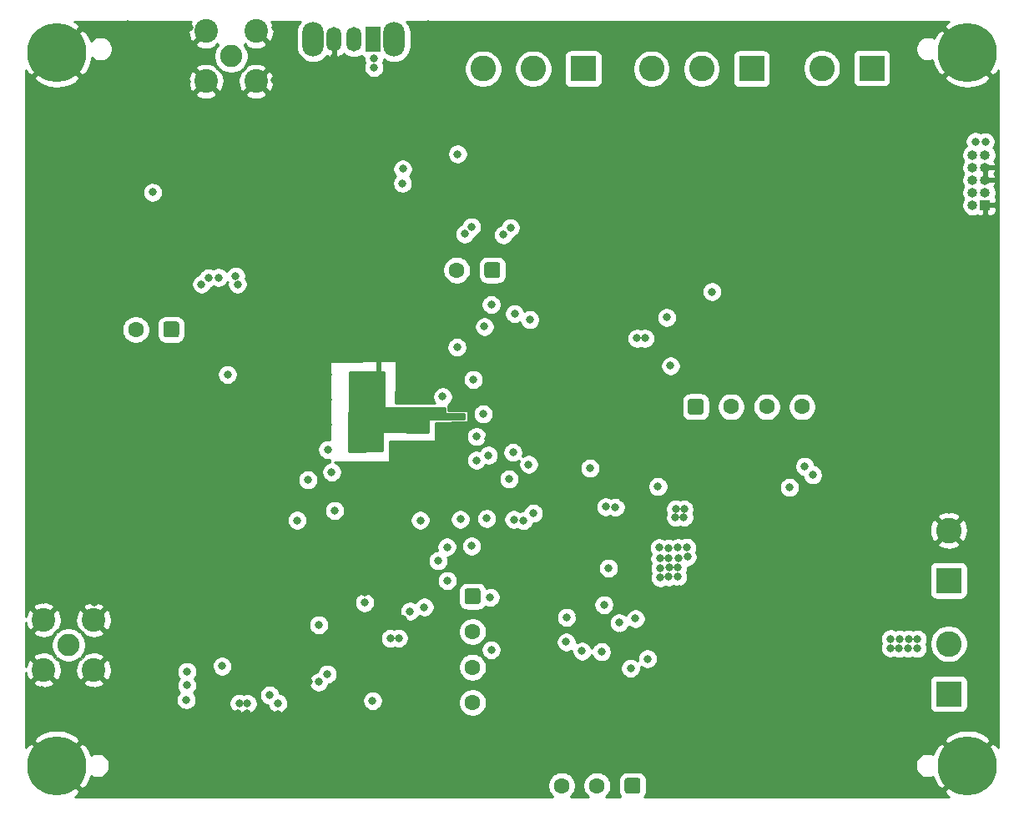
<source format=gbr>
%TF.GenerationSoftware,KiCad,Pcbnew,(5.1.8)-1*%
%TF.CreationDate,2021-01-18T01:00:06-05:00*%
%TF.ProjectId,Mercury,4d657263-7572-4792-9e6b-696361645f70,rev?*%
%TF.SameCoordinates,Original*%
%TF.FileFunction,Copper,L2,Inr*%
%TF.FilePolarity,Positive*%
%FSLAX46Y46*%
G04 Gerber Fmt 4.6, Leading zero omitted, Abs format (unit mm)*
G04 Created by KiCad (PCBNEW (5.1.8)-1) date 2021-01-18 01:00:06*
%MOMM*%
%LPD*%
G01*
G04 APERTURE LIST*
%TA.AperFunction,ComponentPad*%
%ADD10C,1.600000*%
%TD*%
%TA.AperFunction,ComponentPad*%
%ADD11R,2.600000X2.600000*%
%TD*%
%TA.AperFunction,ComponentPad*%
%ADD12C,2.600000*%
%TD*%
%TA.AperFunction,ComponentPad*%
%ADD13C,6.000000*%
%TD*%
%TA.AperFunction,ComponentPad*%
%ADD14C,0.800000*%
%TD*%
%TA.AperFunction,ComponentPad*%
%ADD15O,1.000000X1.000000*%
%TD*%
%TA.AperFunction,ComponentPad*%
%ADD16R,1.000000X1.000000*%
%TD*%
%TA.AperFunction,ComponentPad*%
%ADD17C,2.250000*%
%TD*%
%TA.AperFunction,ComponentPad*%
%ADD18C,2.400000*%
%TD*%
%TA.AperFunction,ComponentPad*%
%ADD19O,2.200000X3.500000*%
%TD*%
%TA.AperFunction,ComponentPad*%
%ADD20O,1.500000X2.500000*%
%TD*%
%TA.AperFunction,ComponentPad*%
%ADD21R,1.500000X2.500000*%
%TD*%
%TA.AperFunction,ViaPad*%
%ADD22C,0.800000*%
%TD*%
%TA.AperFunction,Conductor*%
%ADD23C,0.500000*%
%TD*%
%TA.AperFunction,Conductor*%
%ADD24C,0.254000*%
%TD*%
%TA.AperFunction,Conductor*%
%ADD25C,0.100000*%
%TD*%
G04 APERTURE END LIST*
%TO.N,Net-(J5-Pad1)*%
%TO.C,J5*%
%TA.AperFunction,ComponentPad*%
G36*
G01*
X59870000Y-75040000D02*
X60970000Y-75040000D01*
G75*
G02*
X61220000Y-75290000I0J-250000D01*
G01*
X61220000Y-76390000D01*
G75*
G02*
X60970000Y-76640000I-250000J0D01*
G01*
X59870000Y-76640000D01*
G75*
G02*
X59620000Y-76390000I0J250000D01*
G01*
X59620000Y-75290000D01*
G75*
G02*
X59870000Y-75040000I250000J0D01*
G01*
G37*
%TD.AperFunction*%
D10*
%TO.N,Net-(J5-Pad2)*%
X60420000Y-79440000D03*
%TO.N,Net-(J5-Pad3)*%
X60420000Y-83040000D03*
%TO.N,Net-(J5-Pad4)*%
X60420000Y-86640000D03*
%TD*%
D11*
%TO.N,V+*%
%TO.C,J8*%
X108720000Y-74240000D03*
D12*
%TO.N,GND*%
X108720000Y-69160000D03*
%TD*%
%TO.N,Net-(J3-Pad1)*%
%TO.C,J3*%
%TA.AperFunction,ComponentPad*%
G36*
G01*
X77444500Y-94509500D02*
X77444500Y-95609500D01*
G75*
G02*
X77194500Y-95859500I-250000J0D01*
G01*
X76094500Y-95859500D01*
G75*
G02*
X75844500Y-95609500I0J250000D01*
G01*
X75844500Y-94509500D01*
G75*
G02*
X76094500Y-94259500I250000J0D01*
G01*
X77194500Y-94259500D01*
G75*
G02*
X77444500Y-94509500I0J-250000D01*
G01*
G37*
%TD.AperFunction*%
D10*
%TO.N,Net-(J3-Pad2)*%
X73044500Y-95059500D03*
%TO.N,Net-(J3-Pad3)*%
X69444500Y-95059500D03*
%TD*%
D13*
%TO.N,GND*%
%TO.C,H4*%
X110620000Y-20640000D03*
D14*
X108370000Y-20640000D03*
X109029010Y-19049010D03*
X110620000Y-18390000D03*
X112210990Y-19049010D03*
X112870000Y-20640000D03*
X112210990Y-22230990D03*
X110620000Y-22890000D03*
X109029010Y-22230990D03*
%TD*%
%TO.N,Net-(J6-Pad1)*%
%TO.C,J6*%
%TA.AperFunction,ComponentPad*%
G36*
G01*
X82260000Y-57160000D02*
X82260000Y-56060000D01*
G75*
G02*
X82510000Y-55810000I250000J0D01*
G01*
X83610000Y-55810000D01*
G75*
G02*
X83860000Y-56060000I0J-250000D01*
G01*
X83860000Y-57160000D01*
G75*
G02*
X83610000Y-57410000I-250000J0D01*
G01*
X82510000Y-57410000D01*
G75*
G02*
X82260000Y-57160000I0J250000D01*
G01*
G37*
%TD.AperFunction*%
D10*
%TO.N,Net-(J6-Pad2)*%
X86660000Y-56610000D03*
%TO.N,Net-(J6-Pad3)*%
X90260000Y-56610000D03*
%TO.N,Net-(J6-Pad4)*%
X93860000Y-56610000D03*
%TD*%
%TO.N,Net-(J2-Pad1)*%
%TO.C,J2*%
%TA.AperFunction,ComponentPad*%
G36*
G01*
X63220000Y-42190000D02*
X63220000Y-43290000D01*
G75*
G02*
X62970000Y-43540000I-250000J0D01*
G01*
X61870000Y-43540000D01*
G75*
G02*
X61620000Y-43290000I0J250000D01*
G01*
X61620000Y-42190000D01*
G75*
G02*
X61870000Y-41940000I250000J0D01*
G01*
X62970000Y-41940000D01*
G75*
G02*
X63220000Y-42190000I0J-250000D01*
G01*
G37*
%TD.AperFunction*%
%TO.N,Net-(J2-Pad2)*%
X58820000Y-42740000D03*
%TD*%
D13*
%TO.N,GND*%
%TO.C,H3*%
X18220000Y-20640000D03*
D14*
X15970000Y-20640000D03*
X16629010Y-19049010D03*
X18220000Y-18390000D03*
X19810990Y-19049010D03*
X20470000Y-20640000D03*
X19810990Y-22230990D03*
X18220000Y-22890000D03*
X16629010Y-22230990D03*
%TD*%
D13*
%TO.N,GND*%
%TO.C,H2*%
X18220000Y-93040000D03*
D14*
X15970000Y-93040000D03*
X16629010Y-91449010D03*
X18220000Y-90790000D03*
X19810990Y-91449010D03*
X20470000Y-93040000D03*
X19810990Y-94630990D03*
X18220000Y-95290000D03*
X16629010Y-94630990D03*
%TD*%
D13*
%TO.N,GND*%
%TO.C,H1*%
X110620000Y-93040000D03*
D14*
X108370000Y-93040000D03*
X109029010Y-91449010D03*
X110620000Y-90790000D03*
X112210990Y-91449010D03*
X112870000Y-93040000D03*
X112210990Y-94630990D03*
X110620000Y-95290000D03*
X109029010Y-94630990D03*
%TD*%
%TO.N,Net-(J4-Pad1)*%
%TO.C,J4*%
%TA.AperFunction,ComponentPad*%
G36*
G01*
X30645000Y-48218000D02*
X30645000Y-49318000D01*
G75*
G02*
X30395000Y-49568000I-250000J0D01*
G01*
X29295000Y-49568000D01*
G75*
G02*
X29045000Y-49318000I0J250000D01*
G01*
X29045000Y-48218000D01*
G75*
G02*
X29295000Y-47968000I250000J0D01*
G01*
X30395000Y-47968000D01*
G75*
G02*
X30645000Y-48218000I0J-250000D01*
G01*
G37*
%TD.AperFunction*%
D10*
%TO.N,Net-(J4-Pad2)*%
X26245000Y-48768000D03*
%TD*%
D15*
%TO.N,Net-(J1-Pad10)*%
%TO.C,J1*%
X111150000Y-31060000D03*
%TO.N,+3V3*%
X112420000Y-31060000D03*
%TO.N,Net-(J1-Pad8)*%
X111150000Y-32330000D03*
%TO.N,GND*%
X112420000Y-32330000D03*
%TO.N,Net-(J1-Pad6)*%
X111150000Y-33600000D03*
%TO.N,GND*%
X112420000Y-33600000D03*
%TO.N,Net-(J1-Pad4)*%
X111150000Y-34870000D03*
%TO.N,Net-(J1-Pad3)*%
X112420000Y-34870000D03*
%TO.N,Net-(J1-Pad2)*%
X111150000Y-36140000D03*
D16*
%TO.N,GND*%
X112420000Y-36140000D03*
%TD*%
D12*
%TO.N,Input1*%
%TO.C,J9*%
X61480500Y-22309500D03*
%TO.N,Input2*%
X66560500Y-22309500D03*
D11*
%TO.N,Input3*%
X71640500Y-22309500D03*
%TD*%
%TO.N,Output1*%
%TO.C,J10*%
X88722000Y-22309500D03*
D12*
%TO.N,Output2*%
X83642000Y-22309500D03*
%TO.N,Output3*%
X78562000Y-22309500D03*
%TD*%
%TO.N,AGPIO1*%
%TO.C,J11*%
X95840000Y-22240000D03*
D11*
%TO.N,AGPIO2*%
X100920000Y-22240000D03*
%TD*%
%TO.N,+5V*%
%TO.C,J12*%
X108720000Y-85740000D03*
D12*
%TO.N,+3V3*%
X108720000Y-80660000D03*
%TD*%
D17*
%TO.N,Net-(C48-Pad1)*%
%TO.C,J13*%
X35920000Y-21040000D03*
D18*
%TO.N,GND*%
X38460000Y-23580000D03*
X33380000Y-23580000D03*
X33380000Y-18500000D03*
X38460000Y-18500000D03*
%TD*%
%TO.N,GND*%
%TO.C,J14*%
X16891000Y-83312000D03*
X21971000Y-83312000D03*
X21971000Y-78232000D03*
X16891000Y-78232000D03*
D17*
%TO.N,Net-(C44-Pad1)*%
X19431000Y-80772000D03*
%TD*%
D19*
%TO.N,*%
%TO.C,SW1*%
X44255500Y-19316700D03*
X52455500Y-19316700D03*
D20*
%TO.N,GND*%
X46355500Y-19316700D03*
%TO.N,Net-(R1-Pad1)*%
X48355500Y-19316700D03*
D21*
%TO.N,+3V3*%
X50355500Y-19316700D03*
%TD*%
D22*
%TO.N,*%
X35560000Y-53340000D03*
X45720000Y-60960000D03*
%TO.N,+3V3*%
X64260000Y-38430000D03*
X49469500Y-76489500D03*
X53340000Y-32470000D03*
X53310000Y-33940000D03*
X60310000Y-38350000D03*
X59620000Y-39070000D03*
X58900000Y-30970000D03*
X32920000Y-44170000D03*
X33610000Y-43540000D03*
X34650000Y-43490000D03*
X36580000Y-44180000D03*
X36380000Y-43340000D03*
X79220000Y-64700000D03*
X73930000Y-66760000D03*
X74920000Y-66800000D03*
X61490000Y-57340000D03*
X57380000Y-55580000D03*
X59190000Y-68040000D03*
X61620000Y-48470000D03*
X58850000Y-50570000D03*
X52910000Y-80100000D03*
X52090000Y-80120000D03*
X44800000Y-84550000D03*
X45690000Y-83730000D03*
X40670000Y-86690000D03*
X39840000Y-85880000D03*
X37570000Y-86720000D03*
X36750000Y-86710000D03*
X31380000Y-86350000D03*
X31430000Y-84880000D03*
X31440000Y-83490000D03*
X35000000Y-82940000D03*
X50280000Y-86440000D03*
X71530000Y-81410000D03*
X73500000Y-81470000D03*
X69920000Y-80480000D03*
X69950000Y-77970000D03*
X78160000Y-82190000D03*
X94920000Y-63530000D03*
X94120000Y-62660000D03*
X81030000Y-66980000D03*
X81010000Y-67850000D03*
X81850000Y-67830000D03*
X81880000Y-66990000D03*
X82210000Y-71840000D03*
X81290000Y-72000000D03*
X81230000Y-72940000D03*
X81240000Y-73850000D03*
X80330000Y-73880000D03*
X80340000Y-72910000D03*
X80330000Y-71960000D03*
X82150000Y-70880000D03*
X81240000Y-70920000D03*
X80280000Y-70940000D03*
X79360000Y-70910000D03*
X79410000Y-72010000D03*
X79430000Y-72980000D03*
X79460000Y-73960000D03*
X105550000Y-80210000D03*
X104643334Y-80200000D03*
X103736668Y-80180000D03*
X102830000Y-80160000D03*
X104613334Y-81130000D03*
X102800000Y-81090000D03*
X103706668Y-81110000D03*
X105520000Y-81140000D03*
X50397400Y-21230000D03*
X50417400Y-22180000D03*
X112430000Y-29710000D03*
X111430000Y-29700000D03*
X73753870Y-76711449D03*
X74220000Y-72990000D03*
X77920000Y-49665000D03*
X77095000Y-49665000D03*
X60820000Y-59640000D03*
X63554338Y-39165662D03*
X44810000Y-78750000D03*
%TO.N,GND*%
X31740000Y-18150000D03*
X22010000Y-76450000D03*
X53410000Y-78170000D03*
X26960000Y-42350000D03*
X73780000Y-69480000D03*
X75670000Y-65860000D03*
X50920000Y-53540000D03*
X79340000Y-66060000D03*
X62420000Y-63640000D03*
X57170000Y-67180000D03*
X45840000Y-64970000D03*
X35760000Y-45880000D03*
X33600000Y-45890000D03*
X36740000Y-29420000D03*
X34460000Y-32810000D03*
X51670000Y-33180000D03*
X54030000Y-35750000D03*
X58070000Y-29210000D03*
X56410000Y-29240000D03*
X56300000Y-40770000D03*
X61060000Y-51570000D03*
X62010000Y-59840000D03*
X54930000Y-64730000D03*
X54030000Y-64720000D03*
X54900000Y-63850000D03*
X72860000Y-52350000D03*
X68110000Y-80600000D03*
X68120000Y-81500000D03*
X68280000Y-77650000D03*
X71230000Y-77830000D03*
X75230000Y-77230000D03*
X106970000Y-52470000D03*
X106020000Y-52440000D03*
X105090000Y-52460000D03*
X104100000Y-52430000D03*
X112300000Y-37760000D03*
X112290000Y-38680000D03*
X111270000Y-37750000D03*
X111270000Y-38690000D03*
X113250000Y-38670000D03*
X113250000Y-37740000D03*
X79780000Y-50440000D03*
X60750000Y-56250000D03*
X54640000Y-54090000D03*
X54630000Y-55520000D03*
X57180000Y-48030000D03*
X59650000Y-47270000D03*
X54760000Y-79540000D03*
X43790000Y-84540000D03*
X43100000Y-83610000D03*
X43100000Y-82550000D03*
X37510000Y-87730000D03*
X36640000Y-87710000D03*
X40680000Y-87790000D03*
X39760000Y-88570000D03*
X38410000Y-88570000D03*
X33890000Y-83450000D03*
X33930000Y-84800000D03*
X33930000Y-86270000D03*
X29940000Y-82810000D03*
X34080000Y-82090000D03*
X26570000Y-79250000D03*
X21980000Y-85460000D03*
X16730000Y-85340000D03*
X16860000Y-76250000D03*
X22010000Y-86270000D03*
X16740000Y-86120000D03*
X16810000Y-75330000D03*
X22030000Y-75570000D03*
X36340000Y-83490000D03*
X40250000Y-84520000D03*
X41330000Y-83210000D03*
X41320000Y-79890000D03*
X37590000Y-76160000D03*
X43060000Y-79640000D03*
X47460000Y-84210000D03*
X49530000Y-84880000D03*
X49500000Y-75470000D03*
X47600000Y-87740000D03*
X48730000Y-87770000D03*
X52030000Y-74250000D03*
X52950000Y-73340000D03*
X44370000Y-72010000D03*
X73550000Y-83040000D03*
X71460000Y-83020000D03*
X83480000Y-84640000D03*
X81240000Y-84710000D03*
X83510000Y-85600000D03*
X82630000Y-85630000D03*
X81770000Y-85680000D03*
X80930000Y-85700000D03*
X83550000Y-86450000D03*
X82670000Y-86490000D03*
X81780000Y-86530000D03*
X80930000Y-86530000D03*
X92350000Y-86520000D03*
X91440000Y-86550000D03*
X93240000Y-86570000D03*
X94070000Y-85250000D03*
X94090000Y-86140000D03*
X97690000Y-83300000D03*
X96680000Y-83270000D03*
X98620000Y-83290000D03*
X98900000Y-82290000D03*
X98970000Y-81380000D03*
X98860000Y-80420000D03*
X92370000Y-75880000D03*
X91490000Y-75880000D03*
X90570000Y-75880000D03*
X93240000Y-75860000D03*
X93990000Y-73500000D03*
X94130000Y-75840000D03*
X82630000Y-76230000D03*
X83570000Y-76240000D03*
X81730000Y-76250000D03*
X81390000Y-75090000D03*
X83890000Y-74950000D03*
X99080000Y-71700000D03*
X97920000Y-70470000D03*
X99050000Y-70570000D03*
X46337400Y-21220000D03*
X46347400Y-22300000D03*
X31430000Y-23650000D03*
X40410000Y-18150000D03*
X40310000Y-23480000D03*
X80760000Y-50440000D03*
X92360000Y-62270000D03*
X92380000Y-61430000D03*
X104140000Y-93980000D03*
X88900000Y-93980000D03*
X83820000Y-93980000D03*
X104140000Y-91440000D03*
X99060000Y-91440000D03*
X93980000Y-91440000D03*
X93980000Y-93980000D03*
X99060000Y-93980000D03*
X104140000Y-88900000D03*
X99060000Y-88900000D03*
X93980000Y-88900000D03*
X88900000Y-88900000D03*
X88900000Y-91440000D03*
X83820000Y-91440000D03*
X83820000Y-88900000D03*
X110744000Y-67056000D03*
X109728000Y-67056000D03*
X108712000Y-67056000D03*
X107696000Y-67056000D03*
X106680000Y-67056000D03*
X110744000Y-66040000D03*
X109728000Y-66040000D03*
X108712000Y-66040000D03*
X107696000Y-66040000D03*
X106680000Y-66040000D03*
X110744000Y-65024000D03*
X109728000Y-65024000D03*
X108712000Y-65024000D03*
X107696000Y-65024000D03*
X106680000Y-65024000D03*
X110744000Y-64008000D03*
X109728000Y-64008000D03*
X108712000Y-64008000D03*
X107696000Y-64008000D03*
X106680000Y-64008000D03*
X105664000Y-67056000D03*
X105664000Y-66040000D03*
X105664000Y-65024000D03*
X105664000Y-64008000D03*
X105664000Y-68072000D03*
X110744000Y-68072000D03*
X75279990Y-79830000D03*
X66040000Y-93980000D03*
X66040000Y-91440000D03*
X66040000Y-88900000D03*
X60960000Y-88900000D03*
X60960000Y-91440000D03*
X60960000Y-93980000D03*
X55880000Y-93980000D03*
X55880000Y-91440000D03*
X55880000Y-88900000D03*
X50800000Y-88900000D03*
X50800000Y-93980000D03*
X50800000Y-91440000D03*
X45720000Y-88900000D03*
X45720000Y-91440000D03*
X45720000Y-93980000D03*
X40640000Y-88900000D03*
X40640000Y-91440000D03*
X40640000Y-93980000D03*
X35560000Y-93980000D03*
X35560000Y-91440000D03*
X35560000Y-88900000D03*
X30480000Y-88900000D03*
X30480000Y-91440000D03*
X30480000Y-93980000D03*
X25400000Y-88900000D03*
X25400000Y-91440000D03*
X25400000Y-93980000D03*
X20320000Y-88900000D03*
X25400000Y-86360000D03*
X25400000Y-83820000D03*
X25400000Y-76200000D03*
X25400000Y-73660000D03*
X25400000Y-71120000D03*
X25400000Y-63500000D03*
X25400000Y-60960000D03*
X25400000Y-58420000D03*
X25400000Y-55880000D03*
X25400000Y-53340000D03*
X25400000Y-43180000D03*
X25400000Y-40640000D03*
X25400000Y-38100000D03*
X25400000Y-35560000D03*
X25400000Y-33020000D03*
X25400000Y-30480000D03*
X25400000Y-27940000D03*
X25400000Y-25400000D03*
X25400000Y-22860000D03*
X25400000Y-20320000D03*
X25400000Y-17780000D03*
X20320000Y-25400000D03*
X20320000Y-27940000D03*
X20320000Y-30480000D03*
X20320000Y-33020000D03*
X20320000Y-35560000D03*
X20320000Y-38100000D03*
X20320000Y-40640000D03*
X20320000Y-43180000D03*
X20320000Y-45720000D03*
X20320000Y-48260000D03*
X20320000Y-50800000D03*
X20320000Y-53340000D03*
X20320000Y-55880000D03*
X20320000Y-58420000D03*
X20320000Y-60960000D03*
X20320000Y-66040000D03*
X20320000Y-63500000D03*
X20320000Y-68580000D03*
X20320000Y-71120000D03*
X20320000Y-73660000D03*
X30480000Y-76200000D03*
X30480000Y-71120000D03*
X30480000Y-73660000D03*
X30480000Y-68580000D03*
X30480000Y-60960000D03*
X30480000Y-58420000D03*
X30480000Y-55880000D03*
X48172331Y-59789990D03*
X35560000Y-76200000D03*
X35560000Y-73660000D03*
X35560000Y-71120000D03*
X35560000Y-68580000D03*
X35560000Y-66040000D03*
X35560000Y-63500000D03*
X35560000Y-60960000D03*
X35560000Y-50800000D03*
X40640000Y-50800000D03*
X40640000Y-53340000D03*
X40640000Y-55880000D03*
X40640000Y-58420000D03*
X40640000Y-66040000D03*
X40640000Y-45720000D03*
X40640000Y-38100000D03*
X40640000Y-35560000D03*
X40640000Y-33020000D03*
X40640000Y-30480000D03*
X40640000Y-27940000D03*
X40640000Y-25400000D03*
X40640000Y-20320000D03*
X45720000Y-27940000D03*
X45720000Y-30480000D03*
X45720000Y-33020000D03*
X45720000Y-35560000D03*
X45720000Y-38100000D03*
X45720000Y-43180000D03*
X45720000Y-45720000D03*
X45720000Y-50800000D03*
X45720000Y-53340000D03*
X45720000Y-55880000D03*
X45720000Y-58420000D03*
X45720000Y-71120000D03*
X45720000Y-76200000D03*
X45720000Y-86360000D03*
X66040000Y-86360000D03*
X66040000Y-83820000D03*
X66040000Y-81280000D03*
X66040000Y-78740000D03*
X66040000Y-76200000D03*
X66040000Y-73660000D03*
X66040000Y-60960000D03*
X66040000Y-58420000D03*
X66040000Y-55880000D03*
X66040000Y-53340000D03*
X63500000Y-55880000D03*
X63500000Y-53340000D03*
X68580000Y-53340000D03*
X68580000Y-55880000D03*
X68580000Y-58420000D03*
X68580000Y-60960000D03*
X68580000Y-63500000D03*
X71120000Y-63500000D03*
X71120000Y-60960000D03*
X71120000Y-58420000D03*
X71120000Y-55880000D03*
X71120000Y-53340000D03*
X50800000Y-25400000D03*
X50800000Y-27940000D03*
X50800000Y-30480000D03*
X50800000Y-33020000D03*
X50800000Y-35560000D03*
X50800000Y-38100000D03*
X50800000Y-43180000D03*
X50800000Y-50800000D03*
X55880000Y-17780000D03*
X55880000Y-20320000D03*
X55880000Y-25400000D03*
X55880000Y-22860000D03*
X55880000Y-43180000D03*
X55880000Y-45720000D03*
X35680000Y-84120000D03*
X47590000Y-88650000D03*
X48760000Y-88680000D03*
X35710000Y-79880000D03*
X35700000Y-79020000D03*
X104140000Y-83820000D03*
X104140000Y-78740000D03*
X99060000Y-73660000D03*
X104140000Y-71120000D03*
X104140000Y-66040000D03*
X104140000Y-60960000D03*
X104140000Y-55880000D03*
X99060000Y-55880000D03*
X99060000Y-60960000D03*
X99060000Y-66040000D03*
X99060000Y-68580000D03*
X104140000Y-50800000D03*
X99060000Y-50800000D03*
X93980000Y-50800000D03*
X88900000Y-50800000D03*
X83820000Y-50800000D03*
X83820000Y-68580000D03*
X83820000Y-78740000D03*
X104140000Y-45720000D03*
X99060000Y-45720000D03*
X93980000Y-45720000D03*
X88900000Y-45720000D03*
X104140000Y-40640000D03*
X99060000Y-40640000D03*
X93980000Y-40640000D03*
X83820000Y-40640000D03*
X99060000Y-63500000D03*
X99060000Y-58420000D03*
X99060000Y-48260000D03*
X104140000Y-48260000D03*
X104140000Y-58420000D03*
X104140000Y-63500000D03*
X104140000Y-43180000D03*
X93980000Y-43180000D03*
X83820000Y-38100000D03*
X93980000Y-33020000D03*
X99060000Y-38100000D03*
X99060000Y-35560000D03*
X104140000Y-35560000D03*
X83820000Y-33020000D03*
X93980000Y-30480000D03*
X83820000Y-30480000D03*
X88900000Y-38100000D03*
X88900000Y-35560000D03*
X88900000Y-33020000D03*
X88900000Y-25400000D03*
X78740000Y-45720000D03*
X78740000Y-43180000D03*
X78740000Y-38100000D03*
X78740000Y-35560000D03*
X78740000Y-25400000D03*
X73660000Y-25400000D03*
X73660000Y-30480000D03*
X73660000Y-33020000D03*
X104140000Y-27940000D03*
X25400000Y-66040000D03*
X30480000Y-66040000D03*
%TO.N,I2C1_SCL*%
X64680000Y-47170000D03*
X62319990Y-46240000D03*
%TO.N,I2C2_SDA*%
X76450000Y-83150000D03*
X76945010Y-78110000D03*
X75279990Y-78540000D03*
%TO.N,SWDIO*%
X84720000Y-44940000D03*
X80500000Y-52460000D03*
%TO.N,SWO*%
X80120000Y-47540000D03*
X66220000Y-47765000D03*
%TO.N,UART1_TX*%
X60820000Y-62040000D03*
X43720000Y-64040000D03*
%TO.N,UART1_RX*%
X62020000Y-61540000D03*
X46120024Y-63240000D03*
%TO.N,SPI1_SCK*%
X62220000Y-75940000D03*
X62306200Y-81280000D03*
%TO.N,RF_CS*%
X64120000Y-63940000D03*
X61851490Y-67940000D03*
%TO.N,SPI2_MISO*%
X72320000Y-62840000D03*
X92563000Y-64797000D03*
%TO.N,RF_HGM*%
X64601500Y-68058500D03*
X57820000Y-70840000D03*
X55120000Y-68140000D03*
X42620000Y-68140000D03*
%TO.N,RF_LNA_EN*%
X64520000Y-61240000D03*
X46420000Y-67140000D03*
%TO.N,RF_PA_EN*%
X65601500Y-68158500D03*
X56920000Y-72240000D03*
%TO.N,RF_GPO1*%
X60320000Y-70740000D03*
X66110000Y-62460000D03*
X55520000Y-76940000D03*
X57839662Y-74259662D03*
%TO.N,RF_GPO0*%
X66601500Y-67421500D03*
X54060000Y-77360000D03*
%TO.N,~GPS_SAFEBOOT*%
X60490000Y-53840000D03*
X27960000Y-34850000D03*
%TD*%
D23*
%TO.N,GND*%
X50920000Y-53540000D02*
X50920000Y-51840000D01*
%TD*%
D24*
%TO.N,GND*%
X31817164Y-17521514D02*
X31656301Y-17845210D01*
X31561678Y-18194069D01*
X31536933Y-18554684D01*
X31583015Y-18913198D01*
X31698154Y-19255833D01*
X31817164Y-19478486D01*
X32102020Y-19598374D01*
X33200395Y-18500000D01*
X33186252Y-18485858D01*
X33365858Y-18306252D01*
X33380000Y-18320395D01*
X33394142Y-18306252D01*
X33573748Y-18485858D01*
X33559605Y-18500000D01*
X33573748Y-18514142D01*
X33394142Y-18693748D01*
X33380000Y-18679605D01*
X32281626Y-19777980D01*
X32401514Y-20062836D01*
X32725210Y-20223699D01*
X33074069Y-20318322D01*
X33434684Y-20343067D01*
X33793198Y-20296985D01*
X34135833Y-20181846D01*
X34358486Y-20062836D01*
X34478373Y-19777981D01*
X34585688Y-19885296D01*
X34552919Y-19918065D01*
X34360308Y-20206327D01*
X34227636Y-20526627D01*
X34160000Y-20866655D01*
X34160000Y-21213345D01*
X34227636Y-21553373D01*
X34360308Y-21873673D01*
X34552919Y-22161935D01*
X34585688Y-22194704D01*
X34478373Y-22302019D01*
X34358486Y-22017164D01*
X34034790Y-21856301D01*
X33685931Y-21761678D01*
X33325316Y-21736933D01*
X32966802Y-21783015D01*
X32624167Y-21898154D01*
X32401514Y-22017164D01*
X32281626Y-22302020D01*
X33380000Y-23400395D01*
X33394142Y-23386252D01*
X33573748Y-23565858D01*
X33559605Y-23580000D01*
X34657980Y-24678374D01*
X34942836Y-24558486D01*
X35103699Y-24234790D01*
X35198322Y-23885931D01*
X35223067Y-23525316D01*
X35176985Y-23166802D01*
X35061846Y-22824167D01*
X34942836Y-22601514D01*
X34657981Y-22481627D01*
X34765296Y-22374312D01*
X34798065Y-22407081D01*
X35086327Y-22599692D01*
X35406627Y-22732364D01*
X35746655Y-22800000D01*
X36093345Y-22800000D01*
X36433373Y-22732364D01*
X36753673Y-22599692D01*
X37041935Y-22407081D01*
X37074704Y-22374312D01*
X37182019Y-22481627D01*
X36897164Y-22601514D01*
X36736301Y-22925210D01*
X36641678Y-23274069D01*
X36616933Y-23634684D01*
X36663015Y-23993198D01*
X36778154Y-24335833D01*
X36897164Y-24558486D01*
X37182020Y-24678374D01*
X38280395Y-23580000D01*
X38639605Y-23580000D01*
X39737980Y-24678374D01*
X40022836Y-24558486D01*
X40183699Y-24234790D01*
X40278322Y-23885931D01*
X40303067Y-23525316D01*
X40256985Y-23166802D01*
X40141846Y-22824167D01*
X40022836Y-22601514D01*
X39737980Y-22481626D01*
X38639605Y-23580000D01*
X38280395Y-23580000D01*
X38266252Y-23565858D01*
X38445858Y-23386252D01*
X38460000Y-23400395D01*
X39558374Y-22302020D01*
X39438486Y-22017164D01*
X39114790Y-21856301D01*
X38765931Y-21761678D01*
X38405316Y-21736933D01*
X38046802Y-21783015D01*
X37704167Y-21898154D01*
X37481514Y-22017164D01*
X37361627Y-22302019D01*
X37254312Y-22194704D01*
X37287081Y-22161935D01*
X37479692Y-21873673D01*
X37612364Y-21553373D01*
X37680000Y-21213345D01*
X37680000Y-20866655D01*
X37612364Y-20526627D01*
X37479692Y-20206327D01*
X37287081Y-19918065D01*
X37254312Y-19885296D01*
X37361627Y-19777981D01*
X37481514Y-20062836D01*
X37805210Y-20223699D01*
X38154069Y-20318322D01*
X38514684Y-20343067D01*
X38873198Y-20296985D01*
X39215833Y-20181846D01*
X39438486Y-20062836D01*
X39558374Y-19777980D01*
X38460000Y-18679605D01*
X38445858Y-18693748D01*
X38266252Y-18514142D01*
X38280395Y-18500000D01*
X38266252Y-18485858D01*
X38445858Y-18306252D01*
X38460000Y-18320395D01*
X38474142Y-18306252D01*
X38653748Y-18485858D01*
X38639605Y-18500000D01*
X39737980Y-19598374D01*
X40022836Y-19478486D01*
X40183699Y-19154790D01*
X40278322Y-18805931D01*
X40303067Y-18445316D01*
X40256985Y-18086802D01*
X40141846Y-17744167D01*
X40022836Y-17521514D01*
X39971718Y-17500000D01*
X42968516Y-17500000D01*
X42805922Y-17698122D01*
X42644815Y-17999532D01*
X42545605Y-18326581D01*
X42520500Y-18581475D01*
X42520500Y-20051924D01*
X42545605Y-20306818D01*
X42644814Y-20633867D01*
X42805921Y-20935277D01*
X43022734Y-21199466D01*
X43286922Y-21416279D01*
X43588332Y-21577386D01*
X43915381Y-21676595D01*
X44255500Y-21710094D01*
X44595618Y-21676595D01*
X44922667Y-21577386D01*
X45224077Y-21416279D01*
X45488266Y-21199466D01*
X45645663Y-21007677D01*
X45691632Y-21038842D01*
X45942816Y-21144873D01*
X46014315Y-21159018D01*
X46228500Y-21036356D01*
X46228500Y-19443700D01*
X46208500Y-19443700D01*
X46208500Y-19189700D01*
X46228500Y-19189700D01*
X46228500Y-19169700D01*
X46482500Y-19169700D01*
X46482500Y-19189700D01*
X46502500Y-19189700D01*
X46502500Y-19443700D01*
X46482500Y-19443700D01*
X46482500Y-21036356D01*
X46696685Y-21159018D01*
X46768184Y-21144873D01*
X47019368Y-21038842D01*
X47245040Y-20885845D01*
X47352142Y-20777291D01*
X47371419Y-20800780D01*
X47582312Y-20973857D01*
X47822919Y-21102464D01*
X48083993Y-21181660D01*
X48355500Y-21208401D01*
X48627006Y-21181660D01*
X48888080Y-21102464D01*
X49121385Y-20977760D01*
X49154315Y-21017885D01*
X49251006Y-21097237D01*
X49361320Y-21156202D01*
X49362400Y-21156530D01*
X49362400Y-21331939D01*
X49402174Y-21531898D01*
X49480195Y-21720256D01*
X49484739Y-21727057D01*
X49422174Y-21878102D01*
X49382400Y-22078061D01*
X49382400Y-22281939D01*
X49422174Y-22481898D01*
X49500195Y-22670256D01*
X49613463Y-22839774D01*
X49757626Y-22983937D01*
X49927144Y-23097205D01*
X50115502Y-23175226D01*
X50315461Y-23215000D01*
X50519339Y-23215000D01*
X50719298Y-23175226D01*
X50907656Y-23097205D01*
X51077174Y-22983937D01*
X51221337Y-22839774D01*
X51334605Y-22670256D01*
X51412626Y-22481898D01*
X51452400Y-22281939D01*
X51452400Y-22118919D01*
X59545500Y-22118919D01*
X59545500Y-22500081D01*
X59619861Y-22873919D01*
X59765725Y-23226066D01*
X59977487Y-23542991D01*
X60247009Y-23812513D01*
X60563934Y-24024275D01*
X60916081Y-24170139D01*
X61289919Y-24244500D01*
X61671081Y-24244500D01*
X62044919Y-24170139D01*
X62397066Y-24024275D01*
X62713991Y-23812513D01*
X62983513Y-23542991D01*
X63195275Y-23226066D01*
X63341139Y-22873919D01*
X63415500Y-22500081D01*
X63415500Y-22118919D01*
X64625500Y-22118919D01*
X64625500Y-22500081D01*
X64699861Y-22873919D01*
X64845725Y-23226066D01*
X65057487Y-23542991D01*
X65327009Y-23812513D01*
X65643934Y-24024275D01*
X65996081Y-24170139D01*
X66369919Y-24244500D01*
X66751081Y-24244500D01*
X67124919Y-24170139D01*
X67477066Y-24024275D01*
X67793991Y-23812513D01*
X68063513Y-23542991D01*
X68275275Y-23226066D01*
X68421139Y-22873919D01*
X68495500Y-22500081D01*
X68495500Y-22118919D01*
X68421139Y-21745081D01*
X68275275Y-21392934D01*
X68063513Y-21076009D01*
X67997004Y-21009500D01*
X69702428Y-21009500D01*
X69702428Y-23609500D01*
X69714688Y-23733982D01*
X69750998Y-23853680D01*
X69809963Y-23963994D01*
X69889315Y-24060685D01*
X69986006Y-24140037D01*
X70096320Y-24199002D01*
X70216018Y-24235312D01*
X70340500Y-24247572D01*
X72940500Y-24247572D01*
X73064982Y-24235312D01*
X73184680Y-24199002D01*
X73294994Y-24140037D01*
X73391685Y-24060685D01*
X73471037Y-23963994D01*
X73530002Y-23853680D01*
X73566312Y-23733982D01*
X73578572Y-23609500D01*
X73578572Y-22118919D01*
X76627000Y-22118919D01*
X76627000Y-22500081D01*
X76701361Y-22873919D01*
X76847225Y-23226066D01*
X77058987Y-23542991D01*
X77328509Y-23812513D01*
X77645434Y-24024275D01*
X77997581Y-24170139D01*
X78371419Y-24244500D01*
X78752581Y-24244500D01*
X79126419Y-24170139D01*
X79478566Y-24024275D01*
X79795491Y-23812513D01*
X80065013Y-23542991D01*
X80276775Y-23226066D01*
X80422639Y-22873919D01*
X80497000Y-22500081D01*
X80497000Y-22118919D01*
X81707000Y-22118919D01*
X81707000Y-22500081D01*
X81781361Y-22873919D01*
X81927225Y-23226066D01*
X82138987Y-23542991D01*
X82408509Y-23812513D01*
X82725434Y-24024275D01*
X83077581Y-24170139D01*
X83451419Y-24244500D01*
X83832581Y-24244500D01*
X84206419Y-24170139D01*
X84558566Y-24024275D01*
X84875491Y-23812513D01*
X85145013Y-23542991D01*
X85356775Y-23226066D01*
X85502639Y-22873919D01*
X85577000Y-22500081D01*
X85577000Y-22118919D01*
X85502639Y-21745081D01*
X85356775Y-21392934D01*
X85145013Y-21076009D01*
X85078504Y-21009500D01*
X86783928Y-21009500D01*
X86783928Y-23609500D01*
X86796188Y-23733982D01*
X86832498Y-23853680D01*
X86891463Y-23963994D01*
X86970815Y-24060685D01*
X87067506Y-24140037D01*
X87177820Y-24199002D01*
X87297518Y-24235312D01*
X87422000Y-24247572D01*
X90022000Y-24247572D01*
X90146482Y-24235312D01*
X90266180Y-24199002D01*
X90376494Y-24140037D01*
X90473185Y-24060685D01*
X90552537Y-23963994D01*
X90611502Y-23853680D01*
X90647812Y-23733982D01*
X90660072Y-23609500D01*
X90660072Y-22049419D01*
X93905000Y-22049419D01*
X93905000Y-22430581D01*
X93979361Y-22804419D01*
X94125225Y-23156566D01*
X94336987Y-23473491D01*
X94606509Y-23743013D01*
X94923434Y-23954775D01*
X95275581Y-24100639D01*
X95649419Y-24175000D01*
X96030581Y-24175000D01*
X96404419Y-24100639D01*
X96756566Y-23954775D01*
X97073491Y-23743013D01*
X97343013Y-23473491D01*
X97554775Y-23156566D01*
X97700639Y-22804419D01*
X97775000Y-22430581D01*
X97775000Y-22049419D01*
X97700639Y-21675581D01*
X97554775Y-21323434D01*
X97343013Y-21006509D01*
X97276504Y-20940000D01*
X98981928Y-20940000D01*
X98981928Y-23540000D01*
X98994188Y-23664482D01*
X99030498Y-23784180D01*
X99089463Y-23894494D01*
X99168815Y-23991185D01*
X99265506Y-24070537D01*
X99375820Y-24129502D01*
X99495518Y-24165812D01*
X99620000Y-24178072D01*
X102220000Y-24178072D01*
X102344482Y-24165812D01*
X102464180Y-24129502D01*
X102574494Y-24070537D01*
X102671185Y-23991185D01*
X102750537Y-23894494D01*
X102809502Y-23784180D01*
X102845812Y-23664482D01*
X102858072Y-23540000D01*
X102858072Y-23198686D01*
X108240919Y-23198686D01*
X108577106Y-23667868D01*
X109207068Y-24008237D01*
X109891327Y-24219166D01*
X110603589Y-24292550D01*
X111316482Y-24225569D01*
X112002609Y-24020796D01*
X112635603Y-23686102D01*
X112662894Y-23667868D01*
X112999081Y-23198686D01*
X110620000Y-20819605D01*
X108240919Y-23198686D01*
X102858072Y-23198686D01*
X102858072Y-20940000D01*
X102845812Y-20815518D01*
X102809502Y-20695820D01*
X102750537Y-20585506D01*
X102671185Y-20488815D01*
X102574494Y-20409463D01*
X102464180Y-20350498D01*
X102344482Y-20314188D01*
X102220000Y-20301928D01*
X99620000Y-20301928D01*
X99495518Y-20314188D01*
X99375820Y-20350498D01*
X99265506Y-20409463D01*
X99168815Y-20488815D01*
X99089463Y-20585506D01*
X99030498Y-20695820D01*
X98994188Y-20815518D01*
X98981928Y-20940000D01*
X97276504Y-20940000D01*
X97073491Y-20736987D01*
X96756566Y-20525225D01*
X96404419Y-20379361D01*
X96030581Y-20305000D01*
X95649419Y-20305000D01*
X95275581Y-20379361D01*
X94923434Y-20525225D01*
X94606509Y-20736987D01*
X94336987Y-21006509D01*
X94125225Y-21323434D01*
X93979361Y-21675581D01*
X93905000Y-22049419D01*
X90660072Y-22049419D01*
X90660072Y-21009500D01*
X90647812Y-20885018D01*
X90611502Y-20765320D01*
X90552537Y-20655006D01*
X90473185Y-20558315D01*
X90376494Y-20478963D01*
X90266180Y-20419998D01*
X90146482Y-20383688D01*
X90022000Y-20371428D01*
X87422000Y-20371428D01*
X87297518Y-20383688D01*
X87177820Y-20419998D01*
X87067506Y-20478963D01*
X86970815Y-20558315D01*
X86891463Y-20655006D01*
X86832498Y-20765320D01*
X86796188Y-20885018D01*
X86783928Y-21009500D01*
X85078504Y-21009500D01*
X84875491Y-20806487D01*
X84558566Y-20594725D01*
X84206419Y-20448861D01*
X83832581Y-20374500D01*
X83451419Y-20374500D01*
X83077581Y-20448861D01*
X82725434Y-20594725D01*
X82408509Y-20806487D01*
X82138987Y-21076009D01*
X81927225Y-21392934D01*
X81781361Y-21745081D01*
X81707000Y-22118919D01*
X80497000Y-22118919D01*
X80422639Y-21745081D01*
X80276775Y-21392934D01*
X80065013Y-21076009D01*
X79795491Y-20806487D01*
X79478566Y-20594725D01*
X79126419Y-20448861D01*
X78752581Y-20374500D01*
X78371419Y-20374500D01*
X77997581Y-20448861D01*
X77645434Y-20594725D01*
X77328509Y-20806487D01*
X77058987Y-21076009D01*
X76847225Y-21392934D01*
X76701361Y-21745081D01*
X76627000Y-22118919D01*
X73578572Y-22118919D01*
X73578572Y-21009500D01*
X73566312Y-20885018D01*
X73530002Y-20765320D01*
X73471037Y-20655006D01*
X73391685Y-20558315D01*
X73294994Y-20478963D01*
X73184680Y-20419998D01*
X73064982Y-20383688D01*
X72940500Y-20371428D01*
X70340500Y-20371428D01*
X70216018Y-20383688D01*
X70096320Y-20419998D01*
X69986006Y-20478963D01*
X69889315Y-20558315D01*
X69809963Y-20655006D01*
X69750998Y-20765320D01*
X69714688Y-20885018D01*
X69702428Y-21009500D01*
X67997004Y-21009500D01*
X67793991Y-20806487D01*
X67477066Y-20594725D01*
X67124919Y-20448861D01*
X66751081Y-20374500D01*
X66369919Y-20374500D01*
X65996081Y-20448861D01*
X65643934Y-20594725D01*
X65327009Y-20806487D01*
X65057487Y-21076009D01*
X64845725Y-21392934D01*
X64699861Y-21745081D01*
X64625500Y-22118919D01*
X63415500Y-22118919D01*
X63341139Y-21745081D01*
X63195275Y-21392934D01*
X62983513Y-21076009D01*
X62713991Y-20806487D01*
X62397066Y-20594725D01*
X62044919Y-20448861D01*
X61671081Y-20374500D01*
X61289919Y-20374500D01*
X60916081Y-20448861D01*
X60563934Y-20594725D01*
X60247009Y-20806487D01*
X59977487Y-21076009D01*
X59765725Y-21392934D01*
X59619861Y-21745081D01*
X59545500Y-22118919D01*
X51452400Y-22118919D01*
X51452400Y-22078061D01*
X51412626Y-21878102D01*
X51334605Y-21689744D01*
X51330061Y-21682943D01*
X51392626Y-21531898D01*
X51425629Y-21365978D01*
X51486922Y-21416279D01*
X51788332Y-21577386D01*
X52115381Y-21676595D01*
X52455500Y-21710094D01*
X52795618Y-21676595D01*
X53122667Y-21577386D01*
X53424077Y-21416279D01*
X53688266Y-21199466D01*
X53905079Y-20935278D01*
X54066186Y-20633868D01*
X54165395Y-20306819D01*
X54178723Y-20171490D01*
X105353848Y-20171490D01*
X105353848Y-20417710D01*
X105401883Y-20659198D01*
X105496107Y-20886674D01*
X105632899Y-21091398D01*
X105807002Y-21265501D01*
X106011726Y-21402293D01*
X106239202Y-21496517D01*
X106480690Y-21544552D01*
X106726910Y-21544552D01*
X106968398Y-21496517D01*
X107069673Y-21454567D01*
X107239204Y-22022609D01*
X107573898Y-22655603D01*
X107592132Y-22682894D01*
X108061314Y-23019081D01*
X110440395Y-20640000D01*
X108061314Y-18260919D01*
X107592132Y-18597106D01*
X107252881Y-19224998D01*
X107195874Y-19186907D01*
X106968398Y-19092683D01*
X106726910Y-19044648D01*
X106480690Y-19044648D01*
X106239202Y-19092683D01*
X106011726Y-19186907D01*
X105807002Y-19323699D01*
X105632899Y-19497802D01*
X105496107Y-19702526D01*
X105401883Y-19930002D01*
X105353848Y-20171490D01*
X54178723Y-20171490D01*
X54190500Y-20051925D01*
X54190500Y-18581475D01*
X54165395Y-18326581D01*
X54066186Y-17999532D01*
X53905079Y-17698122D01*
X53742485Y-17500000D01*
X108781983Y-17500000D01*
X108604397Y-17593898D01*
X108577106Y-17612132D01*
X108240919Y-18081314D01*
X110620000Y-20460395D01*
X110634143Y-20446253D01*
X110813748Y-20625858D01*
X110799605Y-20640000D01*
X113178686Y-23019081D01*
X113647868Y-22682894D01*
X113760000Y-22475358D01*
X113760001Y-91201985D01*
X113666102Y-91024397D01*
X113647868Y-90997106D01*
X113178686Y-90660919D01*
X110799605Y-93040000D01*
X110813748Y-93054143D01*
X110634143Y-93233748D01*
X110620000Y-93219605D01*
X108240919Y-95598686D01*
X108577106Y-96067868D01*
X108784642Y-96180000D01*
X77869620Y-96180000D01*
X77932905Y-96102886D01*
X78014972Y-95949350D01*
X78065508Y-95782754D01*
X78082572Y-95609500D01*
X78082572Y-94509500D01*
X78065508Y-94336246D01*
X78014972Y-94169650D01*
X77932905Y-94016114D01*
X77822462Y-93881538D01*
X77687886Y-93771095D01*
X77534350Y-93689028D01*
X77367754Y-93638492D01*
X77194500Y-93621428D01*
X76094500Y-93621428D01*
X75921246Y-93638492D01*
X75754650Y-93689028D01*
X75601114Y-93771095D01*
X75466538Y-93881538D01*
X75356095Y-94016114D01*
X75274028Y-94169650D01*
X75223492Y-94336246D01*
X75206428Y-94509500D01*
X75206428Y-95609500D01*
X75223492Y-95782754D01*
X75274028Y-95949350D01*
X75356095Y-96102886D01*
X75419380Y-96180000D01*
X73950484Y-96180000D01*
X73959259Y-96174137D01*
X74159137Y-95974259D01*
X74316180Y-95739227D01*
X74424353Y-95478074D01*
X74479500Y-95200835D01*
X74479500Y-94918165D01*
X74424353Y-94640926D01*
X74316180Y-94379773D01*
X74159137Y-94144741D01*
X73959259Y-93944863D01*
X73724227Y-93787820D01*
X73463074Y-93679647D01*
X73185835Y-93624500D01*
X72903165Y-93624500D01*
X72625926Y-93679647D01*
X72364773Y-93787820D01*
X72129741Y-93944863D01*
X71929863Y-94144741D01*
X71772820Y-94379773D01*
X71664647Y-94640926D01*
X71609500Y-94918165D01*
X71609500Y-95200835D01*
X71664647Y-95478074D01*
X71772820Y-95739227D01*
X71929863Y-95974259D01*
X72129741Y-96174137D01*
X72138516Y-96180000D01*
X70350484Y-96180000D01*
X70359259Y-96174137D01*
X70559137Y-95974259D01*
X70716180Y-95739227D01*
X70824353Y-95478074D01*
X70879500Y-95200835D01*
X70879500Y-94918165D01*
X70824353Y-94640926D01*
X70716180Y-94379773D01*
X70559137Y-94144741D01*
X70359259Y-93944863D01*
X70124227Y-93787820D01*
X69863074Y-93679647D01*
X69585835Y-93624500D01*
X69303165Y-93624500D01*
X69025926Y-93679647D01*
X68764773Y-93787820D01*
X68529741Y-93944863D01*
X68329863Y-94144741D01*
X68172820Y-94379773D01*
X68064647Y-94640926D01*
X68009500Y-94918165D01*
X68009500Y-95200835D01*
X68064647Y-95478074D01*
X68172820Y-95739227D01*
X68329863Y-95974259D01*
X68529741Y-96174137D01*
X68538516Y-96180000D01*
X20058017Y-96180000D01*
X20235603Y-96086102D01*
X20262894Y-96067868D01*
X20599081Y-95598686D01*
X18220000Y-93219605D01*
X18205858Y-93233748D01*
X18026253Y-93054143D01*
X18040395Y-93040000D01*
X18399605Y-93040000D01*
X20778686Y-95419081D01*
X21247868Y-95082894D01*
X21588237Y-94452932D01*
X21702024Y-94083804D01*
X21759926Y-94122493D01*
X21987402Y-94216717D01*
X22228890Y-94264752D01*
X22475110Y-94264752D01*
X22716598Y-94216717D01*
X22944074Y-94122493D01*
X23148798Y-93985701D01*
X23322901Y-93811598D01*
X23459693Y-93606874D01*
X23553917Y-93379398D01*
X23601952Y-93137910D01*
X23601952Y-92891690D01*
X105328448Y-92891690D01*
X105328448Y-93137910D01*
X105376483Y-93379398D01*
X105470707Y-93606874D01*
X105607499Y-93811598D01*
X105781602Y-93985701D01*
X105986326Y-94122493D01*
X106213802Y-94216717D01*
X106455290Y-94264752D01*
X106701510Y-94264752D01*
X106942998Y-94216717D01*
X107151928Y-94130175D01*
X107239204Y-94422609D01*
X107573898Y-95055603D01*
X107592132Y-95082894D01*
X108061314Y-95419081D01*
X110440395Y-93040000D01*
X108061314Y-90660919D01*
X107592132Y-90997106D01*
X107251763Y-91627068D01*
X107166009Y-91905257D01*
X106942998Y-91812883D01*
X106701510Y-91764848D01*
X106455290Y-91764848D01*
X106213802Y-91812883D01*
X105986326Y-91907107D01*
X105781602Y-92043899D01*
X105607499Y-92218002D01*
X105470707Y-92422726D01*
X105376483Y-92650202D01*
X105328448Y-92891690D01*
X23601952Y-92891690D01*
X23553917Y-92650202D01*
X23459693Y-92422726D01*
X23322901Y-92218002D01*
X23148798Y-92043899D01*
X22944074Y-91907107D01*
X22716598Y-91812883D01*
X22475110Y-91764848D01*
X22228890Y-91764848D01*
X21987402Y-91812883D01*
X21759926Y-91907107D01*
X21689389Y-91954238D01*
X21600796Y-91657391D01*
X21266102Y-91024397D01*
X21247868Y-90997106D01*
X20778686Y-90660919D01*
X18399605Y-93040000D01*
X18040395Y-93040000D01*
X15661314Y-90660919D01*
X15192132Y-90997106D01*
X15080000Y-91204642D01*
X15080000Y-90481314D01*
X15840919Y-90481314D01*
X18220000Y-92860395D01*
X20599081Y-90481314D01*
X108240919Y-90481314D01*
X110620000Y-92860395D01*
X112999081Y-90481314D01*
X112662894Y-90012132D01*
X112032932Y-89671763D01*
X111348673Y-89460834D01*
X110636411Y-89387450D01*
X109923518Y-89454431D01*
X109237391Y-89659204D01*
X108604397Y-89993898D01*
X108577106Y-90012132D01*
X108240919Y-90481314D01*
X20599081Y-90481314D01*
X20262894Y-90012132D01*
X19632932Y-89671763D01*
X18948673Y-89460834D01*
X18236411Y-89387450D01*
X17523518Y-89454431D01*
X16837391Y-89659204D01*
X16204397Y-89993898D01*
X16177106Y-90012132D01*
X15840919Y-90481314D01*
X15080000Y-90481314D01*
X15080000Y-86248061D01*
X30345000Y-86248061D01*
X30345000Y-86451939D01*
X30384774Y-86651898D01*
X30462795Y-86840256D01*
X30576063Y-87009774D01*
X30720226Y-87153937D01*
X30889744Y-87267205D01*
X31078102Y-87345226D01*
X31278061Y-87385000D01*
X31481939Y-87385000D01*
X31681898Y-87345226D01*
X31870256Y-87267205D01*
X32039774Y-87153937D01*
X32183937Y-87009774D01*
X32297205Y-86840256D01*
X32375226Y-86651898D01*
X32383945Y-86608061D01*
X35715000Y-86608061D01*
X35715000Y-86811939D01*
X35754774Y-87011898D01*
X35832795Y-87200256D01*
X35946063Y-87369774D01*
X36090226Y-87513937D01*
X36259744Y-87627205D01*
X36448102Y-87705226D01*
X36648061Y-87745000D01*
X36851939Y-87745000D01*
X37051898Y-87705226D01*
X37147929Y-87665448D01*
X37268102Y-87715226D01*
X37468061Y-87755000D01*
X37671939Y-87755000D01*
X37871898Y-87715226D01*
X38060256Y-87637205D01*
X38229774Y-87523937D01*
X38373937Y-87379774D01*
X38487205Y-87210256D01*
X38565226Y-87021898D01*
X38605000Y-86821939D01*
X38605000Y-86618061D01*
X38565226Y-86418102D01*
X38487205Y-86229744D01*
X38373937Y-86060226D01*
X38229774Y-85916063D01*
X38060256Y-85802795D01*
X38000544Y-85778061D01*
X38805000Y-85778061D01*
X38805000Y-85981939D01*
X38844774Y-86181898D01*
X38922795Y-86370256D01*
X39036063Y-86539774D01*
X39180226Y-86683937D01*
X39349744Y-86797205D01*
X39538102Y-86875226D01*
X39656241Y-86898725D01*
X39674774Y-86991898D01*
X39752795Y-87180256D01*
X39866063Y-87349774D01*
X40010226Y-87493937D01*
X40179744Y-87607205D01*
X40368102Y-87685226D01*
X40568061Y-87725000D01*
X40771939Y-87725000D01*
X40971898Y-87685226D01*
X41160256Y-87607205D01*
X41329774Y-87493937D01*
X41473937Y-87349774D01*
X41587205Y-87180256D01*
X41665226Y-86991898D01*
X41705000Y-86791939D01*
X41705000Y-86588061D01*
X41665226Y-86388102D01*
X41644499Y-86338061D01*
X49245000Y-86338061D01*
X49245000Y-86541939D01*
X49284774Y-86741898D01*
X49362795Y-86930256D01*
X49476063Y-87099774D01*
X49620226Y-87243937D01*
X49789744Y-87357205D01*
X49978102Y-87435226D01*
X50178061Y-87475000D01*
X50381939Y-87475000D01*
X50581898Y-87435226D01*
X50770256Y-87357205D01*
X50939774Y-87243937D01*
X51083937Y-87099774D01*
X51197205Y-86930256D01*
X51275226Y-86741898D01*
X51315000Y-86541939D01*
X51315000Y-86498665D01*
X58985000Y-86498665D01*
X58985000Y-86781335D01*
X59040147Y-87058574D01*
X59148320Y-87319727D01*
X59305363Y-87554759D01*
X59505241Y-87754637D01*
X59740273Y-87911680D01*
X60001426Y-88019853D01*
X60278665Y-88075000D01*
X60561335Y-88075000D01*
X60838574Y-88019853D01*
X61099727Y-87911680D01*
X61334759Y-87754637D01*
X61534637Y-87554759D01*
X61691680Y-87319727D01*
X61799853Y-87058574D01*
X61855000Y-86781335D01*
X61855000Y-86498665D01*
X61799853Y-86221426D01*
X61691680Y-85960273D01*
X61534637Y-85725241D01*
X61334759Y-85525363D01*
X61099727Y-85368320D01*
X60838574Y-85260147D01*
X60561335Y-85205000D01*
X60278665Y-85205000D01*
X60001426Y-85260147D01*
X59740273Y-85368320D01*
X59505241Y-85525363D01*
X59305363Y-85725241D01*
X59148320Y-85960273D01*
X59040147Y-86221426D01*
X58985000Y-86498665D01*
X51315000Y-86498665D01*
X51315000Y-86338061D01*
X51275226Y-86138102D01*
X51197205Y-85949744D01*
X51083937Y-85780226D01*
X50939774Y-85636063D01*
X50770256Y-85522795D01*
X50581898Y-85444774D01*
X50381939Y-85405000D01*
X50178061Y-85405000D01*
X49978102Y-85444774D01*
X49789744Y-85522795D01*
X49620226Y-85636063D01*
X49476063Y-85780226D01*
X49362795Y-85949744D01*
X49284774Y-86138102D01*
X49245000Y-86338061D01*
X41644499Y-86338061D01*
X41587205Y-86199744D01*
X41473937Y-86030226D01*
X41329774Y-85886063D01*
X41160256Y-85772795D01*
X40971898Y-85694774D01*
X40853759Y-85671275D01*
X40835226Y-85578102D01*
X40757205Y-85389744D01*
X40643937Y-85220226D01*
X40499774Y-85076063D01*
X40330256Y-84962795D01*
X40141898Y-84884774D01*
X39941939Y-84845000D01*
X39738061Y-84845000D01*
X39538102Y-84884774D01*
X39349744Y-84962795D01*
X39180226Y-85076063D01*
X39036063Y-85220226D01*
X38922795Y-85389744D01*
X38844774Y-85578102D01*
X38805000Y-85778061D01*
X38000544Y-85778061D01*
X37871898Y-85724774D01*
X37671939Y-85685000D01*
X37468061Y-85685000D01*
X37268102Y-85724774D01*
X37172071Y-85764552D01*
X37051898Y-85714774D01*
X36851939Y-85675000D01*
X36648061Y-85675000D01*
X36448102Y-85714774D01*
X36259744Y-85792795D01*
X36090226Y-85906063D01*
X35946063Y-86050226D01*
X35832795Y-86219744D01*
X35754774Y-86408102D01*
X35715000Y-86608061D01*
X32383945Y-86608061D01*
X32415000Y-86451939D01*
X32415000Y-86248061D01*
X32375226Y-86048102D01*
X32297205Y-85859744D01*
X32183937Y-85690226D01*
X32133711Y-85640000D01*
X32233937Y-85539774D01*
X32347205Y-85370256D01*
X32425226Y-85181898D01*
X32465000Y-84981939D01*
X32465000Y-84778061D01*
X32425226Y-84578102D01*
X32371361Y-84448061D01*
X43765000Y-84448061D01*
X43765000Y-84651939D01*
X43804774Y-84851898D01*
X43882795Y-85040256D01*
X43996063Y-85209774D01*
X44140226Y-85353937D01*
X44309744Y-85467205D01*
X44498102Y-85545226D01*
X44698061Y-85585000D01*
X44901939Y-85585000D01*
X45101898Y-85545226D01*
X45290256Y-85467205D01*
X45459774Y-85353937D01*
X45603937Y-85209774D01*
X45717205Y-85040256D01*
X45795226Y-84851898D01*
X45813358Y-84760739D01*
X45991898Y-84725226D01*
X46180256Y-84647205D01*
X46349774Y-84533937D01*
X46493937Y-84389774D01*
X46607205Y-84220256D01*
X46685226Y-84031898D01*
X46725000Y-83831939D01*
X46725000Y-83628061D01*
X46685226Y-83428102D01*
X46607205Y-83239744D01*
X46493937Y-83070226D01*
X46349774Y-82926063D01*
X46308770Y-82898665D01*
X58985000Y-82898665D01*
X58985000Y-83181335D01*
X59040147Y-83458574D01*
X59148320Y-83719727D01*
X59305363Y-83954759D01*
X59505241Y-84154637D01*
X59740273Y-84311680D01*
X60001426Y-84419853D01*
X60278665Y-84475000D01*
X60561335Y-84475000D01*
X60737289Y-84440000D01*
X106781928Y-84440000D01*
X106781928Y-87040000D01*
X106794188Y-87164482D01*
X106830498Y-87284180D01*
X106889463Y-87394494D01*
X106968815Y-87491185D01*
X107065506Y-87570537D01*
X107175820Y-87629502D01*
X107295518Y-87665812D01*
X107420000Y-87678072D01*
X110020000Y-87678072D01*
X110144482Y-87665812D01*
X110264180Y-87629502D01*
X110374494Y-87570537D01*
X110471185Y-87491185D01*
X110550537Y-87394494D01*
X110609502Y-87284180D01*
X110645812Y-87164482D01*
X110658072Y-87040000D01*
X110658072Y-84440000D01*
X110645812Y-84315518D01*
X110609502Y-84195820D01*
X110550537Y-84085506D01*
X110471185Y-83988815D01*
X110374494Y-83909463D01*
X110264180Y-83850498D01*
X110144482Y-83814188D01*
X110020000Y-83801928D01*
X107420000Y-83801928D01*
X107295518Y-83814188D01*
X107175820Y-83850498D01*
X107065506Y-83909463D01*
X106968815Y-83988815D01*
X106889463Y-84085506D01*
X106830498Y-84195820D01*
X106794188Y-84315518D01*
X106781928Y-84440000D01*
X60737289Y-84440000D01*
X60838574Y-84419853D01*
X61099727Y-84311680D01*
X61334759Y-84154637D01*
X61534637Y-83954759D01*
X61691680Y-83719727D01*
X61799853Y-83458574D01*
X61855000Y-83181335D01*
X61855000Y-83048061D01*
X75415000Y-83048061D01*
X75415000Y-83251939D01*
X75454774Y-83451898D01*
X75532795Y-83640256D01*
X75646063Y-83809774D01*
X75790226Y-83953937D01*
X75959744Y-84067205D01*
X76148102Y-84145226D01*
X76348061Y-84185000D01*
X76551939Y-84185000D01*
X76751898Y-84145226D01*
X76940256Y-84067205D01*
X77109774Y-83953937D01*
X77253937Y-83809774D01*
X77367205Y-83640256D01*
X77445226Y-83451898D01*
X77485000Y-83251939D01*
X77485000Y-83048061D01*
X77467780Y-82961491D01*
X77500226Y-82993937D01*
X77669744Y-83107205D01*
X77858102Y-83185226D01*
X78058061Y-83225000D01*
X78261939Y-83225000D01*
X78461898Y-83185226D01*
X78650256Y-83107205D01*
X78819774Y-82993937D01*
X78963937Y-82849774D01*
X79077205Y-82680256D01*
X79155226Y-82491898D01*
X79195000Y-82291939D01*
X79195000Y-82088061D01*
X79155226Y-81888102D01*
X79077205Y-81699744D01*
X78963937Y-81530226D01*
X78819774Y-81386063D01*
X78650256Y-81272795D01*
X78461898Y-81194774D01*
X78261939Y-81155000D01*
X78058061Y-81155000D01*
X77858102Y-81194774D01*
X77669744Y-81272795D01*
X77500226Y-81386063D01*
X77356063Y-81530226D01*
X77242795Y-81699744D01*
X77164774Y-81888102D01*
X77125000Y-82088061D01*
X77125000Y-82291939D01*
X77142220Y-82378509D01*
X77109774Y-82346063D01*
X76940256Y-82232795D01*
X76751898Y-82154774D01*
X76551939Y-82115000D01*
X76348061Y-82115000D01*
X76148102Y-82154774D01*
X75959744Y-82232795D01*
X75790226Y-82346063D01*
X75646063Y-82490226D01*
X75532795Y-82659744D01*
X75454774Y-82848102D01*
X75415000Y-83048061D01*
X61855000Y-83048061D01*
X61855000Y-82898665D01*
X61799853Y-82621426D01*
X61691680Y-82360273D01*
X61534637Y-82125241D01*
X61334759Y-81925363D01*
X61099727Y-81768320D01*
X60838574Y-81660147D01*
X60561335Y-81605000D01*
X60278665Y-81605000D01*
X60001426Y-81660147D01*
X59740273Y-81768320D01*
X59505241Y-81925363D01*
X59305363Y-82125241D01*
X59148320Y-82360273D01*
X59040147Y-82621426D01*
X58985000Y-82898665D01*
X46308770Y-82898665D01*
X46180256Y-82812795D01*
X45991898Y-82734774D01*
X45791939Y-82695000D01*
X45588061Y-82695000D01*
X45388102Y-82734774D01*
X45199744Y-82812795D01*
X45030226Y-82926063D01*
X44886063Y-83070226D01*
X44772795Y-83239744D01*
X44694774Y-83428102D01*
X44676642Y-83519261D01*
X44498102Y-83554774D01*
X44309744Y-83632795D01*
X44140226Y-83746063D01*
X43996063Y-83890226D01*
X43882795Y-84059744D01*
X43804774Y-84248102D01*
X43765000Y-84448061D01*
X32371361Y-84448061D01*
X32347205Y-84389744D01*
X32233937Y-84220226D01*
X32203711Y-84190000D01*
X32243937Y-84149774D01*
X32357205Y-83980256D01*
X32435226Y-83791898D01*
X32475000Y-83591939D01*
X32475000Y-83388061D01*
X32435226Y-83188102D01*
X32357205Y-82999744D01*
X32249173Y-82838061D01*
X33965000Y-82838061D01*
X33965000Y-83041939D01*
X34004774Y-83241898D01*
X34082795Y-83430256D01*
X34196063Y-83599774D01*
X34340226Y-83743937D01*
X34509744Y-83857205D01*
X34698102Y-83935226D01*
X34898061Y-83975000D01*
X35101939Y-83975000D01*
X35301898Y-83935226D01*
X35490256Y-83857205D01*
X35659774Y-83743937D01*
X35803937Y-83599774D01*
X35917205Y-83430256D01*
X35995226Y-83241898D01*
X36035000Y-83041939D01*
X36035000Y-82838061D01*
X35995226Y-82638102D01*
X35917205Y-82449744D01*
X35803937Y-82280226D01*
X35659774Y-82136063D01*
X35490256Y-82022795D01*
X35301898Y-81944774D01*
X35101939Y-81905000D01*
X34898061Y-81905000D01*
X34698102Y-81944774D01*
X34509744Y-82022795D01*
X34340226Y-82136063D01*
X34196063Y-82280226D01*
X34082795Y-82449744D01*
X34004774Y-82638102D01*
X33965000Y-82838061D01*
X32249173Y-82838061D01*
X32243937Y-82830226D01*
X32099774Y-82686063D01*
X31930256Y-82572795D01*
X31741898Y-82494774D01*
X31541939Y-82455000D01*
X31338061Y-82455000D01*
X31138102Y-82494774D01*
X30949744Y-82572795D01*
X30780226Y-82686063D01*
X30636063Y-82830226D01*
X30522795Y-82999744D01*
X30444774Y-83188102D01*
X30405000Y-83388061D01*
X30405000Y-83591939D01*
X30444774Y-83791898D01*
X30522795Y-83980256D01*
X30636063Y-84149774D01*
X30666289Y-84180000D01*
X30626063Y-84220226D01*
X30512795Y-84389744D01*
X30434774Y-84578102D01*
X30395000Y-84778061D01*
X30395000Y-84981939D01*
X30434774Y-85181898D01*
X30512795Y-85370256D01*
X30626063Y-85539774D01*
X30676289Y-85590000D01*
X30576063Y-85690226D01*
X30462795Y-85859744D01*
X30384774Y-86048102D01*
X30345000Y-86248061D01*
X15080000Y-86248061D01*
X15080000Y-84589980D01*
X15792626Y-84589980D01*
X15912514Y-84874836D01*
X16236210Y-85035699D01*
X16585069Y-85130322D01*
X16945684Y-85155067D01*
X17304198Y-85108985D01*
X17646833Y-84993846D01*
X17869486Y-84874836D01*
X17989374Y-84589980D01*
X20872626Y-84589980D01*
X20992514Y-84874836D01*
X21316210Y-85035699D01*
X21665069Y-85130322D01*
X22025684Y-85155067D01*
X22384198Y-85108985D01*
X22726833Y-84993846D01*
X22949486Y-84874836D01*
X23069374Y-84589980D01*
X21971000Y-83491605D01*
X20872626Y-84589980D01*
X17989374Y-84589980D01*
X16891000Y-83491605D01*
X15792626Y-84589980D01*
X15080000Y-84589980D01*
X15080000Y-83616163D01*
X15094015Y-83725198D01*
X15209154Y-84067833D01*
X15328164Y-84290486D01*
X15613020Y-84410374D01*
X16711395Y-83312000D01*
X15613020Y-82213626D01*
X15328164Y-82333514D01*
X15167301Y-82657210D01*
X15080000Y-82979074D01*
X15080000Y-79509980D01*
X15792626Y-79509980D01*
X15912514Y-79794836D01*
X16236210Y-79955699D01*
X16585069Y-80050322D01*
X16945684Y-80075067D01*
X17304198Y-80028985D01*
X17646833Y-79913846D01*
X17869486Y-79794836D01*
X17989373Y-79509981D01*
X18096688Y-79617296D01*
X18063919Y-79650065D01*
X17871308Y-79938327D01*
X17738636Y-80258627D01*
X17671000Y-80598655D01*
X17671000Y-80945345D01*
X17738636Y-81285373D01*
X17871308Y-81605673D01*
X18063919Y-81893935D01*
X18096688Y-81926704D01*
X17989373Y-82034019D01*
X17869486Y-81749164D01*
X17545790Y-81588301D01*
X17196931Y-81493678D01*
X16836316Y-81468933D01*
X16477802Y-81515015D01*
X16135167Y-81630154D01*
X15912514Y-81749164D01*
X15792626Y-82034020D01*
X16891000Y-83132395D01*
X16905142Y-83118252D01*
X17084748Y-83297858D01*
X17070605Y-83312000D01*
X18168980Y-84410374D01*
X18453836Y-84290486D01*
X18614699Y-83966790D01*
X18709322Y-83617931D01*
X18734067Y-83257316D01*
X18687985Y-82898802D01*
X18572846Y-82556167D01*
X18453836Y-82333514D01*
X18168981Y-82213627D01*
X18276296Y-82106312D01*
X18309065Y-82139081D01*
X18597327Y-82331692D01*
X18917627Y-82464364D01*
X19257655Y-82532000D01*
X19604345Y-82532000D01*
X19944373Y-82464364D01*
X20264673Y-82331692D01*
X20552935Y-82139081D01*
X20585704Y-82106312D01*
X20693019Y-82213627D01*
X20408164Y-82333514D01*
X20247301Y-82657210D01*
X20152678Y-83006069D01*
X20127933Y-83366684D01*
X20174015Y-83725198D01*
X20289154Y-84067833D01*
X20408164Y-84290486D01*
X20693020Y-84410374D01*
X21791395Y-83312000D01*
X22150605Y-83312000D01*
X23248980Y-84410374D01*
X23533836Y-84290486D01*
X23694699Y-83966790D01*
X23789322Y-83617931D01*
X23814067Y-83257316D01*
X23767985Y-82898802D01*
X23652846Y-82556167D01*
X23533836Y-82333514D01*
X23248980Y-82213626D01*
X22150605Y-83312000D01*
X21791395Y-83312000D01*
X21777252Y-83297858D01*
X21956858Y-83118252D01*
X21971000Y-83132395D01*
X23069374Y-82034020D01*
X22949486Y-81749164D01*
X22625790Y-81588301D01*
X22276931Y-81493678D01*
X21916316Y-81468933D01*
X21557802Y-81515015D01*
X21215167Y-81630154D01*
X20992514Y-81749164D01*
X20872627Y-82034019D01*
X20765312Y-81926704D01*
X20798081Y-81893935D01*
X20990692Y-81605673D01*
X21123364Y-81285373D01*
X21144709Y-81178061D01*
X61271200Y-81178061D01*
X61271200Y-81381939D01*
X61310974Y-81581898D01*
X61388995Y-81770256D01*
X61502263Y-81939774D01*
X61646426Y-82083937D01*
X61815944Y-82197205D01*
X62004302Y-82275226D01*
X62204261Y-82315000D01*
X62408139Y-82315000D01*
X62608098Y-82275226D01*
X62796456Y-82197205D01*
X62965974Y-82083937D01*
X63110137Y-81939774D01*
X63223405Y-81770256D01*
X63301426Y-81581898D01*
X63341200Y-81381939D01*
X63341200Y-81178061D01*
X63301426Y-80978102D01*
X63223405Y-80789744D01*
X63110137Y-80620226D01*
X62965974Y-80476063D01*
X62819304Y-80378061D01*
X68885000Y-80378061D01*
X68885000Y-80581939D01*
X68924774Y-80781898D01*
X69002795Y-80970256D01*
X69116063Y-81139774D01*
X69260226Y-81283937D01*
X69429744Y-81397205D01*
X69618102Y-81475226D01*
X69818061Y-81515000D01*
X70021939Y-81515000D01*
X70221898Y-81475226D01*
X70410256Y-81397205D01*
X70495000Y-81340581D01*
X70495000Y-81511939D01*
X70534774Y-81711898D01*
X70612795Y-81900256D01*
X70726063Y-82069774D01*
X70870226Y-82213937D01*
X71039744Y-82327205D01*
X71228102Y-82405226D01*
X71428061Y-82445000D01*
X71631939Y-82445000D01*
X71831898Y-82405226D01*
X72020256Y-82327205D01*
X72189774Y-82213937D01*
X72333937Y-82069774D01*
X72447205Y-81900256D01*
X72503346Y-81764720D01*
X72504774Y-81771898D01*
X72582795Y-81960256D01*
X72696063Y-82129774D01*
X72840226Y-82273937D01*
X73009744Y-82387205D01*
X73198102Y-82465226D01*
X73398061Y-82505000D01*
X73601939Y-82505000D01*
X73801898Y-82465226D01*
X73990256Y-82387205D01*
X74159774Y-82273937D01*
X74303937Y-82129774D01*
X74417205Y-81960256D01*
X74495226Y-81771898D01*
X74535000Y-81571939D01*
X74535000Y-81368061D01*
X74495226Y-81168102D01*
X74420651Y-80988061D01*
X101765000Y-80988061D01*
X101765000Y-81191939D01*
X101804774Y-81391898D01*
X101882795Y-81580256D01*
X101996063Y-81749774D01*
X102140226Y-81893937D01*
X102309744Y-82007205D01*
X102498102Y-82085226D01*
X102698061Y-82125000D01*
X102901939Y-82125000D01*
X103101898Y-82085226D01*
X103229192Y-82032499D01*
X103404770Y-82105226D01*
X103604729Y-82145000D01*
X103808607Y-82145000D01*
X104008566Y-82105226D01*
X104135859Y-82052499D01*
X104311436Y-82125226D01*
X104511395Y-82165000D01*
X104715273Y-82165000D01*
X104915232Y-82125226D01*
X105054596Y-82067499D01*
X105218102Y-82135226D01*
X105418061Y-82175000D01*
X105621939Y-82175000D01*
X105821898Y-82135226D01*
X106010256Y-82057205D01*
X106179774Y-81943937D01*
X106323937Y-81799774D01*
X106437205Y-81630256D01*
X106515226Y-81441898D01*
X106555000Y-81241939D01*
X106555000Y-81038061D01*
X106515226Y-80838102D01*
X106461602Y-80708642D01*
X106467205Y-80700256D01*
X106545226Y-80511898D01*
X106553675Y-80469419D01*
X106785000Y-80469419D01*
X106785000Y-80850581D01*
X106859361Y-81224419D01*
X107005225Y-81576566D01*
X107216987Y-81893491D01*
X107486509Y-82163013D01*
X107803434Y-82374775D01*
X108155581Y-82520639D01*
X108529419Y-82595000D01*
X108910581Y-82595000D01*
X109284419Y-82520639D01*
X109636566Y-82374775D01*
X109953491Y-82163013D01*
X110223013Y-81893491D01*
X110434775Y-81576566D01*
X110580639Y-81224419D01*
X110655000Y-80850581D01*
X110655000Y-80469419D01*
X110580639Y-80095581D01*
X110434775Y-79743434D01*
X110223013Y-79426509D01*
X109953491Y-79156987D01*
X109636566Y-78945225D01*
X109284419Y-78799361D01*
X108910581Y-78725000D01*
X108529419Y-78725000D01*
X108155581Y-78799361D01*
X107803434Y-78945225D01*
X107486509Y-79156987D01*
X107216987Y-79426509D01*
X107005225Y-79743434D01*
X106859361Y-80095581D01*
X106785000Y-80469419D01*
X106553675Y-80469419D01*
X106585000Y-80311939D01*
X106585000Y-80108061D01*
X106545226Y-79908102D01*
X106467205Y-79719744D01*
X106353937Y-79550226D01*
X106209774Y-79406063D01*
X106040256Y-79292795D01*
X105851898Y-79214774D01*
X105651939Y-79175000D01*
X105448061Y-79175000D01*
X105248102Y-79214774D01*
X105108738Y-79272501D01*
X104945232Y-79204774D01*
X104745273Y-79165000D01*
X104541395Y-79165000D01*
X104341436Y-79204774D01*
X104214143Y-79257501D01*
X104038566Y-79184774D01*
X103838607Y-79145000D01*
X103634729Y-79145000D01*
X103434770Y-79184774D01*
X103307476Y-79237501D01*
X103131898Y-79164774D01*
X102931939Y-79125000D01*
X102728061Y-79125000D01*
X102528102Y-79164774D01*
X102339744Y-79242795D01*
X102170226Y-79356063D01*
X102026063Y-79500226D01*
X101912795Y-79669744D01*
X101834774Y-79858102D01*
X101795000Y-80058061D01*
X101795000Y-80261939D01*
X101834774Y-80461898D01*
X101888398Y-80591358D01*
X101882795Y-80599744D01*
X101804774Y-80788102D01*
X101765000Y-80988061D01*
X74420651Y-80988061D01*
X74417205Y-80979744D01*
X74303937Y-80810226D01*
X74159774Y-80666063D01*
X73990256Y-80552795D01*
X73801898Y-80474774D01*
X73601939Y-80435000D01*
X73398061Y-80435000D01*
X73198102Y-80474774D01*
X73009744Y-80552795D01*
X72840226Y-80666063D01*
X72696063Y-80810226D01*
X72582795Y-80979744D01*
X72526654Y-81115280D01*
X72525226Y-81108102D01*
X72447205Y-80919744D01*
X72333937Y-80750226D01*
X72189774Y-80606063D01*
X72020256Y-80492795D01*
X71831898Y-80414774D01*
X71631939Y-80375000D01*
X71428061Y-80375000D01*
X71228102Y-80414774D01*
X71039744Y-80492795D01*
X70955000Y-80549419D01*
X70955000Y-80378061D01*
X70915226Y-80178102D01*
X70837205Y-79989744D01*
X70723937Y-79820226D01*
X70579774Y-79676063D01*
X70410256Y-79562795D01*
X70221898Y-79484774D01*
X70021939Y-79445000D01*
X69818061Y-79445000D01*
X69618102Y-79484774D01*
X69429744Y-79562795D01*
X69260226Y-79676063D01*
X69116063Y-79820226D01*
X69002795Y-79989744D01*
X68924774Y-80178102D01*
X68885000Y-80378061D01*
X62819304Y-80378061D01*
X62796456Y-80362795D01*
X62608098Y-80284774D01*
X62408139Y-80245000D01*
X62204261Y-80245000D01*
X62004302Y-80284774D01*
X61815944Y-80362795D01*
X61646426Y-80476063D01*
X61502263Y-80620226D01*
X61388995Y-80789744D01*
X61310974Y-80978102D01*
X61271200Y-81178061D01*
X21144709Y-81178061D01*
X21191000Y-80945345D01*
X21191000Y-80598655D01*
X21123364Y-80258627D01*
X20990692Y-79938327D01*
X20798081Y-79650065D01*
X20765312Y-79617296D01*
X20872627Y-79509981D01*
X20992514Y-79794836D01*
X21316210Y-79955699D01*
X21665069Y-80050322D01*
X22025684Y-80075067D01*
X22384198Y-80028985D01*
X22416706Y-80018061D01*
X51055000Y-80018061D01*
X51055000Y-80221939D01*
X51094774Y-80421898D01*
X51172795Y-80610256D01*
X51286063Y-80779774D01*
X51430226Y-80923937D01*
X51599744Y-81037205D01*
X51788102Y-81115226D01*
X51988061Y-81155000D01*
X52191939Y-81155000D01*
X52391898Y-81115226D01*
X52524142Y-81060448D01*
X52608102Y-81095226D01*
X52808061Y-81135000D01*
X53011939Y-81135000D01*
X53211898Y-81095226D01*
X53400256Y-81017205D01*
X53569774Y-80903937D01*
X53713937Y-80759774D01*
X53827205Y-80590256D01*
X53905226Y-80401898D01*
X53945000Y-80201939D01*
X53945000Y-79998061D01*
X53905226Y-79798102D01*
X53827205Y-79609744D01*
X53713937Y-79440226D01*
X53572376Y-79298665D01*
X58985000Y-79298665D01*
X58985000Y-79581335D01*
X59040147Y-79858574D01*
X59148320Y-80119727D01*
X59305363Y-80354759D01*
X59505241Y-80554637D01*
X59740273Y-80711680D01*
X60001426Y-80819853D01*
X60278665Y-80875000D01*
X60561335Y-80875000D01*
X60838574Y-80819853D01*
X61099727Y-80711680D01*
X61334759Y-80554637D01*
X61534637Y-80354759D01*
X61691680Y-80119727D01*
X61799853Y-79858574D01*
X61855000Y-79581335D01*
X61855000Y-79298665D01*
X61799853Y-79021426D01*
X61691680Y-78760273D01*
X61534637Y-78525241D01*
X61334759Y-78325363D01*
X61099727Y-78168320D01*
X60838574Y-78060147D01*
X60561335Y-78005000D01*
X60278665Y-78005000D01*
X60001426Y-78060147D01*
X59740273Y-78168320D01*
X59505241Y-78325363D01*
X59305363Y-78525241D01*
X59148320Y-78760273D01*
X59040147Y-79021426D01*
X58985000Y-79298665D01*
X53572376Y-79298665D01*
X53569774Y-79296063D01*
X53400256Y-79182795D01*
X53211898Y-79104774D01*
X53011939Y-79065000D01*
X52808061Y-79065000D01*
X52608102Y-79104774D01*
X52475858Y-79159552D01*
X52391898Y-79124774D01*
X52191939Y-79085000D01*
X51988061Y-79085000D01*
X51788102Y-79124774D01*
X51599744Y-79202795D01*
X51430226Y-79316063D01*
X51286063Y-79460226D01*
X51172795Y-79629744D01*
X51094774Y-79818102D01*
X51055000Y-80018061D01*
X22416706Y-80018061D01*
X22726833Y-79913846D01*
X22949486Y-79794836D01*
X23069374Y-79509980D01*
X21971000Y-78411605D01*
X21956858Y-78425748D01*
X21777252Y-78246142D01*
X21791395Y-78232000D01*
X22150605Y-78232000D01*
X23248980Y-79330374D01*
X23533836Y-79210486D01*
X23694699Y-78886790D01*
X23759450Y-78648061D01*
X43775000Y-78648061D01*
X43775000Y-78851939D01*
X43814774Y-79051898D01*
X43892795Y-79240256D01*
X44006063Y-79409774D01*
X44150226Y-79553937D01*
X44319744Y-79667205D01*
X44508102Y-79745226D01*
X44708061Y-79785000D01*
X44911939Y-79785000D01*
X45111898Y-79745226D01*
X45300256Y-79667205D01*
X45469774Y-79553937D01*
X45613937Y-79409774D01*
X45727205Y-79240256D01*
X45805226Y-79051898D01*
X45845000Y-78851939D01*
X45845000Y-78648061D01*
X45805226Y-78448102D01*
X45727205Y-78259744D01*
X45613937Y-78090226D01*
X45469774Y-77946063D01*
X45300256Y-77832795D01*
X45111898Y-77754774D01*
X44911939Y-77715000D01*
X44708061Y-77715000D01*
X44508102Y-77754774D01*
X44319744Y-77832795D01*
X44150226Y-77946063D01*
X44006063Y-78090226D01*
X43892795Y-78259744D01*
X43814774Y-78448102D01*
X43775000Y-78648061D01*
X23759450Y-78648061D01*
X23789322Y-78537931D01*
X23814067Y-78177316D01*
X23767985Y-77818802D01*
X23652846Y-77476167D01*
X23533836Y-77253514D01*
X23248980Y-77133626D01*
X22150605Y-78232000D01*
X21791395Y-78232000D01*
X20693020Y-77133626D01*
X20408164Y-77253514D01*
X20247301Y-77577210D01*
X20152678Y-77926069D01*
X20127933Y-78286684D01*
X20174015Y-78645198D01*
X20289154Y-78987833D01*
X20408164Y-79210486D01*
X20693019Y-79330373D01*
X20585704Y-79437688D01*
X20552935Y-79404919D01*
X20264673Y-79212308D01*
X19944373Y-79079636D01*
X19604345Y-79012000D01*
X19257655Y-79012000D01*
X18917627Y-79079636D01*
X18597327Y-79212308D01*
X18309065Y-79404919D01*
X18276296Y-79437688D01*
X18168981Y-79330373D01*
X18453836Y-79210486D01*
X18614699Y-78886790D01*
X18709322Y-78537931D01*
X18734067Y-78177316D01*
X18687985Y-77818802D01*
X18572846Y-77476167D01*
X18453836Y-77253514D01*
X18168980Y-77133626D01*
X17070605Y-78232000D01*
X17084748Y-78246142D01*
X16905142Y-78425748D01*
X16891000Y-78411605D01*
X15792626Y-79509980D01*
X15080000Y-79509980D01*
X15080000Y-78536163D01*
X15094015Y-78645198D01*
X15209154Y-78987833D01*
X15328164Y-79210486D01*
X15613020Y-79330374D01*
X16711395Y-78232000D01*
X15613020Y-77133626D01*
X15328164Y-77253514D01*
X15167301Y-77577210D01*
X15080000Y-77899074D01*
X15080000Y-76954020D01*
X15792626Y-76954020D01*
X16891000Y-78052395D01*
X17989374Y-76954020D01*
X20872626Y-76954020D01*
X21971000Y-78052395D01*
X23069374Y-76954020D01*
X22949486Y-76669164D01*
X22625790Y-76508301D01*
X22276931Y-76413678D01*
X21916316Y-76388933D01*
X21557802Y-76435015D01*
X21215167Y-76550154D01*
X20992514Y-76669164D01*
X20872626Y-76954020D01*
X17989374Y-76954020D01*
X17869486Y-76669164D01*
X17545790Y-76508301D01*
X17196931Y-76413678D01*
X16836316Y-76388933D01*
X16477802Y-76435015D01*
X16135167Y-76550154D01*
X15912514Y-76669164D01*
X15792626Y-76954020D01*
X15080000Y-76954020D01*
X15080000Y-76387561D01*
X48434500Y-76387561D01*
X48434500Y-76591439D01*
X48474274Y-76791398D01*
X48552295Y-76979756D01*
X48665563Y-77149274D01*
X48809726Y-77293437D01*
X48979244Y-77406705D01*
X49167602Y-77484726D01*
X49367561Y-77524500D01*
X49571439Y-77524500D01*
X49771398Y-77484726D01*
X49959756Y-77406705D01*
X50129274Y-77293437D01*
X50164650Y-77258061D01*
X53025000Y-77258061D01*
X53025000Y-77461939D01*
X53064774Y-77661898D01*
X53142795Y-77850256D01*
X53256063Y-78019774D01*
X53400226Y-78163937D01*
X53569744Y-78277205D01*
X53758102Y-78355226D01*
X53958061Y-78395000D01*
X54161939Y-78395000D01*
X54361898Y-78355226D01*
X54550256Y-78277205D01*
X54719774Y-78163937D01*
X54863937Y-78019774D01*
X54977205Y-77850256D01*
X54986340Y-77828203D01*
X55029744Y-77857205D01*
X55218102Y-77935226D01*
X55418061Y-77975000D01*
X55621939Y-77975000D01*
X55821898Y-77935226D01*
X55984047Y-77868061D01*
X68915000Y-77868061D01*
X68915000Y-78071939D01*
X68954774Y-78271898D01*
X69032795Y-78460256D01*
X69146063Y-78629774D01*
X69290226Y-78773937D01*
X69459744Y-78887205D01*
X69648102Y-78965226D01*
X69848061Y-79005000D01*
X70051939Y-79005000D01*
X70251898Y-78965226D01*
X70440256Y-78887205D01*
X70609774Y-78773937D01*
X70753937Y-78629774D01*
X70867205Y-78460256D01*
X70876398Y-78438061D01*
X74244990Y-78438061D01*
X74244990Y-78641939D01*
X74284764Y-78841898D01*
X74362785Y-79030256D01*
X74476053Y-79199774D01*
X74620216Y-79343937D01*
X74789734Y-79457205D01*
X74978092Y-79535226D01*
X75178051Y-79575000D01*
X75381929Y-79575000D01*
X75581888Y-79535226D01*
X75770246Y-79457205D01*
X75939764Y-79343937D01*
X76083927Y-79199774D01*
X76197195Y-79030256D01*
X76257051Y-78885752D01*
X76285236Y-78913937D01*
X76454754Y-79027205D01*
X76643112Y-79105226D01*
X76843071Y-79145000D01*
X77046949Y-79145000D01*
X77246908Y-79105226D01*
X77435266Y-79027205D01*
X77604784Y-78913937D01*
X77748947Y-78769774D01*
X77862215Y-78600256D01*
X77940236Y-78411898D01*
X77980010Y-78211939D01*
X77980010Y-78008061D01*
X77940236Y-77808102D01*
X77862215Y-77619744D01*
X77748947Y-77450226D01*
X77604784Y-77306063D01*
X77435266Y-77192795D01*
X77246908Y-77114774D01*
X77046949Y-77075000D01*
X76843071Y-77075000D01*
X76643112Y-77114774D01*
X76454754Y-77192795D01*
X76285236Y-77306063D01*
X76141073Y-77450226D01*
X76027805Y-77619744D01*
X75967949Y-77764248D01*
X75939764Y-77736063D01*
X75770246Y-77622795D01*
X75581888Y-77544774D01*
X75381929Y-77505000D01*
X75178051Y-77505000D01*
X74978092Y-77544774D01*
X74789734Y-77622795D01*
X74620216Y-77736063D01*
X74476053Y-77880226D01*
X74362785Y-78049744D01*
X74284764Y-78238102D01*
X74244990Y-78438061D01*
X70876398Y-78438061D01*
X70945226Y-78271898D01*
X70985000Y-78071939D01*
X70985000Y-77868061D01*
X70945226Y-77668102D01*
X70867205Y-77479744D01*
X70753937Y-77310226D01*
X70609774Y-77166063D01*
X70440256Y-77052795D01*
X70251898Y-76974774D01*
X70051939Y-76935000D01*
X69848061Y-76935000D01*
X69648102Y-76974774D01*
X69459744Y-77052795D01*
X69290226Y-77166063D01*
X69146063Y-77310226D01*
X69032795Y-77479744D01*
X68954774Y-77668102D01*
X68915000Y-77868061D01*
X55984047Y-77868061D01*
X56010256Y-77857205D01*
X56179774Y-77743937D01*
X56323937Y-77599774D01*
X56437205Y-77430256D01*
X56515226Y-77241898D01*
X56555000Y-77041939D01*
X56555000Y-76838061D01*
X56515226Y-76638102D01*
X56437205Y-76449744D01*
X56323937Y-76280226D01*
X56179774Y-76136063D01*
X56010256Y-76022795D01*
X55821898Y-75944774D01*
X55621939Y-75905000D01*
X55418061Y-75905000D01*
X55218102Y-75944774D01*
X55029744Y-76022795D01*
X54860226Y-76136063D01*
X54716063Y-76280226D01*
X54602795Y-76449744D01*
X54593660Y-76471797D01*
X54550256Y-76442795D01*
X54361898Y-76364774D01*
X54161939Y-76325000D01*
X53958061Y-76325000D01*
X53758102Y-76364774D01*
X53569744Y-76442795D01*
X53400226Y-76556063D01*
X53256063Y-76700226D01*
X53142795Y-76869744D01*
X53064774Y-77058102D01*
X53025000Y-77258061D01*
X50164650Y-77258061D01*
X50273437Y-77149274D01*
X50386705Y-76979756D01*
X50464726Y-76791398D01*
X50504500Y-76591439D01*
X50504500Y-76387561D01*
X50464726Y-76187602D01*
X50386705Y-75999244D01*
X50273437Y-75829726D01*
X50129274Y-75685563D01*
X49959756Y-75572295D01*
X49771398Y-75494274D01*
X49571439Y-75454500D01*
X49367561Y-75454500D01*
X49167602Y-75494274D01*
X48979244Y-75572295D01*
X48809726Y-75685563D01*
X48665563Y-75829726D01*
X48552295Y-75999244D01*
X48474274Y-76187602D01*
X48434500Y-76387561D01*
X15080000Y-76387561D01*
X15080000Y-74157723D01*
X56804662Y-74157723D01*
X56804662Y-74361601D01*
X56844436Y-74561560D01*
X56922457Y-74749918D01*
X57035725Y-74919436D01*
X57179888Y-75063599D01*
X57349406Y-75176867D01*
X57537764Y-75254888D01*
X57737723Y-75294662D01*
X57941601Y-75294662D01*
X57965038Y-75290000D01*
X58981928Y-75290000D01*
X58981928Y-76390000D01*
X58998992Y-76563254D01*
X59049528Y-76729850D01*
X59131595Y-76883386D01*
X59242038Y-77017962D01*
X59376614Y-77128405D01*
X59530150Y-77210472D01*
X59696746Y-77261008D01*
X59870000Y-77278072D01*
X60970000Y-77278072D01*
X61143254Y-77261008D01*
X61309850Y-77210472D01*
X61463386Y-77128405D01*
X61597962Y-77017962D01*
X61708405Y-76883386D01*
X61724332Y-76853589D01*
X61729744Y-76857205D01*
X61918102Y-76935226D01*
X62118061Y-76975000D01*
X62321939Y-76975000D01*
X62521898Y-76935226D01*
X62710256Y-76857205D01*
X62879774Y-76743937D01*
X63014201Y-76609510D01*
X72718870Y-76609510D01*
X72718870Y-76813388D01*
X72758644Y-77013347D01*
X72836665Y-77201705D01*
X72949933Y-77371223D01*
X73094096Y-77515386D01*
X73263614Y-77628654D01*
X73451972Y-77706675D01*
X73651931Y-77746449D01*
X73855809Y-77746449D01*
X74055768Y-77706675D01*
X74244126Y-77628654D01*
X74413644Y-77515386D01*
X74557807Y-77371223D01*
X74671075Y-77201705D01*
X74749096Y-77013347D01*
X74788870Y-76813388D01*
X74788870Y-76609510D01*
X74749096Y-76409551D01*
X74671075Y-76221193D01*
X74557807Y-76051675D01*
X74413644Y-75907512D01*
X74244126Y-75794244D01*
X74055768Y-75716223D01*
X73855809Y-75676449D01*
X73651931Y-75676449D01*
X73451972Y-75716223D01*
X73263614Y-75794244D01*
X73094096Y-75907512D01*
X72949933Y-76051675D01*
X72836665Y-76221193D01*
X72758644Y-76409551D01*
X72718870Y-76609510D01*
X63014201Y-76609510D01*
X63023937Y-76599774D01*
X63137205Y-76430256D01*
X63215226Y-76241898D01*
X63255000Y-76041939D01*
X63255000Y-75838061D01*
X63215226Y-75638102D01*
X63137205Y-75449744D01*
X63023937Y-75280226D01*
X62879774Y-75136063D01*
X62710256Y-75022795D01*
X62521898Y-74944774D01*
X62321939Y-74905000D01*
X62118061Y-74905000D01*
X61918102Y-74944774D01*
X61803270Y-74992339D01*
X61790472Y-74950150D01*
X61708405Y-74796614D01*
X61597962Y-74662038D01*
X61463386Y-74551595D01*
X61309850Y-74469528D01*
X61143254Y-74418992D01*
X60970000Y-74401928D01*
X59870000Y-74401928D01*
X59696746Y-74418992D01*
X59530150Y-74469528D01*
X59376614Y-74551595D01*
X59242038Y-74662038D01*
X59131595Y-74796614D01*
X59049528Y-74950150D01*
X58998992Y-75116746D01*
X58981928Y-75290000D01*
X57965038Y-75290000D01*
X58141560Y-75254888D01*
X58329918Y-75176867D01*
X58499436Y-75063599D01*
X58643599Y-74919436D01*
X58756867Y-74749918D01*
X58834888Y-74561560D01*
X58874662Y-74361601D01*
X58874662Y-74157723D01*
X58834888Y-73957764D01*
X58756867Y-73769406D01*
X58643599Y-73599888D01*
X58499436Y-73455725D01*
X58329918Y-73342457D01*
X58141560Y-73264436D01*
X57941601Y-73224662D01*
X57737723Y-73224662D01*
X57537764Y-73264436D01*
X57349406Y-73342457D01*
X57179888Y-73455725D01*
X57035725Y-73599888D01*
X56922457Y-73769406D01*
X56844436Y-73957764D01*
X56804662Y-74157723D01*
X15080000Y-74157723D01*
X15080000Y-72138061D01*
X55885000Y-72138061D01*
X55885000Y-72341939D01*
X55924774Y-72541898D01*
X56002795Y-72730256D01*
X56116063Y-72899774D01*
X56260226Y-73043937D01*
X56429744Y-73157205D01*
X56618102Y-73235226D01*
X56818061Y-73275000D01*
X57021939Y-73275000D01*
X57221898Y-73235226D01*
X57410256Y-73157205D01*
X57579774Y-73043937D01*
X57723937Y-72899774D01*
X57731763Y-72888061D01*
X73185000Y-72888061D01*
X73185000Y-73091939D01*
X73224774Y-73291898D01*
X73302795Y-73480256D01*
X73416063Y-73649774D01*
X73560226Y-73793937D01*
X73729744Y-73907205D01*
X73918102Y-73985226D01*
X74118061Y-74025000D01*
X74321939Y-74025000D01*
X74521898Y-73985226D01*
X74710256Y-73907205D01*
X74879774Y-73793937D01*
X75023937Y-73649774D01*
X75137205Y-73480256D01*
X75215226Y-73291898D01*
X75255000Y-73091939D01*
X75255000Y-72888061D01*
X75215226Y-72688102D01*
X75137205Y-72499744D01*
X75023937Y-72330226D01*
X74879774Y-72186063D01*
X74710256Y-72072795D01*
X74521898Y-71994774D01*
X74321939Y-71955000D01*
X74118061Y-71955000D01*
X73918102Y-71994774D01*
X73729744Y-72072795D01*
X73560226Y-72186063D01*
X73416063Y-72330226D01*
X73302795Y-72499744D01*
X73224774Y-72688102D01*
X73185000Y-72888061D01*
X57731763Y-72888061D01*
X57837205Y-72730256D01*
X57915226Y-72541898D01*
X57955000Y-72341939D01*
X57955000Y-72138061D01*
X57915226Y-71938102D01*
X57889088Y-71875000D01*
X57921939Y-71875000D01*
X58121898Y-71835226D01*
X58310256Y-71757205D01*
X58479774Y-71643937D01*
X58623937Y-71499774D01*
X58737205Y-71330256D01*
X58815226Y-71141898D01*
X58855000Y-70941939D01*
X58855000Y-70738061D01*
X58835109Y-70638061D01*
X59285000Y-70638061D01*
X59285000Y-70841939D01*
X59324774Y-71041898D01*
X59402795Y-71230256D01*
X59516063Y-71399774D01*
X59660226Y-71543937D01*
X59829744Y-71657205D01*
X60018102Y-71735226D01*
X60218061Y-71775000D01*
X60421939Y-71775000D01*
X60621898Y-71735226D01*
X60810256Y-71657205D01*
X60979774Y-71543937D01*
X61123937Y-71399774D01*
X61237205Y-71230256D01*
X61315226Y-71041898D01*
X61355000Y-70841939D01*
X61355000Y-70808061D01*
X78325000Y-70808061D01*
X78325000Y-71011939D01*
X78364774Y-71211898D01*
X78442795Y-71400256D01*
X78507715Y-71497415D01*
X78492795Y-71519744D01*
X78414774Y-71708102D01*
X78375000Y-71908061D01*
X78375000Y-72111939D01*
X78414774Y-72311898D01*
X78492795Y-72500256D01*
X78502453Y-72514711D01*
X78434774Y-72678102D01*
X78395000Y-72878061D01*
X78395000Y-73081939D01*
X78434774Y-73281898D01*
X78512795Y-73470256D01*
X78531184Y-73497776D01*
X78464774Y-73658102D01*
X78425000Y-73858061D01*
X78425000Y-74061939D01*
X78464774Y-74261898D01*
X78542795Y-74450256D01*
X78656063Y-74619774D01*
X78800226Y-74763937D01*
X78969744Y-74877205D01*
X79158102Y-74955226D01*
X79358061Y-74995000D01*
X79561939Y-74995000D01*
X79761898Y-74955226D01*
X79950256Y-74877205D01*
X79981875Y-74856078D01*
X80028102Y-74875226D01*
X80228061Y-74915000D01*
X80431939Y-74915000D01*
X80631898Y-74875226D01*
X80820256Y-74797205D01*
X80820988Y-74796716D01*
X80938102Y-74845226D01*
X81138061Y-74885000D01*
X81341939Y-74885000D01*
X81541898Y-74845226D01*
X81730256Y-74767205D01*
X81899774Y-74653937D01*
X82043937Y-74509774D01*
X82157205Y-74340256D01*
X82235226Y-74151898D01*
X82275000Y-73951939D01*
X82275000Y-73748061D01*
X82235226Y-73548102D01*
X82166809Y-73382929D01*
X82225226Y-73241898D01*
X82265000Y-73041939D01*
X82265000Y-72940000D01*
X106781928Y-72940000D01*
X106781928Y-75540000D01*
X106794188Y-75664482D01*
X106830498Y-75784180D01*
X106889463Y-75894494D01*
X106968815Y-75991185D01*
X107065506Y-76070537D01*
X107175820Y-76129502D01*
X107295518Y-76165812D01*
X107420000Y-76178072D01*
X110020000Y-76178072D01*
X110144482Y-76165812D01*
X110264180Y-76129502D01*
X110374494Y-76070537D01*
X110471185Y-75991185D01*
X110550537Y-75894494D01*
X110609502Y-75784180D01*
X110645812Y-75664482D01*
X110658072Y-75540000D01*
X110658072Y-72940000D01*
X110645812Y-72815518D01*
X110609502Y-72695820D01*
X110550537Y-72585506D01*
X110471185Y-72488815D01*
X110374494Y-72409463D01*
X110264180Y-72350498D01*
X110144482Y-72314188D01*
X110020000Y-72301928D01*
X107420000Y-72301928D01*
X107295518Y-72314188D01*
X107175820Y-72350498D01*
X107065506Y-72409463D01*
X106968815Y-72488815D01*
X106889463Y-72585506D01*
X106830498Y-72695820D01*
X106794188Y-72815518D01*
X106781928Y-72940000D01*
X82265000Y-72940000D01*
X82265000Y-72875000D01*
X82311939Y-72875000D01*
X82511898Y-72835226D01*
X82700256Y-72757205D01*
X82869774Y-72643937D01*
X83013937Y-72499774D01*
X83127205Y-72330256D01*
X83205226Y-72141898D01*
X83245000Y-71941939D01*
X83245000Y-71738061D01*
X83205226Y-71538102D01*
X83127205Y-71349744D01*
X83095411Y-71302161D01*
X83145226Y-71181898D01*
X83185000Y-70981939D01*
X83185000Y-70778061D01*
X83145226Y-70578102D01*
X83116696Y-70509224D01*
X107550381Y-70509224D01*
X107682317Y-70804312D01*
X108023045Y-70975159D01*
X108390557Y-71076250D01*
X108770729Y-71103701D01*
X109148951Y-71056457D01*
X109510690Y-70936333D01*
X109757683Y-70804312D01*
X109889619Y-70509224D01*
X108720000Y-69339605D01*
X107550381Y-70509224D01*
X83116696Y-70509224D01*
X83067205Y-70389744D01*
X82953937Y-70220226D01*
X82809774Y-70076063D01*
X82640256Y-69962795D01*
X82451898Y-69884774D01*
X82251939Y-69845000D01*
X82048061Y-69845000D01*
X81848102Y-69884774D01*
X81659744Y-69962795D01*
X81649773Y-69969458D01*
X81541898Y-69924774D01*
X81341939Y-69885000D01*
X81138061Y-69885000D01*
X80938102Y-69924774D01*
X80749744Y-70002795D01*
X80739116Y-70009896D01*
X80581898Y-69944774D01*
X80381939Y-69905000D01*
X80178061Y-69905000D01*
X79978102Y-69944774D01*
X79854815Y-69995841D01*
X79850256Y-69992795D01*
X79661898Y-69914774D01*
X79461939Y-69875000D01*
X79258061Y-69875000D01*
X79058102Y-69914774D01*
X78869744Y-69992795D01*
X78700226Y-70106063D01*
X78556063Y-70250226D01*
X78442795Y-70419744D01*
X78364774Y-70608102D01*
X78325000Y-70808061D01*
X61355000Y-70808061D01*
X61355000Y-70638061D01*
X61315226Y-70438102D01*
X61237205Y-70249744D01*
X61123937Y-70080226D01*
X60979774Y-69936063D01*
X60810256Y-69822795D01*
X60621898Y-69744774D01*
X60421939Y-69705000D01*
X60218061Y-69705000D01*
X60018102Y-69744774D01*
X59829744Y-69822795D01*
X59660226Y-69936063D01*
X59516063Y-70080226D01*
X59402795Y-70249744D01*
X59324774Y-70438102D01*
X59285000Y-70638061D01*
X58835109Y-70638061D01*
X58815226Y-70538102D01*
X58737205Y-70349744D01*
X58623937Y-70180226D01*
X58479774Y-70036063D01*
X58310256Y-69922795D01*
X58121898Y-69844774D01*
X57921939Y-69805000D01*
X57718061Y-69805000D01*
X57518102Y-69844774D01*
X57329744Y-69922795D01*
X57160226Y-70036063D01*
X57016063Y-70180226D01*
X56902795Y-70349744D01*
X56824774Y-70538102D01*
X56785000Y-70738061D01*
X56785000Y-70941939D01*
X56824774Y-71141898D01*
X56850912Y-71205000D01*
X56818061Y-71205000D01*
X56618102Y-71244774D01*
X56429744Y-71322795D01*
X56260226Y-71436063D01*
X56116063Y-71580226D01*
X56002795Y-71749744D01*
X55924774Y-71938102D01*
X55885000Y-72138061D01*
X15080000Y-72138061D01*
X15080000Y-69210729D01*
X106776299Y-69210729D01*
X106823543Y-69588951D01*
X106943667Y-69950690D01*
X107075688Y-70197683D01*
X107370776Y-70329619D01*
X108540395Y-69160000D01*
X108899605Y-69160000D01*
X110069224Y-70329619D01*
X110364312Y-70197683D01*
X110535159Y-69856955D01*
X110636250Y-69489443D01*
X110663701Y-69109271D01*
X110616457Y-68731049D01*
X110496333Y-68369310D01*
X110364312Y-68122317D01*
X110069224Y-67990381D01*
X108899605Y-69160000D01*
X108540395Y-69160000D01*
X107370776Y-67990381D01*
X107075688Y-68122317D01*
X106904841Y-68463045D01*
X106803750Y-68830557D01*
X106776299Y-69210729D01*
X15080000Y-69210729D01*
X15080000Y-68038061D01*
X41585000Y-68038061D01*
X41585000Y-68241939D01*
X41624774Y-68441898D01*
X41702795Y-68630256D01*
X41816063Y-68799774D01*
X41960226Y-68943937D01*
X42129744Y-69057205D01*
X42318102Y-69135226D01*
X42518061Y-69175000D01*
X42721939Y-69175000D01*
X42921898Y-69135226D01*
X43110256Y-69057205D01*
X43279774Y-68943937D01*
X43423937Y-68799774D01*
X43537205Y-68630256D01*
X43615226Y-68441898D01*
X43655000Y-68241939D01*
X43655000Y-68038061D01*
X43615226Y-67838102D01*
X43537205Y-67649744D01*
X43423937Y-67480226D01*
X43279774Y-67336063D01*
X43110256Y-67222795D01*
X42921898Y-67144774D01*
X42721939Y-67105000D01*
X42518061Y-67105000D01*
X42318102Y-67144774D01*
X42129744Y-67222795D01*
X41960226Y-67336063D01*
X41816063Y-67480226D01*
X41702795Y-67649744D01*
X41624774Y-67838102D01*
X41585000Y-68038061D01*
X15080000Y-68038061D01*
X15080000Y-67038061D01*
X45385000Y-67038061D01*
X45385000Y-67241939D01*
X45424774Y-67441898D01*
X45502795Y-67630256D01*
X45616063Y-67799774D01*
X45760226Y-67943937D01*
X45929744Y-68057205D01*
X46118102Y-68135226D01*
X46318061Y-68175000D01*
X46521939Y-68175000D01*
X46721898Y-68135226D01*
X46910256Y-68057205D01*
X46938907Y-68038061D01*
X54085000Y-68038061D01*
X54085000Y-68241939D01*
X54124774Y-68441898D01*
X54202795Y-68630256D01*
X54316063Y-68799774D01*
X54460226Y-68943937D01*
X54629744Y-69057205D01*
X54818102Y-69135226D01*
X55018061Y-69175000D01*
X55221939Y-69175000D01*
X55421898Y-69135226D01*
X55610256Y-69057205D01*
X55779774Y-68943937D01*
X55923937Y-68799774D01*
X56037205Y-68630256D01*
X56115226Y-68441898D01*
X56155000Y-68241939D01*
X56155000Y-68038061D01*
X56135109Y-67938061D01*
X58155000Y-67938061D01*
X58155000Y-68141939D01*
X58194774Y-68341898D01*
X58272795Y-68530256D01*
X58386063Y-68699774D01*
X58530226Y-68843937D01*
X58699744Y-68957205D01*
X58888102Y-69035226D01*
X59088061Y-69075000D01*
X59291939Y-69075000D01*
X59491898Y-69035226D01*
X59680256Y-68957205D01*
X59849774Y-68843937D01*
X59993937Y-68699774D01*
X60107205Y-68530256D01*
X60185226Y-68341898D01*
X60225000Y-68141939D01*
X60225000Y-67938061D01*
X60205109Y-67838061D01*
X60816490Y-67838061D01*
X60816490Y-68041939D01*
X60856264Y-68241898D01*
X60934285Y-68430256D01*
X61047553Y-68599774D01*
X61191716Y-68743937D01*
X61361234Y-68857205D01*
X61549592Y-68935226D01*
X61749551Y-68975000D01*
X61953429Y-68975000D01*
X62153388Y-68935226D01*
X62341746Y-68857205D01*
X62511264Y-68743937D01*
X62655427Y-68599774D01*
X62768695Y-68430256D01*
X62846716Y-68241898D01*
X62886490Y-68041939D01*
X62886490Y-67956561D01*
X63566500Y-67956561D01*
X63566500Y-68160439D01*
X63606274Y-68360398D01*
X63684295Y-68548756D01*
X63797563Y-68718274D01*
X63941726Y-68862437D01*
X64111244Y-68975705D01*
X64299602Y-69053726D01*
X64499561Y-69093500D01*
X64703439Y-69093500D01*
X64903398Y-69053726D01*
X65011398Y-69008990D01*
X65111244Y-69075705D01*
X65299602Y-69153726D01*
X65499561Y-69193500D01*
X65703439Y-69193500D01*
X65903398Y-69153726D01*
X66091756Y-69075705D01*
X66261274Y-68962437D01*
X66405437Y-68818274D01*
X66518705Y-68648756D01*
X66596726Y-68460398D01*
X66597501Y-68456500D01*
X66703439Y-68456500D01*
X66903398Y-68416726D01*
X67091756Y-68338705D01*
X67261274Y-68225437D01*
X67405437Y-68081274D01*
X67518705Y-67911756D01*
X67596726Y-67723398D01*
X67636500Y-67523439D01*
X67636500Y-67319561D01*
X67596726Y-67119602D01*
X67518705Y-66931244D01*
X67405437Y-66761726D01*
X67301772Y-66658061D01*
X72895000Y-66658061D01*
X72895000Y-66861939D01*
X72934774Y-67061898D01*
X73012795Y-67250256D01*
X73126063Y-67419774D01*
X73270226Y-67563937D01*
X73439744Y-67677205D01*
X73628102Y-67755226D01*
X73828061Y-67795000D01*
X74031939Y-67795000D01*
X74231898Y-67755226D01*
X74389158Y-67690086D01*
X74429744Y-67717205D01*
X74618102Y-67795226D01*
X74818061Y-67835000D01*
X75021939Y-67835000D01*
X75221898Y-67795226D01*
X75335763Y-67748061D01*
X79975000Y-67748061D01*
X79975000Y-67951939D01*
X80014774Y-68151898D01*
X80092795Y-68340256D01*
X80206063Y-68509774D01*
X80350226Y-68653937D01*
X80519744Y-68767205D01*
X80708102Y-68845226D01*
X80908061Y-68885000D01*
X81111939Y-68885000D01*
X81311898Y-68845226D01*
X81454142Y-68786306D01*
X81548102Y-68825226D01*
X81748061Y-68865000D01*
X81951939Y-68865000D01*
X82151898Y-68825226D01*
X82340256Y-68747205D01*
X82509774Y-68633937D01*
X82653937Y-68489774D01*
X82767205Y-68320256D01*
X82845226Y-68131898D01*
X82885000Y-67931939D01*
X82885000Y-67810776D01*
X107550381Y-67810776D01*
X108720000Y-68980395D01*
X109889619Y-67810776D01*
X109757683Y-67515688D01*
X109416955Y-67344841D01*
X109049443Y-67243750D01*
X108669271Y-67216299D01*
X108291049Y-67263543D01*
X107929310Y-67383667D01*
X107682317Y-67515688D01*
X107550381Y-67810776D01*
X82885000Y-67810776D01*
X82885000Y-67728061D01*
X82845226Y-67528102D01*
X82811306Y-67446213D01*
X82875226Y-67291898D01*
X82915000Y-67091939D01*
X82915000Y-66888061D01*
X82875226Y-66688102D01*
X82797205Y-66499744D01*
X82683937Y-66330226D01*
X82539774Y-66186063D01*
X82370256Y-66072795D01*
X82181898Y-65994774D01*
X81981939Y-65955000D01*
X81778061Y-65955000D01*
X81578102Y-65994774D01*
X81467071Y-66040765D01*
X81331898Y-65984774D01*
X81131939Y-65945000D01*
X80928061Y-65945000D01*
X80728102Y-65984774D01*
X80539744Y-66062795D01*
X80370226Y-66176063D01*
X80226063Y-66320226D01*
X80112795Y-66489744D01*
X80034774Y-66678102D01*
X79995000Y-66878061D01*
X79995000Y-67081939D01*
X80034774Y-67281898D01*
X80079907Y-67390858D01*
X80014774Y-67548102D01*
X79975000Y-67748061D01*
X75335763Y-67748061D01*
X75410256Y-67717205D01*
X75579774Y-67603937D01*
X75723937Y-67459774D01*
X75837205Y-67290256D01*
X75915226Y-67101898D01*
X75955000Y-66901939D01*
X75955000Y-66698061D01*
X75915226Y-66498102D01*
X75837205Y-66309744D01*
X75723937Y-66140226D01*
X75579774Y-65996063D01*
X75410256Y-65882795D01*
X75221898Y-65804774D01*
X75021939Y-65765000D01*
X74818061Y-65765000D01*
X74618102Y-65804774D01*
X74460842Y-65869914D01*
X74420256Y-65842795D01*
X74231898Y-65764774D01*
X74031939Y-65725000D01*
X73828061Y-65725000D01*
X73628102Y-65764774D01*
X73439744Y-65842795D01*
X73270226Y-65956063D01*
X73126063Y-66100226D01*
X73012795Y-66269744D01*
X72934774Y-66458102D01*
X72895000Y-66658061D01*
X67301772Y-66658061D01*
X67261274Y-66617563D01*
X67091756Y-66504295D01*
X66903398Y-66426274D01*
X66703439Y-66386500D01*
X66499561Y-66386500D01*
X66299602Y-66426274D01*
X66111244Y-66504295D01*
X65941726Y-66617563D01*
X65797563Y-66761726D01*
X65684295Y-66931244D01*
X65606274Y-67119602D01*
X65605499Y-67123500D01*
X65499561Y-67123500D01*
X65299602Y-67163274D01*
X65191602Y-67208010D01*
X65091756Y-67141295D01*
X64903398Y-67063274D01*
X64703439Y-67023500D01*
X64499561Y-67023500D01*
X64299602Y-67063274D01*
X64111244Y-67141295D01*
X63941726Y-67254563D01*
X63797563Y-67398726D01*
X63684295Y-67568244D01*
X63606274Y-67756602D01*
X63566500Y-67956561D01*
X62886490Y-67956561D01*
X62886490Y-67838061D01*
X62846716Y-67638102D01*
X62768695Y-67449744D01*
X62655427Y-67280226D01*
X62511264Y-67136063D01*
X62341746Y-67022795D01*
X62153388Y-66944774D01*
X61953429Y-66905000D01*
X61749551Y-66905000D01*
X61549592Y-66944774D01*
X61361234Y-67022795D01*
X61191716Y-67136063D01*
X61047553Y-67280226D01*
X60934285Y-67449744D01*
X60856264Y-67638102D01*
X60816490Y-67838061D01*
X60205109Y-67838061D01*
X60185226Y-67738102D01*
X60107205Y-67549744D01*
X59993937Y-67380226D01*
X59849774Y-67236063D01*
X59680256Y-67122795D01*
X59491898Y-67044774D01*
X59291939Y-67005000D01*
X59088061Y-67005000D01*
X58888102Y-67044774D01*
X58699744Y-67122795D01*
X58530226Y-67236063D01*
X58386063Y-67380226D01*
X58272795Y-67549744D01*
X58194774Y-67738102D01*
X58155000Y-67938061D01*
X56135109Y-67938061D01*
X56115226Y-67838102D01*
X56037205Y-67649744D01*
X55923937Y-67480226D01*
X55779774Y-67336063D01*
X55610256Y-67222795D01*
X55421898Y-67144774D01*
X55221939Y-67105000D01*
X55018061Y-67105000D01*
X54818102Y-67144774D01*
X54629744Y-67222795D01*
X54460226Y-67336063D01*
X54316063Y-67480226D01*
X54202795Y-67649744D01*
X54124774Y-67838102D01*
X54085000Y-68038061D01*
X46938907Y-68038061D01*
X47079774Y-67943937D01*
X47223937Y-67799774D01*
X47337205Y-67630256D01*
X47415226Y-67441898D01*
X47455000Y-67241939D01*
X47455000Y-67038061D01*
X47415226Y-66838102D01*
X47337205Y-66649744D01*
X47223937Y-66480226D01*
X47079774Y-66336063D01*
X46910256Y-66222795D01*
X46721898Y-66144774D01*
X46521939Y-66105000D01*
X46318061Y-66105000D01*
X46118102Y-66144774D01*
X45929744Y-66222795D01*
X45760226Y-66336063D01*
X45616063Y-66480226D01*
X45502795Y-66649744D01*
X45424774Y-66838102D01*
X45385000Y-67038061D01*
X15080000Y-67038061D01*
X15080000Y-63938061D01*
X42685000Y-63938061D01*
X42685000Y-64141939D01*
X42724774Y-64341898D01*
X42802795Y-64530256D01*
X42916063Y-64699774D01*
X43060226Y-64843937D01*
X43229744Y-64957205D01*
X43418102Y-65035226D01*
X43618061Y-65075000D01*
X43821939Y-65075000D01*
X44021898Y-65035226D01*
X44210256Y-64957205D01*
X44379774Y-64843937D01*
X44523937Y-64699774D01*
X44637205Y-64530256D01*
X44715226Y-64341898D01*
X44755000Y-64141939D01*
X44755000Y-63938061D01*
X44715226Y-63738102D01*
X44637205Y-63549744D01*
X44523937Y-63380226D01*
X44379774Y-63236063D01*
X44210256Y-63122795D01*
X44021898Y-63044774D01*
X43821939Y-63005000D01*
X43618061Y-63005000D01*
X43418102Y-63044774D01*
X43229744Y-63122795D01*
X43060226Y-63236063D01*
X42916063Y-63380226D01*
X42802795Y-63549744D01*
X42724774Y-63738102D01*
X42685000Y-63938061D01*
X15080000Y-63938061D01*
X15080000Y-60858061D01*
X44685000Y-60858061D01*
X44685000Y-61061939D01*
X44724774Y-61261898D01*
X44802795Y-61450256D01*
X44916063Y-61619774D01*
X45060226Y-61763937D01*
X45229744Y-61877205D01*
X45418102Y-61955226D01*
X45618061Y-61995000D01*
X45821939Y-61995000D01*
X45893235Y-61980818D01*
X45893000Y-62141722D01*
X45895404Y-62166502D01*
X45902596Y-62190337D01*
X45914300Y-62212311D01*
X45923683Y-62223778D01*
X45818126Y-62244774D01*
X45629768Y-62322795D01*
X45460250Y-62436063D01*
X45316087Y-62580226D01*
X45202819Y-62749744D01*
X45124798Y-62938102D01*
X45085024Y-63138061D01*
X45085024Y-63341939D01*
X45124798Y-63541898D01*
X45202819Y-63730256D01*
X45316087Y-63899774D01*
X45460250Y-64043937D01*
X45629768Y-64157205D01*
X45818126Y-64235226D01*
X46018085Y-64275000D01*
X46221963Y-64275000D01*
X46421922Y-64235226D01*
X46610280Y-64157205D01*
X46779798Y-64043937D01*
X46923961Y-63899774D01*
X46965196Y-63838061D01*
X63085000Y-63838061D01*
X63085000Y-64041939D01*
X63124774Y-64241898D01*
X63202795Y-64430256D01*
X63316063Y-64599774D01*
X63460226Y-64743937D01*
X63629744Y-64857205D01*
X63818102Y-64935226D01*
X64018061Y-64975000D01*
X64221939Y-64975000D01*
X64421898Y-64935226D01*
X64610256Y-64857205D01*
X64779774Y-64743937D01*
X64923937Y-64599774D01*
X64925081Y-64598061D01*
X78185000Y-64598061D01*
X78185000Y-64801939D01*
X78224774Y-65001898D01*
X78302795Y-65190256D01*
X78416063Y-65359774D01*
X78560226Y-65503937D01*
X78729744Y-65617205D01*
X78918102Y-65695226D01*
X79118061Y-65735000D01*
X79321939Y-65735000D01*
X79521898Y-65695226D01*
X79710256Y-65617205D01*
X79879774Y-65503937D01*
X80023937Y-65359774D01*
X80137205Y-65190256D01*
X80215226Y-65001898D01*
X80255000Y-64801939D01*
X80255000Y-64695061D01*
X91528000Y-64695061D01*
X91528000Y-64898939D01*
X91567774Y-65098898D01*
X91645795Y-65287256D01*
X91759063Y-65456774D01*
X91903226Y-65600937D01*
X92072744Y-65714205D01*
X92261102Y-65792226D01*
X92461061Y-65832000D01*
X92664939Y-65832000D01*
X92864898Y-65792226D01*
X93053256Y-65714205D01*
X93222774Y-65600937D01*
X93366937Y-65456774D01*
X93480205Y-65287256D01*
X93558226Y-65098898D01*
X93598000Y-64898939D01*
X93598000Y-64695061D01*
X93558226Y-64495102D01*
X93480205Y-64306744D01*
X93366937Y-64137226D01*
X93222774Y-63993063D01*
X93053256Y-63879795D01*
X92864898Y-63801774D01*
X92664939Y-63762000D01*
X92461061Y-63762000D01*
X92261102Y-63801774D01*
X92072744Y-63879795D01*
X91903226Y-63993063D01*
X91759063Y-64137226D01*
X91645795Y-64306744D01*
X91567774Y-64495102D01*
X91528000Y-64695061D01*
X80255000Y-64695061D01*
X80255000Y-64598061D01*
X80215226Y-64398102D01*
X80137205Y-64209744D01*
X80023937Y-64040226D01*
X79879774Y-63896063D01*
X79710256Y-63782795D01*
X79521898Y-63704774D01*
X79321939Y-63665000D01*
X79118061Y-63665000D01*
X78918102Y-63704774D01*
X78729744Y-63782795D01*
X78560226Y-63896063D01*
X78416063Y-64040226D01*
X78302795Y-64209744D01*
X78224774Y-64398102D01*
X78185000Y-64598061D01*
X64925081Y-64598061D01*
X65037205Y-64430256D01*
X65115226Y-64241898D01*
X65155000Y-64041939D01*
X65155000Y-63838061D01*
X65115226Y-63638102D01*
X65037205Y-63449744D01*
X64923937Y-63280226D01*
X64779774Y-63136063D01*
X64610256Y-63022795D01*
X64421898Y-62944774D01*
X64221939Y-62905000D01*
X64018061Y-62905000D01*
X63818102Y-62944774D01*
X63629744Y-63022795D01*
X63460226Y-63136063D01*
X63316063Y-63280226D01*
X63202795Y-63449744D01*
X63124774Y-63638102D01*
X63085000Y-63838061D01*
X46965196Y-63838061D01*
X47037229Y-63730256D01*
X47115250Y-63541898D01*
X47155024Y-63341939D01*
X47155024Y-63138061D01*
X47115250Y-62938102D01*
X47037229Y-62749744D01*
X46923961Y-62580226D01*
X46779798Y-62436063D01*
X46610280Y-62322795D01*
X46467993Y-62263857D01*
X51921434Y-62202275D01*
X51946181Y-62199555D01*
X51969923Y-62192059D01*
X51991745Y-62180076D01*
X52010811Y-62164066D01*
X52026387Y-62144644D01*
X52037874Y-62122556D01*
X52044832Y-62098651D01*
X52047000Y-62075283D01*
X52047000Y-61938061D01*
X59785000Y-61938061D01*
X59785000Y-62141939D01*
X59824774Y-62341898D01*
X59902795Y-62530256D01*
X60016063Y-62699774D01*
X60160226Y-62843937D01*
X60329744Y-62957205D01*
X60518102Y-63035226D01*
X60718061Y-63075000D01*
X60921939Y-63075000D01*
X61121898Y-63035226D01*
X61310256Y-62957205D01*
X61479774Y-62843937D01*
X61623937Y-62699774D01*
X61732033Y-62537997D01*
X61918061Y-62575000D01*
X62121939Y-62575000D01*
X62321898Y-62535226D01*
X62510256Y-62457205D01*
X62679774Y-62343937D01*
X62823937Y-62199774D01*
X62937205Y-62030256D01*
X63015226Y-61841898D01*
X63055000Y-61641939D01*
X63055000Y-61438061D01*
X63015226Y-61238102D01*
X62973788Y-61138061D01*
X63485000Y-61138061D01*
X63485000Y-61341939D01*
X63524774Y-61541898D01*
X63602795Y-61730256D01*
X63716063Y-61899774D01*
X63860226Y-62043937D01*
X64029744Y-62157205D01*
X64218102Y-62235226D01*
X64418061Y-62275000D01*
X64621939Y-62275000D01*
X64821898Y-62235226D01*
X65010256Y-62157205D01*
X65155285Y-62060300D01*
X65114774Y-62158102D01*
X65075000Y-62358061D01*
X65075000Y-62561939D01*
X65114774Y-62761898D01*
X65192795Y-62950256D01*
X65306063Y-63119774D01*
X65450226Y-63263937D01*
X65619744Y-63377205D01*
X65808102Y-63455226D01*
X66008061Y-63495000D01*
X66211939Y-63495000D01*
X66411898Y-63455226D01*
X66600256Y-63377205D01*
X66769774Y-63263937D01*
X66913937Y-63119774D01*
X67027205Y-62950256D01*
X67105226Y-62761898D01*
X67109967Y-62738061D01*
X71285000Y-62738061D01*
X71285000Y-62941939D01*
X71324774Y-63141898D01*
X71402795Y-63330256D01*
X71516063Y-63499774D01*
X71660226Y-63643937D01*
X71829744Y-63757205D01*
X72018102Y-63835226D01*
X72218061Y-63875000D01*
X72421939Y-63875000D01*
X72621898Y-63835226D01*
X72810256Y-63757205D01*
X72979774Y-63643937D01*
X73123937Y-63499774D01*
X73237205Y-63330256D01*
X73315226Y-63141898D01*
X73355000Y-62941939D01*
X73355000Y-62738061D01*
X73319197Y-62558061D01*
X93085000Y-62558061D01*
X93085000Y-62761939D01*
X93124774Y-62961898D01*
X93202795Y-63150256D01*
X93316063Y-63319774D01*
X93460226Y-63463937D01*
X93629744Y-63577205D01*
X93818102Y-63655226D01*
X93892579Y-63670040D01*
X93924774Y-63831898D01*
X94002795Y-64020256D01*
X94116063Y-64189774D01*
X94260226Y-64333937D01*
X94429744Y-64447205D01*
X94618102Y-64525226D01*
X94818061Y-64565000D01*
X95021939Y-64565000D01*
X95221898Y-64525226D01*
X95410256Y-64447205D01*
X95579774Y-64333937D01*
X95723937Y-64189774D01*
X95837205Y-64020256D01*
X95915226Y-63831898D01*
X95955000Y-63631939D01*
X95955000Y-63428061D01*
X95915226Y-63228102D01*
X95837205Y-63039744D01*
X95723937Y-62870226D01*
X95579774Y-62726063D01*
X95410256Y-62612795D01*
X95221898Y-62534774D01*
X95147421Y-62519960D01*
X95115226Y-62358102D01*
X95037205Y-62169744D01*
X94923937Y-62000226D01*
X94779774Y-61856063D01*
X94610256Y-61742795D01*
X94421898Y-61664774D01*
X94221939Y-61625000D01*
X94018061Y-61625000D01*
X93818102Y-61664774D01*
X93629744Y-61742795D01*
X93460226Y-61856063D01*
X93316063Y-62000226D01*
X93202795Y-62169744D01*
X93124774Y-62358102D01*
X93085000Y-62558061D01*
X73319197Y-62558061D01*
X73315226Y-62538102D01*
X73237205Y-62349744D01*
X73123937Y-62180226D01*
X72979774Y-62036063D01*
X72810256Y-61922795D01*
X72621898Y-61844774D01*
X72421939Y-61805000D01*
X72218061Y-61805000D01*
X72018102Y-61844774D01*
X71829744Y-61922795D01*
X71660226Y-62036063D01*
X71516063Y-62180226D01*
X71402795Y-62349744D01*
X71324774Y-62538102D01*
X71285000Y-62738061D01*
X67109967Y-62738061D01*
X67145000Y-62561939D01*
X67145000Y-62358061D01*
X67105226Y-62158102D01*
X67027205Y-61969744D01*
X66913937Y-61800226D01*
X66769774Y-61656063D01*
X66600256Y-61542795D01*
X66411898Y-61464774D01*
X66211939Y-61425000D01*
X66008061Y-61425000D01*
X65808102Y-61464774D01*
X65619744Y-61542795D01*
X65474715Y-61639700D01*
X65515226Y-61541898D01*
X65555000Y-61341939D01*
X65555000Y-61138061D01*
X65515226Y-60938102D01*
X65437205Y-60749744D01*
X65323937Y-60580226D01*
X65179774Y-60436063D01*
X65010256Y-60322795D01*
X64821898Y-60244774D01*
X64621939Y-60205000D01*
X64418061Y-60205000D01*
X64218102Y-60244774D01*
X64029744Y-60322795D01*
X63860226Y-60436063D01*
X63716063Y-60580226D01*
X63602795Y-60749744D01*
X63524774Y-60938102D01*
X63485000Y-61138061D01*
X62973788Y-61138061D01*
X62937205Y-61049744D01*
X62823937Y-60880226D01*
X62679774Y-60736063D01*
X62510256Y-60622795D01*
X62321898Y-60544774D01*
X62121939Y-60505000D01*
X61918061Y-60505000D01*
X61718102Y-60544774D01*
X61529744Y-60622795D01*
X61360226Y-60736063D01*
X61216063Y-60880226D01*
X61107967Y-61042003D01*
X60921939Y-61005000D01*
X60718061Y-61005000D01*
X60518102Y-61044774D01*
X60329744Y-61122795D01*
X60160226Y-61236063D01*
X60016063Y-61380226D01*
X59902795Y-61549744D01*
X59824774Y-61738102D01*
X59785000Y-61938061D01*
X52047000Y-61938061D01*
X52047000Y-60135557D01*
X56519976Y-60136408D01*
X56544753Y-60133972D01*
X56568578Y-60126750D01*
X56590537Y-60115018D01*
X56609785Y-60099228D01*
X56625583Y-60079986D01*
X56637323Y-60058031D01*
X56644555Y-60034208D01*
X56647000Y-60009408D01*
X56647000Y-59538061D01*
X59785000Y-59538061D01*
X59785000Y-59741939D01*
X59824774Y-59941898D01*
X59902795Y-60130256D01*
X60016063Y-60299774D01*
X60160226Y-60443937D01*
X60329744Y-60557205D01*
X60518102Y-60635226D01*
X60718061Y-60675000D01*
X60921939Y-60675000D01*
X61121898Y-60635226D01*
X61310256Y-60557205D01*
X61479774Y-60443937D01*
X61623937Y-60299774D01*
X61737205Y-60130256D01*
X61815226Y-59941898D01*
X61855000Y-59741939D01*
X61855000Y-59538061D01*
X61815226Y-59338102D01*
X61737205Y-59149744D01*
X61623937Y-58980226D01*
X61479774Y-58836063D01*
X61310256Y-58722795D01*
X61121898Y-58644774D01*
X60921939Y-58605000D01*
X60718061Y-58605000D01*
X60518102Y-58644774D01*
X60329744Y-58722795D01*
X60160226Y-58836063D01*
X60016063Y-58980226D01*
X59902795Y-59149744D01*
X59824774Y-59338102D01*
X59785000Y-59538061D01*
X56647000Y-59538061D01*
X56647000Y-58228985D01*
X59819446Y-58167884D01*
X59844170Y-58164968D01*
X59867851Y-58157283D01*
X59889578Y-58145126D01*
X59908515Y-58128965D01*
X59923936Y-58109419D01*
X59935247Y-58087240D01*
X59942014Y-58063281D01*
X59943978Y-58043274D01*
X59958980Y-57238061D01*
X60455000Y-57238061D01*
X60455000Y-57441939D01*
X60494774Y-57641898D01*
X60572795Y-57830256D01*
X60686063Y-57999774D01*
X60830226Y-58143937D01*
X60999744Y-58257205D01*
X61188102Y-58335226D01*
X61388061Y-58375000D01*
X61591939Y-58375000D01*
X61791898Y-58335226D01*
X61980256Y-58257205D01*
X62149774Y-58143937D01*
X62293937Y-57999774D01*
X62407205Y-57830256D01*
X62485226Y-57641898D01*
X62525000Y-57441939D01*
X62525000Y-57238061D01*
X62485226Y-57038102D01*
X62407205Y-56849744D01*
X62293937Y-56680226D01*
X62149774Y-56536063D01*
X61980256Y-56422795D01*
X61791898Y-56344774D01*
X61591939Y-56305000D01*
X61388061Y-56305000D01*
X61188102Y-56344774D01*
X60999744Y-56422795D01*
X60830226Y-56536063D01*
X60686063Y-56680226D01*
X60572795Y-56849744D01*
X60494774Y-57038102D01*
X60455000Y-57238061D01*
X59958980Y-57238061D01*
X59960728Y-57144274D01*
X59958750Y-57119456D01*
X59951968Y-57095501D01*
X59940643Y-57073330D01*
X59925210Y-57053794D01*
X59906262Y-57037644D01*
X59884528Y-57025501D01*
X59860843Y-57017831D01*
X59833750Y-57014908D01*
X57947000Y-57014908D01*
X57947000Y-56445926D01*
X58039774Y-56383937D01*
X58183937Y-56239774D01*
X58297205Y-56070256D01*
X58301453Y-56060000D01*
X81621928Y-56060000D01*
X81621928Y-57160000D01*
X81638992Y-57333254D01*
X81689528Y-57499850D01*
X81771595Y-57653386D01*
X81882038Y-57787962D01*
X82016614Y-57898405D01*
X82170150Y-57980472D01*
X82336746Y-58031008D01*
X82510000Y-58048072D01*
X83610000Y-58048072D01*
X83783254Y-58031008D01*
X83949850Y-57980472D01*
X84103386Y-57898405D01*
X84237962Y-57787962D01*
X84348405Y-57653386D01*
X84430472Y-57499850D01*
X84481008Y-57333254D01*
X84498072Y-57160000D01*
X84498072Y-56468665D01*
X85225000Y-56468665D01*
X85225000Y-56751335D01*
X85280147Y-57028574D01*
X85388320Y-57289727D01*
X85545363Y-57524759D01*
X85745241Y-57724637D01*
X85980273Y-57881680D01*
X86241426Y-57989853D01*
X86518665Y-58045000D01*
X86801335Y-58045000D01*
X87078574Y-57989853D01*
X87339727Y-57881680D01*
X87574759Y-57724637D01*
X87774637Y-57524759D01*
X87931680Y-57289727D01*
X88039853Y-57028574D01*
X88095000Y-56751335D01*
X88095000Y-56468665D01*
X88825000Y-56468665D01*
X88825000Y-56751335D01*
X88880147Y-57028574D01*
X88988320Y-57289727D01*
X89145363Y-57524759D01*
X89345241Y-57724637D01*
X89580273Y-57881680D01*
X89841426Y-57989853D01*
X90118665Y-58045000D01*
X90401335Y-58045000D01*
X90678574Y-57989853D01*
X90939727Y-57881680D01*
X91174759Y-57724637D01*
X91374637Y-57524759D01*
X91531680Y-57289727D01*
X91639853Y-57028574D01*
X91695000Y-56751335D01*
X91695000Y-56468665D01*
X92425000Y-56468665D01*
X92425000Y-56751335D01*
X92480147Y-57028574D01*
X92588320Y-57289727D01*
X92745363Y-57524759D01*
X92945241Y-57724637D01*
X93180273Y-57881680D01*
X93441426Y-57989853D01*
X93718665Y-58045000D01*
X94001335Y-58045000D01*
X94278574Y-57989853D01*
X94539727Y-57881680D01*
X94774759Y-57724637D01*
X94974637Y-57524759D01*
X95131680Y-57289727D01*
X95239853Y-57028574D01*
X95295000Y-56751335D01*
X95295000Y-56468665D01*
X95239853Y-56191426D01*
X95131680Y-55930273D01*
X94974637Y-55695241D01*
X94774759Y-55495363D01*
X94539727Y-55338320D01*
X94278574Y-55230147D01*
X94001335Y-55175000D01*
X93718665Y-55175000D01*
X93441426Y-55230147D01*
X93180273Y-55338320D01*
X92945241Y-55495363D01*
X92745363Y-55695241D01*
X92588320Y-55930273D01*
X92480147Y-56191426D01*
X92425000Y-56468665D01*
X91695000Y-56468665D01*
X91639853Y-56191426D01*
X91531680Y-55930273D01*
X91374637Y-55695241D01*
X91174759Y-55495363D01*
X90939727Y-55338320D01*
X90678574Y-55230147D01*
X90401335Y-55175000D01*
X90118665Y-55175000D01*
X89841426Y-55230147D01*
X89580273Y-55338320D01*
X89345241Y-55495363D01*
X89145363Y-55695241D01*
X88988320Y-55930273D01*
X88880147Y-56191426D01*
X88825000Y-56468665D01*
X88095000Y-56468665D01*
X88039853Y-56191426D01*
X87931680Y-55930273D01*
X87774637Y-55695241D01*
X87574759Y-55495363D01*
X87339727Y-55338320D01*
X87078574Y-55230147D01*
X86801335Y-55175000D01*
X86518665Y-55175000D01*
X86241426Y-55230147D01*
X85980273Y-55338320D01*
X85745241Y-55495363D01*
X85545363Y-55695241D01*
X85388320Y-55930273D01*
X85280147Y-56191426D01*
X85225000Y-56468665D01*
X84498072Y-56468665D01*
X84498072Y-56060000D01*
X84481008Y-55886746D01*
X84430472Y-55720150D01*
X84348405Y-55566614D01*
X84237962Y-55432038D01*
X84103386Y-55321595D01*
X83949850Y-55239528D01*
X83783254Y-55188992D01*
X83610000Y-55171928D01*
X82510000Y-55171928D01*
X82336746Y-55188992D01*
X82170150Y-55239528D01*
X82016614Y-55321595D01*
X81882038Y-55432038D01*
X81771595Y-55566614D01*
X81689528Y-55720150D01*
X81638992Y-55886746D01*
X81621928Y-56060000D01*
X58301453Y-56060000D01*
X58375226Y-55881898D01*
X58415000Y-55681939D01*
X58415000Y-55478061D01*
X58375226Y-55278102D01*
X58297205Y-55089744D01*
X58183937Y-54920226D01*
X58039774Y-54776063D01*
X57870256Y-54662795D01*
X57681898Y-54584774D01*
X57481939Y-54545000D01*
X57278061Y-54545000D01*
X57078102Y-54584774D01*
X56889744Y-54662795D01*
X56720226Y-54776063D01*
X56576063Y-54920226D01*
X56462795Y-55089744D01*
X56384774Y-55278102D01*
X56345000Y-55478061D01*
X56345000Y-55681939D01*
X56384774Y-55881898D01*
X56462795Y-56070256D01*
X56559448Y-56214908D01*
X52647868Y-56214908D01*
X52664731Y-53738061D01*
X59455000Y-53738061D01*
X59455000Y-53941939D01*
X59494774Y-54141898D01*
X59572795Y-54330256D01*
X59686063Y-54499774D01*
X59830226Y-54643937D01*
X59999744Y-54757205D01*
X60188102Y-54835226D01*
X60388061Y-54875000D01*
X60591939Y-54875000D01*
X60791898Y-54835226D01*
X60980256Y-54757205D01*
X61149774Y-54643937D01*
X61293937Y-54499774D01*
X61407205Y-54330256D01*
X61485226Y-54141898D01*
X61525000Y-53941939D01*
X61525000Y-53738061D01*
X61485226Y-53538102D01*
X61407205Y-53349744D01*
X61293937Y-53180226D01*
X61149774Y-53036063D01*
X60980256Y-52922795D01*
X60791898Y-52844774D01*
X60591939Y-52805000D01*
X60388061Y-52805000D01*
X60188102Y-52844774D01*
X59999744Y-52922795D01*
X59830226Y-53036063D01*
X59686063Y-53180226D01*
X59572795Y-53349744D01*
X59494774Y-53538102D01*
X59455000Y-53738061D01*
X52664731Y-53738061D01*
X52674127Y-52358061D01*
X79465000Y-52358061D01*
X79465000Y-52561939D01*
X79504774Y-52761898D01*
X79582795Y-52950256D01*
X79696063Y-53119774D01*
X79840226Y-53263937D01*
X80009744Y-53377205D01*
X80198102Y-53455226D01*
X80398061Y-53495000D01*
X80601939Y-53495000D01*
X80801898Y-53455226D01*
X80990256Y-53377205D01*
X81159774Y-53263937D01*
X81303937Y-53119774D01*
X81417205Y-52950256D01*
X81495226Y-52761898D01*
X81535000Y-52561939D01*
X81535000Y-52358061D01*
X81495226Y-52158102D01*
X81417205Y-51969744D01*
X81303937Y-51800226D01*
X81159774Y-51656063D01*
X80990256Y-51542795D01*
X80801898Y-51464774D01*
X80601939Y-51425000D01*
X80398061Y-51425000D01*
X80198102Y-51464774D01*
X80009744Y-51542795D01*
X79840226Y-51656063D01*
X79696063Y-51800226D01*
X79582795Y-51969744D01*
X79504774Y-52158102D01*
X79465000Y-52358061D01*
X52674127Y-52358061D01*
X52676247Y-52046773D01*
X52673976Y-52021980D01*
X52666911Y-51998107D01*
X52655325Y-51976071D01*
X52639662Y-51956719D01*
X52620525Y-51940794D01*
X52598649Y-51928909D01*
X52574874Y-51921520D01*
X52547337Y-51918922D01*
X46032712Y-52017047D01*
X46007975Y-52019861D01*
X45984263Y-52027446D01*
X45962485Y-52039511D01*
X45943480Y-52055593D01*
X45927978Y-52075074D01*
X45916574Y-52097205D01*
X45909706Y-52121135D01*
X45907625Y-52143847D01*
X45896221Y-59939775D01*
X45821939Y-59925000D01*
X45618061Y-59925000D01*
X45418102Y-59964774D01*
X45229744Y-60042795D01*
X45060226Y-60156063D01*
X44916063Y-60300226D01*
X44802795Y-60469744D01*
X44724774Y-60658102D01*
X44685000Y-60858061D01*
X15080000Y-60858061D01*
X15080000Y-53238061D01*
X34525000Y-53238061D01*
X34525000Y-53441939D01*
X34564774Y-53641898D01*
X34642795Y-53830256D01*
X34756063Y-53999774D01*
X34900226Y-54143937D01*
X35069744Y-54257205D01*
X35258102Y-54335226D01*
X35458061Y-54375000D01*
X35661939Y-54375000D01*
X35861898Y-54335226D01*
X36050256Y-54257205D01*
X36219774Y-54143937D01*
X36363937Y-53999774D01*
X36477205Y-53830256D01*
X36555226Y-53641898D01*
X36595000Y-53441939D01*
X36595000Y-53238061D01*
X36555226Y-53038102D01*
X36477205Y-52849744D01*
X36363937Y-52680226D01*
X36219774Y-52536063D01*
X36050256Y-52422795D01*
X35861898Y-52344774D01*
X35661939Y-52305000D01*
X35458061Y-52305000D01*
X35258102Y-52344774D01*
X35069744Y-52422795D01*
X34900226Y-52536063D01*
X34756063Y-52680226D01*
X34642795Y-52849744D01*
X34564774Y-53038102D01*
X34525000Y-53238061D01*
X15080000Y-53238061D01*
X15080000Y-50468061D01*
X57815000Y-50468061D01*
X57815000Y-50671939D01*
X57854774Y-50871898D01*
X57932795Y-51060256D01*
X58046063Y-51229774D01*
X58190226Y-51373937D01*
X58359744Y-51487205D01*
X58548102Y-51565226D01*
X58748061Y-51605000D01*
X58951939Y-51605000D01*
X59151898Y-51565226D01*
X59340256Y-51487205D01*
X59509774Y-51373937D01*
X59653937Y-51229774D01*
X59767205Y-51060256D01*
X59845226Y-50871898D01*
X59885000Y-50671939D01*
X59885000Y-50468061D01*
X59845226Y-50268102D01*
X59767205Y-50079744D01*
X59653937Y-49910226D01*
X59509774Y-49766063D01*
X59340256Y-49652795D01*
X59151898Y-49574774D01*
X59093013Y-49563061D01*
X76060000Y-49563061D01*
X76060000Y-49766939D01*
X76099774Y-49966898D01*
X76177795Y-50155256D01*
X76291063Y-50324774D01*
X76435226Y-50468937D01*
X76604744Y-50582205D01*
X76793102Y-50660226D01*
X76993061Y-50700000D01*
X77196939Y-50700000D01*
X77396898Y-50660226D01*
X77507500Y-50614413D01*
X77618102Y-50660226D01*
X77818061Y-50700000D01*
X78021939Y-50700000D01*
X78221898Y-50660226D01*
X78410256Y-50582205D01*
X78579774Y-50468937D01*
X78723937Y-50324774D01*
X78837205Y-50155256D01*
X78915226Y-49966898D01*
X78955000Y-49766939D01*
X78955000Y-49563061D01*
X78915226Y-49363102D01*
X78837205Y-49174744D01*
X78723937Y-49005226D01*
X78579774Y-48861063D01*
X78410256Y-48747795D01*
X78221898Y-48669774D01*
X78021939Y-48630000D01*
X77818061Y-48630000D01*
X77618102Y-48669774D01*
X77507500Y-48715587D01*
X77396898Y-48669774D01*
X77196939Y-48630000D01*
X76993061Y-48630000D01*
X76793102Y-48669774D01*
X76604744Y-48747795D01*
X76435226Y-48861063D01*
X76291063Y-49005226D01*
X76177795Y-49174744D01*
X76099774Y-49363102D01*
X76060000Y-49563061D01*
X59093013Y-49563061D01*
X58951939Y-49535000D01*
X58748061Y-49535000D01*
X58548102Y-49574774D01*
X58359744Y-49652795D01*
X58190226Y-49766063D01*
X58046063Y-49910226D01*
X57932795Y-50079744D01*
X57854774Y-50268102D01*
X57815000Y-50468061D01*
X15080000Y-50468061D01*
X15080000Y-48626665D01*
X24810000Y-48626665D01*
X24810000Y-48909335D01*
X24865147Y-49186574D01*
X24973320Y-49447727D01*
X25130363Y-49682759D01*
X25330241Y-49882637D01*
X25565273Y-50039680D01*
X25826426Y-50147853D01*
X26103665Y-50203000D01*
X26386335Y-50203000D01*
X26663574Y-50147853D01*
X26924727Y-50039680D01*
X27159759Y-49882637D01*
X27359637Y-49682759D01*
X27516680Y-49447727D01*
X27624853Y-49186574D01*
X27680000Y-48909335D01*
X27680000Y-48626665D01*
X27624853Y-48349426D01*
X27570415Y-48218000D01*
X28406928Y-48218000D01*
X28406928Y-49318000D01*
X28423992Y-49491254D01*
X28474528Y-49657850D01*
X28556595Y-49811386D01*
X28667038Y-49945962D01*
X28801614Y-50056405D01*
X28955150Y-50138472D01*
X29121746Y-50189008D01*
X29295000Y-50206072D01*
X30395000Y-50206072D01*
X30568254Y-50189008D01*
X30734850Y-50138472D01*
X30888386Y-50056405D01*
X31022962Y-49945962D01*
X31133405Y-49811386D01*
X31215472Y-49657850D01*
X31266008Y-49491254D01*
X31283072Y-49318000D01*
X31283072Y-48368061D01*
X60585000Y-48368061D01*
X60585000Y-48571939D01*
X60624774Y-48771898D01*
X60702795Y-48960256D01*
X60816063Y-49129774D01*
X60960226Y-49273937D01*
X61129744Y-49387205D01*
X61318102Y-49465226D01*
X61518061Y-49505000D01*
X61721939Y-49505000D01*
X61921898Y-49465226D01*
X62110256Y-49387205D01*
X62279774Y-49273937D01*
X62423937Y-49129774D01*
X62537205Y-48960256D01*
X62615226Y-48771898D01*
X62655000Y-48571939D01*
X62655000Y-48368061D01*
X62615226Y-48168102D01*
X62537205Y-47979744D01*
X62423937Y-47810226D01*
X62279774Y-47666063D01*
X62110256Y-47552795D01*
X61921898Y-47474774D01*
X61721939Y-47435000D01*
X61518061Y-47435000D01*
X61318102Y-47474774D01*
X61129744Y-47552795D01*
X60960226Y-47666063D01*
X60816063Y-47810226D01*
X60702795Y-47979744D01*
X60624774Y-48168102D01*
X60585000Y-48368061D01*
X31283072Y-48368061D01*
X31283072Y-48218000D01*
X31266008Y-48044746D01*
X31215472Y-47878150D01*
X31133405Y-47724614D01*
X31022962Y-47590038D01*
X30888386Y-47479595D01*
X30734850Y-47397528D01*
X30568254Y-47346992D01*
X30395000Y-47329928D01*
X29295000Y-47329928D01*
X29121746Y-47346992D01*
X28955150Y-47397528D01*
X28801614Y-47479595D01*
X28667038Y-47590038D01*
X28556595Y-47724614D01*
X28474528Y-47878150D01*
X28423992Y-48044746D01*
X28406928Y-48218000D01*
X27570415Y-48218000D01*
X27516680Y-48088273D01*
X27359637Y-47853241D01*
X27159759Y-47653363D01*
X26924727Y-47496320D01*
X26663574Y-47388147D01*
X26386335Y-47333000D01*
X26103665Y-47333000D01*
X25826426Y-47388147D01*
X25565273Y-47496320D01*
X25330241Y-47653363D01*
X25130363Y-47853241D01*
X24973320Y-48088273D01*
X24865147Y-48349426D01*
X24810000Y-48626665D01*
X15080000Y-48626665D01*
X15080000Y-46138061D01*
X61284990Y-46138061D01*
X61284990Y-46341939D01*
X61324764Y-46541898D01*
X61402785Y-46730256D01*
X61516053Y-46899774D01*
X61660216Y-47043937D01*
X61829734Y-47157205D01*
X62018092Y-47235226D01*
X62218051Y-47275000D01*
X62421929Y-47275000D01*
X62621888Y-47235226D01*
X62810246Y-47157205D01*
X62943659Y-47068061D01*
X63645000Y-47068061D01*
X63645000Y-47271939D01*
X63684774Y-47471898D01*
X63762795Y-47660256D01*
X63876063Y-47829774D01*
X64020226Y-47973937D01*
X64189744Y-48087205D01*
X64378102Y-48165226D01*
X64578061Y-48205000D01*
X64781939Y-48205000D01*
X64981898Y-48165226D01*
X65170256Y-48087205D01*
X65221944Y-48052669D01*
X65224774Y-48066898D01*
X65302795Y-48255256D01*
X65416063Y-48424774D01*
X65560226Y-48568937D01*
X65729744Y-48682205D01*
X65918102Y-48760226D01*
X66118061Y-48800000D01*
X66321939Y-48800000D01*
X66521898Y-48760226D01*
X66710256Y-48682205D01*
X66879774Y-48568937D01*
X67023937Y-48424774D01*
X67137205Y-48255256D01*
X67215226Y-48066898D01*
X67255000Y-47866939D01*
X67255000Y-47663061D01*
X67215226Y-47463102D01*
X67204854Y-47438061D01*
X79085000Y-47438061D01*
X79085000Y-47641939D01*
X79124774Y-47841898D01*
X79202795Y-48030256D01*
X79316063Y-48199774D01*
X79460226Y-48343937D01*
X79629744Y-48457205D01*
X79818102Y-48535226D01*
X80018061Y-48575000D01*
X80221939Y-48575000D01*
X80421898Y-48535226D01*
X80610256Y-48457205D01*
X80779774Y-48343937D01*
X80923937Y-48199774D01*
X81037205Y-48030256D01*
X81115226Y-47841898D01*
X81155000Y-47641939D01*
X81155000Y-47438061D01*
X81115226Y-47238102D01*
X81037205Y-47049744D01*
X80923937Y-46880226D01*
X80779774Y-46736063D01*
X80610256Y-46622795D01*
X80421898Y-46544774D01*
X80221939Y-46505000D01*
X80018061Y-46505000D01*
X79818102Y-46544774D01*
X79629744Y-46622795D01*
X79460226Y-46736063D01*
X79316063Y-46880226D01*
X79202795Y-47049744D01*
X79124774Y-47238102D01*
X79085000Y-47438061D01*
X67204854Y-47438061D01*
X67137205Y-47274744D01*
X67023937Y-47105226D01*
X66879774Y-46961063D01*
X66710256Y-46847795D01*
X66521898Y-46769774D01*
X66321939Y-46730000D01*
X66118061Y-46730000D01*
X65918102Y-46769774D01*
X65729744Y-46847795D01*
X65678056Y-46882331D01*
X65675226Y-46868102D01*
X65597205Y-46679744D01*
X65483937Y-46510226D01*
X65339774Y-46366063D01*
X65170256Y-46252795D01*
X64981898Y-46174774D01*
X64781939Y-46135000D01*
X64578061Y-46135000D01*
X64378102Y-46174774D01*
X64189744Y-46252795D01*
X64020226Y-46366063D01*
X63876063Y-46510226D01*
X63762795Y-46679744D01*
X63684774Y-46868102D01*
X63645000Y-47068061D01*
X62943659Y-47068061D01*
X62979764Y-47043937D01*
X63123927Y-46899774D01*
X63237195Y-46730256D01*
X63315216Y-46541898D01*
X63354990Y-46341939D01*
X63354990Y-46138061D01*
X63315216Y-45938102D01*
X63237195Y-45749744D01*
X63123927Y-45580226D01*
X62979764Y-45436063D01*
X62810246Y-45322795D01*
X62621888Y-45244774D01*
X62421929Y-45205000D01*
X62218051Y-45205000D01*
X62018092Y-45244774D01*
X61829734Y-45322795D01*
X61660216Y-45436063D01*
X61516053Y-45580226D01*
X61402785Y-45749744D01*
X61324764Y-45938102D01*
X61284990Y-46138061D01*
X15080000Y-46138061D01*
X15080000Y-44068061D01*
X31885000Y-44068061D01*
X31885000Y-44271939D01*
X31924774Y-44471898D01*
X32002795Y-44660256D01*
X32116063Y-44829774D01*
X32260226Y-44973937D01*
X32429744Y-45087205D01*
X32618102Y-45165226D01*
X32818061Y-45205000D01*
X33021939Y-45205000D01*
X33221898Y-45165226D01*
X33410256Y-45087205D01*
X33579774Y-44973937D01*
X33723937Y-44829774D01*
X33837205Y-44660256D01*
X33886938Y-44540191D01*
X33911898Y-44535226D01*
X34100256Y-44457205D01*
X34169215Y-44411128D01*
X34348102Y-44485226D01*
X34548061Y-44525000D01*
X34751939Y-44525000D01*
X34951898Y-44485226D01*
X35140256Y-44407205D01*
X35309774Y-44293937D01*
X35453937Y-44149774D01*
X35563289Y-43986117D01*
X35545000Y-44078061D01*
X35545000Y-44281939D01*
X35584774Y-44481898D01*
X35662795Y-44670256D01*
X35776063Y-44839774D01*
X35920226Y-44983937D01*
X36089744Y-45097205D01*
X36278102Y-45175226D01*
X36478061Y-45215000D01*
X36681939Y-45215000D01*
X36881898Y-45175226D01*
X37070256Y-45097205D01*
X37239774Y-44983937D01*
X37383937Y-44839774D01*
X37385081Y-44838061D01*
X83685000Y-44838061D01*
X83685000Y-45041939D01*
X83724774Y-45241898D01*
X83802795Y-45430256D01*
X83916063Y-45599774D01*
X84060226Y-45743937D01*
X84229744Y-45857205D01*
X84418102Y-45935226D01*
X84618061Y-45975000D01*
X84821939Y-45975000D01*
X85021898Y-45935226D01*
X85210256Y-45857205D01*
X85379774Y-45743937D01*
X85523937Y-45599774D01*
X85637205Y-45430256D01*
X85715226Y-45241898D01*
X85755000Y-45041939D01*
X85755000Y-44838061D01*
X85715226Y-44638102D01*
X85637205Y-44449744D01*
X85523937Y-44280226D01*
X85379774Y-44136063D01*
X85210256Y-44022795D01*
X85021898Y-43944774D01*
X84821939Y-43905000D01*
X84618061Y-43905000D01*
X84418102Y-43944774D01*
X84229744Y-44022795D01*
X84060226Y-44136063D01*
X83916063Y-44280226D01*
X83802795Y-44449744D01*
X83724774Y-44638102D01*
X83685000Y-44838061D01*
X37385081Y-44838061D01*
X37497205Y-44670256D01*
X37575226Y-44481898D01*
X37615000Y-44281939D01*
X37615000Y-44078061D01*
X37575226Y-43878102D01*
X37497205Y-43689744D01*
X37395874Y-43538091D01*
X37415000Y-43441939D01*
X37415000Y-43238061D01*
X37375226Y-43038102D01*
X37297205Y-42849744D01*
X37183937Y-42680226D01*
X37102376Y-42598665D01*
X57385000Y-42598665D01*
X57385000Y-42881335D01*
X57440147Y-43158574D01*
X57548320Y-43419727D01*
X57705363Y-43654759D01*
X57905241Y-43854637D01*
X58140273Y-44011680D01*
X58401426Y-44119853D01*
X58678665Y-44175000D01*
X58961335Y-44175000D01*
X59238574Y-44119853D01*
X59499727Y-44011680D01*
X59734759Y-43854637D01*
X59934637Y-43654759D01*
X60091680Y-43419727D01*
X60199853Y-43158574D01*
X60255000Y-42881335D01*
X60255000Y-42598665D01*
X60199853Y-42321426D01*
X60145415Y-42190000D01*
X60981928Y-42190000D01*
X60981928Y-43290000D01*
X60998992Y-43463254D01*
X61049528Y-43629850D01*
X61131595Y-43783386D01*
X61242038Y-43917962D01*
X61376614Y-44028405D01*
X61530150Y-44110472D01*
X61696746Y-44161008D01*
X61870000Y-44178072D01*
X62970000Y-44178072D01*
X63143254Y-44161008D01*
X63309850Y-44110472D01*
X63463386Y-44028405D01*
X63597962Y-43917962D01*
X63708405Y-43783386D01*
X63790472Y-43629850D01*
X63841008Y-43463254D01*
X63858072Y-43290000D01*
X63858072Y-42190000D01*
X63841008Y-42016746D01*
X63790472Y-41850150D01*
X63708405Y-41696614D01*
X63597962Y-41562038D01*
X63463386Y-41451595D01*
X63309850Y-41369528D01*
X63143254Y-41318992D01*
X62970000Y-41301928D01*
X61870000Y-41301928D01*
X61696746Y-41318992D01*
X61530150Y-41369528D01*
X61376614Y-41451595D01*
X61242038Y-41562038D01*
X61131595Y-41696614D01*
X61049528Y-41850150D01*
X60998992Y-42016746D01*
X60981928Y-42190000D01*
X60145415Y-42190000D01*
X60091680Y-42060273D01*
X59934637Y-41825241D01*
X59734759Y-41625363D01*
X59499727Y-41468320D01*
X59238574Y-41360147D01*
X58961335Y-41305000D01*
X58678665Y-41305000D01*
X58401426Y-41360147D01*
X58140273Y-41468320D01*
X57905241Y-41625363D01*
X57705363Y-41825241D01*
X57548320Y-42060273D01*
X57440147Y-42321426D01*
X57385000Y-42598665D01*
X37102376Y-42598665D01*
X37039774Y-42536063D01*
X36870256Y-42422795D01*
X36681898Y-42344774D01*
X36481939Y-42305000D01*
X36278061Y-42305000D01*
X36078102Y-42344774D01*
X35889744Y-42422795D01*
X35720226Y-42536063D01*
X35576063Y-42680226D01*
X35464887Y-42846613D01*
X35453937Y-42830226D01*
X35309774Y-42686063D01*
X35140256Y-42572795D01*
X34951898Y-42494774D01*
X34751939Y-42455000D01*
X34548061Y-42455000D01*
X34348102Y-42494774D01*
X34159744Y-42572795D01*
X34090785Y-42618872D01*
X33911898Y-42544774D01*
X33711939Y-42505000D01*
X33508061Y-42505000D01*
X33308102Y-42544774D01*
X33119744Y-42622795D01*
X32950226Y-42736063D01*
X32806063Y-42880226D01*
X32692795Y-43049744D01*
X32643062Y-43169809D01*
X32618102Y-43174774D01*
X32429744Y-43252795D01*
X32260226Y-43366063D01*
X32116063Y-43510226D01*
X32002795Y-43679744D01*
X31924774Y-43868102D01*
X31885000Y-44068061D01*
X15080000Y-44068061D01*
X15080000Y-38968061D01*
X58585000Y-38968061D01*
X58585000Y-39171939D01*
X58624774Y-39371898D01*
X58702795Y-39560256D01*
X58816063Y-39729774D01*
X58960226Y-39873937D01*
X59129744Y-39987205D01*
X59318102Y-40065226D01*
X59518061Y-40105000D01*
X59721939Y-40105000D01*
X59921898Y-40065226D01*
X60110256Y-39987205D01*
X60279774Y-39873937D01*
X60423937Y-39729774D01*
X60537205Y-39560256D01*
X60615226Y-39371898D01*
X60621307Y-39341329D01*
X60800256Y-39267205D01*
X60969774Y-39153937D01*
X61059988Y-39063723D01*
X62519338Y-39063723D01*
X62519338Y-39267601D01*
X62559112Y-39467560D01*
X62637133Y-39655918D01*
X62750401Y-39825436D01*
X62894564Y-39969599D01*
X63064082Y-40082867D01*
X63252440Y-40160888D01*
X63452399Y-40200662D01*
X63656277Y-40200662D01*
X63856236Y-40160888D01*
X64044594Y-40082867D01*
X64214112Y-39969599D01*
X64358275Y-39825436D01*
X64471543Y-39655918D01*
X64549564Y-39467560D01*
X64557823Y-39426036D01*
X64561898Y-39425226D01*
X64750256Y-39347205D01*
X64919774Y-39233937D01*
X65063937Y-39089774D01*
X65177205Y-38920256D01*
X65255226Y-38731898D01*
X65295000Y-38531939D01*
X65295000Y-38328061D01*
X65255226Y-38128102D01*
X65177205Y-37939744D01*
X65063937Y-37770226D01*
X64919774Y-37626063D01*
X64750256Y-37512795D01*
X64561898Y-37434774D01*
X64361939Y-37395000D01*
X64158061Y-37395000D01*
X63958102Y-37434774D01*
X63769744Y-37512795D01*
X63600226Y-37626063D01*
X63456063Y-37770226D01*
X63342795Y-37939744D01*
X63264774Y-38128102D01*
X63256515Y-38169626D01*
X63252440Y-38170436D01*
X63064082Y-38248457D01*
X62894564Y-38361725D01*
X62750401Y-38505888D01*
X62637133Y-38675406D01*
X62559112Y-38863764D01*
X62519338Y-39063723D01*
X61059988Y-39063723D01*
X61113937Y-39009774D01*
X61227205Y-38840256D01*
X61305226Y-38651898D01*
X61345000Y-38451939D01*
X61345000Y-38248061D01*
X61305226Y-38048102D01*
X61227205Y-37859744D01*
X61113937Y-37690226D01*
X60969774Y-37546063D01*
X60800256Y-37432795D01*
X60611898Y-37354774D01*
X60411939Y-37315000D01*
X60208061Y-37315000D01*
X60008102Y-37354774D01*
X59819744Y-37432795D01*
X59650226Y-37546063D01*
X59506063Y-37690226D01*
X59392795Y-37859744D01*
X59314774Y-38048102D01*
X59308693Y-38078671D01*
X59129744Y-38152795D01*
X58960226Y-38266063D01*
X58816063Y-38410226D01*
X58702795Y-38579744D01*
X58624774Y-38768102D01*
X58585000Y-38968061D01*
X15080000Y-38968061D01*
X15080000Y-34748061D01*
X26925000Y-34748061D01*
X26925000Y-34951939D01*
X26964774Y-35151898D01*
X27042795Y-35340256D01*
X27156063Y-35509774D01*
X27300226Y-35653937D01*
X27469744Y-35767205D01*
X27658102Y-35845226D01*
X27858061Y-35885000D01*
X28061939Y-35885000D01*
X28261898Y-35845226D01*
X28450256Y-35767205D01*
X28619774Y-35653937D01*
X28763937Y-35509774D01*
X28877205Y-35340256D01*
X28955226Y-35151898D01*
X28995000Y-34951939D01*
X28995000Y-34748061D01*
X28955226Y-34548102D01*
X28877205Y-34359744D01*
X28763937Y-34190226D01*
X28619774Y-34046063D01*
X28450256Y-33932795D01*
X28261898Y-33854774D01*
X28177876Y-33838061D01*
X52275000Y-33838061D01*
X52275000Y-34041939D01*
X52314774Y-34241898D01*
X52392795Y-34430256D01*
X52506063Y-34599774D01*
X52650226Y-34743937D01*
X52819744Y-34857205D01*
X53008102Y-34935226D01*
X53208061Y-34975000D01*
X53411939Y-34975000D01*
X53611898Y-34935226D01*
X53800256Y-34857205D01*
X53969774Y-34743937D01*
X54113937Y-34599774D01*
X54227205Y-34430256D01*
X54305226Y-34241898D01*
X54345000Y-34041939D01*
X54345000Y-33838061D01*
X54305226Y-33638102D01*
X54227205Y-33449744D01*
X54113937Y-33280226D01*
X54053711Y-33220000D01*
X54143937Y-33129774D01*
X54257205Y-32960256D01*
X54335226Y-32771898D01*
X54375000Y-32571939D01*
X54375000Y-32368061D01*
X54335226Y-32168102D01*
X54257205Y-31979744D01*
X54143937Y-31810226D01*
X53999774Y-31666063D01*
X53830256Y-31552795D01*
X53641898Y-31474774D01*
X53441939Y-31435000D01*
X53238061Y-31435000D01*
X53038102Y-31474774D01*
X52849744Y-31552795D01*
X52680226Y-31666063D01*
X52536063Y-31810226D01*
X52422795Y-31979744D01*
X52344774Y-32168102D01*
X52305000Y-32368061D01*
X52305000Y-32571939D01*
X52344774Y-32771898D01*
X52422795Y-32960256D01*
X52536063Y-33129774D01*
X52596289Y-33190000D01*
X52506063Y-33280226D01*
X52392795Y-33449744D01*
X52314774Y-33638102D01*
X52275000Y-33838061D01*
X28177876Y-33838061D01*
X28061939Y-33815000D01*
X27858061Y-33815000D01*
X27658102Y-33854774D01*
X27469744Y-33932795D01*
X27300226Y-34046063D01*
X27156063Y-34190226D01*
X27042795Y-34359744D01*
X26964774Y-34548102D01*
X26925000Y-34748061D01*
X15080000Y-34748061D01*
X15080000Y-30868061D01*
X57865000Y-30868061D01*
X57865000Y-31071939D01*
X57904774Y-31271898D01*
X57982795Y-31460256D01*
X58096063Y-31629774D01*
X58240226Y-31773937D01*
X58409744Y-31887205D01*
X58598102Y-31965226D01*
X58798061Y-32005000D01*
X59001939Y-32005000D01*
X59201898Y-31965226D01*
X59390256Y-31887205D01*
X59559774Y-31773937D01*
X59703937Y-31629774D01*
X59817205Y-31460256D01*
X59895226Y-31271898D01*
X59935000Y-31071939D01*
X59935000Y-30948212D01*
X110015000Y-30948212D01*
X110015000Y-31171788D01*
X110058617Y-31391067D01*
X110144176Y-31597624D01*
X110209241Y-31695000D01*
X110144176Y-31792376D01*
X110058617Y-31998933D01*
X110015000Y-32218212D01*
X110015000Y-32441788D01*
X110058617Y-32661067D01*
X110144176Y-32867624D01*
X110209241Y-32965000D01*
X110144176Y-33062376D01*
X110058617Y-33268933D01*
X110015000Y-33488212D01*
X110015000Y-33711788D01*
X110058617Y-33931067D01*
X110144176Y-34137624D01*
X110209241Y-34235000D01*
X110144176Y-34332376D01*
X110058617Y-34538933D01*
X110015000Y-34758212D01*
X110015000Y-34981788D01*
X110058617Y-35201067D01*
X110144176Y-35407624D01*
X110209241Y-35505000D01*
X110144176Y-35602376D01*
X110058617Y-35808933D01*
X110015000Y-36028212D01*
X110015000Y-36251788D01*
X110058617Y-36471067D01*
X110144176Y-36677624D01*
X110268388Y-36863520D01*
X110426480Y-37021612D01*
X110612376Y-37145824D01*
X110818933Y-37231383D01*
X111038212Y-37275000D01*
X111261788Y-37275000D01*
X111481067Y-37231383D01*
X111592774Y-37185112D01*
X111675820Y-37229502D01*
X111795518Y-37265812D01*
X111920000Y-37278072D01*
X112134250Y-37275000D01*
X112293000Y-37116250D01*
X112293000Y-36267000D01*
X112547000Y-36267000D01*
X112547000Y-37116250D01*
X112705750Y-37275000D01*
X112920000Y-37278072D01*
X113044482Y-37265812D01*
X113164180Y-37229502D01*
X113274494Y-37170537D01*
X113371185Y-37091185D01*
X113450537Y-36994494D01*
X113509502Y-36884180D01*
X113545812Y-36764482D01*
X113558072Y-36640000D01*
X113555000Y-36425750D01*
X113396250Y-36267000D01*
X112547000Y-36267000D01*
X112293000Y-36267000D01*
X112281974Y-36267000D01*
X112285000Y-36251788D01*
X112285000Y-36028212D01*
X112281974Y-36013000D01*
X112293000Y-36013000D01*
X112293000Y-36001974D01*
X112308212Y-36005000D01*
X112531788Y-36005000D01*
X112547000Y-36001974D01*
X112547000Y-36013000D01*
X113396250Y-36013000D01*
X113555000Y-35854250D01*
X113558072Y-35640000D01*
X113545812Y-35515518D01*
X113509502Y-35395820D01*
X113465112Y-35312774D01*
X113511383Y-35201067D01*
X113555000Y-34981788D01*
X113555000Y-34758212D01*
X113511383Y-34538933D01*
X113425824Y-34332376D01*
X113357647Y-34230342D01*
X113407123Y-34160206D01*
X113497446Y-33956864D01*
X113514119Y-33901874D01*
X113387954Y-33727000D01*
X112547000Y-33727000D01*
X112547000Y-33738026D01*
X112531788Y-33735000D01*
X112308212Y-33735000D01*
X112293000Y-33738026D01*
X112293000Y-33727000D01*
X112281974Y-33727000D01*
X112285000Y-33711788D01*
X112285000Y-33488212D01*
X112281974Y-33473000D01*
X112293000Y-33473000D01*
X112293000Y-32457000D01*
X112547000Y-32457000D01*
X112547000Y-33473000D01*
X113387954Y-33473000D01*
X113514119Y-33298126D01*
X113497446Y-33243136D01*
X113407123Y-33039794D01*
X113354361Y-32965000D01*
X113407123Y-32890206D01*
X113497446Y-32686864D01*
X113514119Y-32631874D01*
X113387954Y-32457000D01*
X112547000Y-32457000D01*
X112293000Y-32457000D01*
X112281974Y-32457000D01*
X112285000Y-32441788D01*
X112285000Y-32218212D01*
X112281974Y-32203000D01*
X112293000Y-32203000D01*
X112293000Y-32191974D01*
X112308212Y-32195000D01*
X112531788Y-32195000D01*
X112547000Y-32191974D01*
X112547000Y-32203000D01*
X113387954Y-32203000D01*
X113514119Y-32028126D01*
X113497446Y-31973136D01*
X113407123Y-31769794D01*
X113357647Y-31699658D01*
X113425824Y-31597624D01*
X113511383Y-31391067D01*
X113555000Y-31171788D01*
X113555000Y-30948212D01*
X113511383Y-30728933D01*
X113425824Y-30522376D01*
X113301612Y-30336480D01*
X113274379Y-30309247D01*
X113347205Y-30200256D01*
X113425226Y-30011898D01*
X113465000Y-29811939D01*
X113465000Y-29608061D01*
X113425226Y-29408102D01*
X113347205Y-29219744D01*
X113233937Y-29050226D01*
X113089774Y-28906063D01*
X112920256Y-28792795D01*
X112731898Y-28714774D01*
X112531939Y-28675000D01*
X112328061Y-28675000D01*
X112128102Y-28714774D01*
X111939744Y-28792795D01*
X111937483Y-28794306D01*
X111920256Y-28782795D01*
X111731898Y-28704774D01*
X111531939Y-28665000D01*
X111328061Y-28665000D01*
X111128102Y-28704774D01*
X110939744Y-28782795D01*
X110770226Y-28896063D01*
X110626063Y-29040226D01*
X110512795Y-29209744D01*
X110434774Y-29398102D01*
X110395000Y-29598061D01*
X110395000Y-29801939D01*
X110434774Y-30001898D01*
X110490234Y-30135789D01*
X110426480Y-30178388D01*
X110268388Y-30336480D01*
X110144176Y-30522376D01*
X110058617Y-30728933D01*
X110015000Y-30948212D01*
X59935000Y-30948212D01*
X59935000Y-30868061D01*
X59895226Y-30668102D01*
X59817205Y-30479744D01*
X59703937Y-30310226D01*
X59559774Y-30166063D01*
X59390256Y-30052795D01*
X59201898Y-29974774D01*
X59001939Y-29935000D01*
X58798061Y-29935000D01*
X58598102Y-29974774D01*
X58409744Y-30052795D01*
X58240226Y-30166063D01*
X58096063Y-30310226D01*
X57982795Y-30479744D01*
X57904774Y-30668102D01*
X57865000Y-30868061D01*
X15080000Y-30868061D01*
X15080000Y-24857980D01*
X32281626Y-24857980D01*
X32401514Y-25142836D01*
X32725210Y-25303699D01*
X33074069Y-25398322D01*
X33434684Y-25423067D01*
X33793198Y-25376985D01*
X34135833Y-25261846D01*
X34358486Y-25142836D01*
X34478374Y-24857980D01*
X37361626Y-24857980D01*
X37481514Y-25142836D01*
X37805210Y-25303699D01*
X38154069Y-25398322D01*
X38514684Y-25423067D01*
X38873198Y-25376985D01*
X39215833Y-25261846D01*
X39438486Y-25142836D01*
X39558374Y-24857980D01*
X38460000Y-23759605D01*
X37361626Y-24857980D01*
X34478374Y-24857980D01*
X33380000Y-23759605D01*
X32281626Y-24857980D01*
X15080000Y-24857980D01*
X15080000Y-23198686D01*
X15840919Y-23198686D01*
X16177106Y-23667868D01*
X16807068Y-24008237D01*
X17491327Y-24219166D01*
X18203589Y-24292550D01*
X18916482Y-24225569D01*
X19602609Y-24020796D01*
X20235603Y-23686102D01*
X20262894Y-23667868D01*
X20286671Y-23634684D01*
X31536933Y-23634684D01*
X31583015Y-23993198D01*
X31698154Y-24335833D01*
X31817164Y-24558486D01*
X32102020Y-24678374D01*
X33200395Y-23580000D01*
X32102020Y-22481626D01*
X31817164Y-22601514D01*
X31656301Y-22925210D01*
X31561678Y-23274069D01*
X31536933Y-23634684D01*
X20286671Y-23634684D01*
X20599081Y-23198686D01*
X18220000Y-20819605D01*
X15840919Y-23198686D01*
X15080000Y-23198686D01*
X15080000Y-22478017D01*
X15173898Y-22655603D01*
X15192132Y-22682894D01*
X15661314Y-23019081D01*
X18040395Y-20640000D01*
X18399605Y-20640000D01*
X20778686Y-23019081D01*
X21247868Y-22682894D01*
X21588237Y-22052932D01*
X21799166Y-21368673D01*
X21814485Y-21219984D01*
X21860002Y-21265501D01*
X22064726Y-21402293D01*
X22292202Y-21496517D01*
X22533690Y-21544552D01*
X22779910Y-21544552D01*
X23021398Y-21496517D01*
X23248874Y-21402293D01*
X23453598Y-21265501D01*
X23627701Y-21091398D01*
X23764493Y-20886674D01*
X23858717Y-20659198D01*
X23906752Y-20417710D01*
X23906752Y-20171490D01*
X23858717Y-19930002D01*
X23764493Y-19702526D01*
X23627701Y-19497802D01*
X23453598Y-19323699D01*
X23248874Y-19186907D01*
X23021398Y-19092683D01*
X22779910Y-19044648D01*
X22533690Y-19044648D01*
X22292202Y-19092683D01*
X22064726Y-19186907D01*
X21860002Y-19323699D01*
X21685899Y-19497802D01*
X21676669Y-19511616D01*
X21600796Y-19257391D01*
X21266102Y-18624397D01*
X21247868Y-18597106D01*
X20778686Y-18260919D01*
X18399605Y-20640000D01*
X18040395Y-20640000D01*
X18026253Y-20625858D01*
X18205858Y-20446253D01*
X18220000Y-20460395D01*
X20599081Y-18081314D01*
X20262894Y-17612132D01*
X20055358Y-17500000D01*
X31868282Y-17500000D01*
X31817164Y-17521514D01*
%TA.AperFunction,Conductor*%
D25*
G36*
X31817164Y-17521514D02*
G01*
X31656301Y-17845210D01*
X31561678Y-18194069D01*
X31536933Y-18554684D01*
X31583015Y-18913198D01*
X31698154Y-19255833D01*
X31817164Y-19478486D01*
X32102020Y-19598374D01*
X33200395Y-18500000D01*
X33186252Y-18485858D01*
X33365858Y-18306252D01*
X33380000Y-18320395D01*
X33394142Y-18306252D01*
X33573748Y-18485858D01*
X33559605Y-18500000D01*
X33573748Y-18514142D01*
X33394142Y-18693748D01*
X33380000Y-18679605D01*
X32281626Y-19777980D01*
X32401514Y-20062836D01*
X32725210Y-20223699D01*
X33074069Y-20318322D01*
X33434684Y-20343067D01*
X33793198Y-20296985D01*
X34135833Y-20181846D01*
X34358486Y-20062836D01*
X34478373Y-19777981D01*
X34585688Y-19885296D01*
X34552919Y-19918065D01*
X34360308Y-20206327D01*
X34227636Y-20526627D01*
X34160000Y-20866655D01*
X34160000Y-21213345D01*
X34227636Y-21553373D01*
X34360308Y-21873673D01*
X34552919Y-22161935D01*
X34585688Y-22194704D01*
X34478373Y-22302019D01*
X34358486Y-22017164D01*
X34034790Y-21856301D01*
X33685931Y-21761678D01*
X33325316Y-21736933D01*
X32966802Y-21783015D01*
X32624167Y-21898154D01*
X32401514Y-22017164D01*
X32281626Y-22302020D01*
X33380000Y-23400395D01*
X33394142Y-23386252D01*
X33573748Y-23565858D01*
X33559605Y-23580000D01*
X34657980Y-24678374D01*
X34942836Y-24558486D01*
X35103699Y-24234790D01*
X35198322Y-23885931D01*
X35223067Y-23525316D01*
X35176985Y-23166802D01*
X35061846Y-22824167D01*
X34942836Y-22601514D01*
X34657981Y-22481627D01*
X34765296Y-22374312D01*
X34798065Y-22407081D01*
X35086327Y-22599692D01*
X35406627Y-22732364D01*
X35746655Y-22800000D01*
X36093345Y-22800000D01*
X36433373Y-22732364D01*
X36753673Y-22599692D01*
X37041935Y-22407081D01*
X37074704Y-22374312D01*
X37182019Y-22481627D01*
X36897164Y-22601514D01*
X36736301Y-22925210D01*
X36641678Y-23274069D01*
X36616933Y-23634684D01*
X36663015Y-23993198D01*
X36778154Y-24335833D01*
X36897164Y-24558486D01*
X37182020Y-24678374D01*
X38280395Y-23580000D01*
X38639605Y-23580000D01*
X39737980Y-24678374D01*
X40022836Y-24558486D01*
X40183699Y-24234790D01*
X40278322Y-23885931D01*
X40303067Y-23525316D01*
X40256985Y-23166802D01*
X40141846Y-22824167D01*
X40022836Y-22601514D01*
X39737980Y-22481626D01*
X38639605Y-23580000D01*
X38280395Y-23580000D01*
X38266252Y-23565858D01*
X38445858Y-23386252D01*
X38460000Y-23400395D01*
X39558374Y-22302020D01*
X39438486Y-22017164D01*
X39114790Y-21856301D01*
X38765931Y-21761678D01*
X38405316Y-21736933D01*
X38046802Y-21783015D01*
X37704167Y-21898154D01*
X37481514Y-22017164D01*
X37361627Y-22302019D01*
X37254312Y-22194704D01*
X37287081Y-22161935D01*
X37479692Y-21873673D01*
X37612364Y-21553373D01*
X37680000Y-21213345D01*
X37680000Y-20866655D01*
X37612364Y-20526627D01*
X37479692Y-20206327D01*
X37287081Y-19918065D01*
X37254312Y-19885296D01*
X37361627Y-19777981D01*
X37481514Y-20062836D01*
X37805210Y-20223699D01*
X38154069Y-20318322D01*
X38514684Y-20343067D01*
X38873198Y-20296985D01*
X39215833Y-20181846D01*
X39438486Y-20062836D01*
X39558374Y-19777980D01*
X38460000Y-18679605D01*
X38445858Y-18693748D01*
X38266252Y-18514142D01*
X38280395Y-18500000D01*
X38266252Y-18485858D01*
X38445858Y-18306252D01*
X38460000Y-18320395D01*
X38474142Y-18306252D01*
X38653748Y-18485858D01*
X38639605Y-18500000D01*
X39737980Y-19598374D01*
X40022836Y-19478486D01*
X40183699Y-19154790D01*
X40278322Y-18805931D01*
X40303067Y-18445316D01*
X40256985Y-18086802D01*
X40141846Y-17744167D01*
X40022836Y-17521514D01*
X39971718Y-17500000D01*
X42968516Y-17500000D01*
X42805922Y-17698122D01*
X42644815Y-17999532D01*
X42545605Y-18326581D01*
X42520500Y-18581475D01*
X42520500Y-20051924D01*
X42545605Y-20306818D01*
X42644814Y-20633867D01*
X42805921Y-20935277D01*
X43022734Y-21199466D01*
X43286922Y-21416279D01*
X43588332Y-21577386D01*
X43915381Y-21676595D01*
X44255500Y-21710094D01*
X44595618Y-21676595D01*
X44922667Y-21577386D01*
X45224077Y-21416279D01*
X45488266Y-21199466D01*
X45645663Y-21007677D01*
X45691632Y-21038842D01*
X45942816Y-21144873D01*
X46014315Y-21159018D01*
X46228500Y-21036356D01*
X46228500Y-19443700D01*
X46208500Y-19443700D01*
X46208500Y-19189700D01*
X46228500Y-19189700D01*
X46228500Y-19169700D01*
X46482500Y-19169700D01*
X46482500Y-19189700D01*
X46502500Y-19189700D01*
X46502500Y-19443700D01*
X46482500Y-19443700D01*
X46482500Y-21036356D01*
X46696685Y-21159018D01*
X46768184Y-21144873D01*
X47019368Y-21038842D01*
X47245040Y-20885845D01*
X47352142Y-20777291D01*
X47371419Y-20800780D01*
X47582312Y-20973857D01*
X47822919Y-21102464D01*
X48083993Y-21181660D01*
X48355500Y-21208401D01*
X48627006Y-21181660D01*
X48888080Y-21102464D01*
X49121385Y-20977760D01*
X49154315Y-21017885D01*
X49251006Y-21097237D01*
X49361320Y-21156202D01*
X49362400Y-21156530D01*
X49362400Y-21331939D01*
X49402174Y-21531898D01*
X49480195Y-21720256D01*
X49484739Y-21727057D01*
X49422174Y-21878102D01*
X49382400Y-22078061D01*
X49382400Y-22281939D01*
X49422174Y-22481898D01*
X49500195Y-22670256D01*
X49613463Y-22839774D01*
X49757626Y-22983937D01*
X49927144Y-23097205D01*
X50115502Y-23175226D01*
X50315461Y-23215000D01*
X50519339Y-23215000D01*
X50719298Y-23175226D01*
X50907656Y-23097205D01*
X51077174Y-22983937D01*
X51221337Y-22839774D01*
X51334605Y-22670256D01*
X51412626Y-22481898D01*
X51452400Y-22281939D01*
X51452400Y-22118919D01*
X59545500Y-22118919D01*
X59545500Y-22500081D01*
X59619861Y-22873919D01*
X59765725Y-23226066D01*
X59977487Y-23542991D01*
X60247009Y-23812513D01*
X60563934Y-24024275D01*
X60916081Y-24170139D01*
X61289919Y-24244500D01*
X61671081Y-24244500D01*
X62044919Y-24170139D01*
X62397066Y-24024275D01*
X62713991Y-23812513D01*
X62983513Y-23542991D01*
X63195275Y-23226066D01*
X63341139Y-22873919D01*
X63415500Y-22500081D01*
X63415500Y-22118919D01*
X64625500Y-22118919D01*
X64625500Y-22500081D01*
X64699861Y-22873919D01*
X64845725Y-23226066D01*
X65057487Y-23542991D01*
X65327009Y-23812513D01*
X65643934Y-24024275D01*
X65996081Y-24170139D01*
X66369919Y-24244500D01*
X66751081Y-24244500D01*
X67124919Y-24170139D01*
X67477066Y-24024275D01*
X67793991Y-23812513D01*
X68063513Y-23542991D01*
X68275275Y-23226066D01*
X68421139Y-22873919D01*
X68495500Y-22500081D01*
X68495500Y-22118919D01*
X68421139Y-21745081D01*
X68275275Y-21392934D01*
X68063513Y-21076009D01*
X67997004Y-21009500D01*
X69702428Y-21009500D01*
X69702428Y-23609500D01*
X69714688Y-23733982D01*
X69750998Y-23853680D01*
X69809963Y-23963994D01*
X69889315Y-24060685D01*
X69986006Y-24140037D01*
X70096320Y-24199002D01*
X70216018Y-24235312D01*
X70340500Y-24247572D01*
X72940500Y-24247572D01*
X73064982Y-24235312D01*
X73184680Y-24199002D01*
X73294994Y-24140037D01*
X73391685Y-24060685D01*
X73471037Y-23963994D01*
X73530002Y-23853680D01*
X73566312Y-23733982D01*
X73578572Y-23609500D01*
X73578572Y-22118919D01*
X76627000Y-22118919D01*
X76627000Y-22500081D01*
X76701361Y-22873919D01*
X76847225Y-23226066D01*
X77058987Y-23542991D01*
X77328509Y-23812513D01*
X77645434Y-24024275D01*
X77997581Y-24170139D01*
X78371419Y-24244500D01*
X78752581Y-24244500D01*
X79126419Y-24170139D01*
X79478566Y-24024275D01*
X79795491Y-23812513D01*
X80065013Y-23542991D01*
X80276775Y-23226066D01*
X80422639Y-22873919D01*
X80497000Y-22500081D01*
X80497000Y-22118919D01*
X81707000Y-22118919D01*
X81707000Y-22500081D01*
X81781361Y-22873919D01*
X81927225Y-23226066D01*
X82138987Y-23542991D01*
X82408509Y-23812513D01*
X82725434Y-24024275D01*
X83077581Y-24170139D01*
X83451419Y-24244500D01*
X83832581Y-24244500D01*
X84206419Y-24170139D01*
X84558566Y-24024275D01*
X84875491Y-23812513D01*
X85145013Y-23542991D01*
X85356775Y-23226066D01*
X85502639Y-22873919D01*
X85577000Y-22500081D01*
X85577000Y-22118919D01*
X85502639Y-21745081D01*
X85356775Y-21392934D01*
X85145013Y-21076009D01*
X85078504Y-21009500D01*
X86783928Y-21009500D01*
X86783928Y-23609500D01*
X86796188Y-23733982D01*
X86832498Y-23853680D01*
X86891463Y-23963994D01*
X86970815Y-24060685D01*
X87067506Y-24140037D01*
X87177820Y-24199002D01*
X87297518Y-24235312D01*
X87422000Y-24247572D01*
X90022000Y-24247572D01*
X90146482Y-24235312D01*
X90266180Y-24199002D01*
X90376494Y-24140037D01*
X90473185Y-24060685D01*
X90552537Y-23963994D01*
X90611502Y-23853680D01*
X90647812Y-23733982D01*
X90660072Y-23609500D01*
X90660072Y-22049419D01*
X93905000Y-22049419D01*
X93905000Y-22430581D01*
X93979361Y-22804419D01*
X94125225Y-23156566D01*
X94336987Y-23473491D01*
X94606509Y-23743013D01*
X94923434Y-23954775D01*
X95275581Y-24100639D01*
X95649419Y-24175000D01*
X96030581Y-24175000D01*
X96404419Y-24100639D01*
X96756566Y-23954775D01*
X97073491Y-23743013D01*
X97343013Y-23473491D01*
X97554775Y-23156566D01*
X97700639Y-22804419D01*
X97775000Y-22430581D01*
X97775000Y-22049419D01*
X97700639Y-21675581D01*
X97554775Y-21323434D01*
X97343013Y-21006509D01*
X97276504Y-20940000D01*
X98981928Y-20940000D01*
X98981928Y-23540000D01*
X98994188Y-23664482D01*
X99030498Y-23784180D01*
X99089463Y-23894494D01*
X99168815Y-23991185D01*
X99265506Y-24070537D01*
X99375820Y-24129502D01*
X99495518Y-24165812D01*
X99620000Y-24178072D01*
X102220000Y-24178072D01*
X102344482Y-24165812D01*
X102464180Y-24129502D01*
X102574494Y-24070537D01*
X102671185Y-23991185D01*
X102750537Y-23894494D01*
X102809502Y-23784180D01*
X102845812Y-23664482D01*
X102858072Y-23540000D01*
X102858072Y-23198686D01*
X108240919Y-23198686D01*
X108577106Y-23667868D01*
X109207068Y-24008237D01*
X109891327Y-24219166D01*
X110603589Y-24292550D01*
X111316482Y-24225569D01*
X112002609Y-24020796D01*
X112635603Y-23686102D01*
X112662894Y-23667868D01*
X112999081Y-23198686D01*
X110620000Y-20819605D01*
X108240919Y-23198686D01*
X102858072Y-23198686D01*
X102858072Y-20940000D01*
X102845812Y-20815518D01*
X102809502Y-20695820D01*
X102750537Y-20585506D01*
X102671185Y-20488815D01*
X102574494Y-20409463D01*
X102464180Y-20350498D01*
X102344482Y-20314188D01*
X102220000Y-20301928D01*
X99620000Y-20301928D01*
X99495518Y-20314188D01*
X99375820Y-20350498D01*
X99265506Y-20409463D01*
X99168815Y-20488815D01*
X99089463Y-20585506D01*
X99030498Y-20695820D01*
X98994188Y-20815518D01*
X98981928Y-20940000D01*
X97276504Y-20940000D01*
X97073491Y-20736987D01*
X96756566Y-20525225D01*
X96404419Y-20379361D01*
X96030581Y-20305000D01*
X95649419Y-20305000D01*
X95275581Y-20379361D01*
X94923434Y-20525225D01*
X94606509Y-20736987D01*
X94336987Y-21006509D01*
X94125225Y-21323434D01*
X93979361Y-21675581D01*
X93905000Y-22049419D01*
X90660072Y-22049419D01*
X90660072Y-21009500D01*
X90647812Y-20885018D01*
X90611502Y-20765320D01*
X90552537Y-20655006D01*
X90473185Y-20558315D01*
X90376494Y-20478963D01*
X90266180Y-20419998D01*
X90146482Y-20383688D01*
X90022000Y-20371428D01*
X87422000Y-20371428D01*
X87297518Y-20383688D01*
X87177820Y-20419998D01*
X87067506Y-20478963D01*
X86970815Y-20558315D01*
X86891463Y-20655006D01*
X86832498Y-20765320D01*
X86796188Y-20885018D01*
X86783928Y-21009500D01*
X85078504Y-21009500D01*
X84875491Y-20806487D01*
X84558566Y-20594725D01*
X84206419Y-20448861D01*
X83832581Y-20374500D01*
X83451419Y-20374500D01*
X83077581Y-20448861D01*
X82725434Y-20594725D01*
X82408509Y-20806487D01*
X82138987Y-21076009D01*
X81927225Y-21392934D01*
X81781361Y-21745081D01*
X81707000Y-22118919D01*
X80497000Y-22118919D01*
X80422639Y-21745081D01*
X80276775Y-21392934D01*
X80065013Y-21076009D01*
X79795491Y-20806487D01*
X79478566Y-20594725D01*
X79126419Y-20448861D01*
X78752581Y-20374500D01*
X78371419Y-20374500D01*
X77997581Y-20448861D01*
X77645434Y-20594725D01*
X77328509Y-20806487D01*
X77058987Y-21076009D01*
X76847225Y-21392934D01*
X76701361Y-21745081D01*
X76627000Y-22118919D01*
X73578572Y-22118919D01*
X73578572Y-21009500D01*
X73566312Y-20885018D01*
X73530002Y-20765320D01*
X73471037Y-20655006D01*
X73391685Y-20558315D01*
X73294994Y-20478963D01*
X73184680Y-20419998D01*
X73064982Y-20383688D01*
X72940500Y-20371428D01*
X70340500Y-20371428D01*
X70216018Y-20383688D01*
X70096320Y-20419998D01*
X69986006Y-20478963D01*
X69889315Y-20558315D01*
X69809963Y-20655006D01*
X69750998Y-20765320D01*
X69714688Y-20885018D01*
X69702428Y-21009500D01*
X67997004Y-21009500D01*
X67793991Y-20806487D01*
X67477066Y-20594725D01*
X67124919Y-20448861D01*
X66751081Y-20374500D01*
X66369919Y-20374500D01*
X65996081Y-20448861D01*
X65643934Y-20594725D01*
X65327009Y-20806487D01*
X65057487Y-21076009D01*
X64845725Y-21392934D01*
X64699861Y-21745081D01*
X64625500Y-22118919D01*
X63415500Y-22118919D01*
X63341139Y-21745081D01*
X63195275Y-21392934D01*
X62983513Y-21076009D01*
X62713991Y-20806487D01*
X62397066Y-20594725D01*
X62044919Y-20448861D01*
X61671081Y-20374500D01*
X61289919Y-20374500D01*
X60916081Y-20448861D01*
X60563934Y-20594725D01*
X60247009Y-20806487D01*
X59977487Y-21076009D01*
X59765725Y-21392934D01*
X59619861Y-21745081D01*
X59545500Y-22118919D01*
X51452400Y-22118919D01*
X51452400Y-22078061D01*
X51412626Y-21878102D01*
X51334605Y-21689744D01*
X51330061Y-21682943D01*
X51392626Y-21531898D01*
X51425629Y-21365978D01*
X51486922Y-21416279D01*
X51788332Y-21577386D01*
X52115381Y-21676595D01*
X52455500Y-21710094D01*
X52795618Y-21676595D01*
X53122667Y-21577386D01*
X53424077Y-21416279D01*
X53688266Y-21199466D01*
X53905079Y-20935278D01*
X54066186Y-20633868D01*
X54165395Y-20306819D01*
X54178723Y-20171490D01*
X105353848Y-20171490D01*
X105353848Y-20417710D01*
X105401883Y-20659198D01*
X105496107Y-20886674D01*
X105632899Y-21091398D01*
X105807002Y-21265501D01*
X106011726Y-21402293D01*
X106239202Y-21496517D01*
X106480690Y-21544552D01*
X106726910Y-21544552D01*
X106968398Y-21496517D01*
X107069673Y-21454567D01*
X107239204Y-22022609D01*
X107573898Y-22655603D01*
X107592132Y-22682894D01*
X108061314Y-23019081D01*
X110440395Y-20640000D01*
X108061314Y-18260919D01*
X107592132Y-18597106D01*
X107252881Y-19224998D01*
X107195874Y-19186907D01*
X106968398Y-19092683D01*
X106726910Y-19044648D01*
X106480690Y-19044648D01*
X106239202Y-19092683D01*
X106011726Y-19186907D01*
X105807002Y-19323699D01*
X105632899Y-19497802D01*
X105496107Y-19702526D01*
X105401883Y-19930002D01*
X105353848Y-20171490D01*
X54178723Y-20171490D01*
X54190500Y-20051925D01*
X54190500Y-18581475D01*
X54165395Y-18326581D01*
X54066186Y-17999532D01*
X53905079Y-17698122D01*
X53742485Y-17500000D01*
X108781983Y-17500000D01*
X108604397Y-17593898D01*
X108577106Y-17612132D01*
X108240919Y-18081314D01*
X110620000Y-20460395D01*
X110634143Y-20446253D01*
X110813748Y-20625858D01*
X110799605Y-20640000D01*
X113178686Y-23019081D01*
X113647868Y-22682894D01*
X113760000Y-22475358D01*
X113760001Y-91201985D01*
X113666102Y-91024397D01*
X113647868Y-90997106D01*
X113178686Y-90660919D01*
X110799605Y-93040000D01*
X110813748Y-93054143D01*
X110634143Y-93233748D01*
X110620000Y-93219605D01*
X108240919Y-95598686D01*
X108577106Y-96067868D01*
X108784642Y-96180000D01*
X77869620Y-96180000D01*
X77932905Y-96102886D01*
X78014972Y-95949350D01*
X78065508Y-95782754D01*
X78082572Y-95609500D01*
X78082572Y-94509500D01*
X78065508Y-94336246D01*
X78014972Y-94169650D01*
X77932905Y-94016114D01*
X77822462Y-93881538D01*
X77687886Y-93771095D01*
X77534350Y-93689028D01*
X77367754Y-93638492D01*
X77194500Y-93621428D01*
X76094500Y-93621428D01*
X75921246Y-93638492D01*
X75754650Y-93689028D01*
X75601114Y-93771095D01*
X75466538Y-93881538D01*
X75356095Y-94016114D01*
X75274028Y-94169650D01*
X75223492Y-94336246D01*
X75206428Y-94509500D01*
X75206428Y-95609500D01*
X75223492Y-95782754D01*
X75274028Y-95949350D01*
X75356095Y-96102886D01*
X75419380Y-96180000D01*
X73950484Y-96180000D01*
X73959259Y-96174137D01*
X74159137Y-95974259D01*
X74316180Y-95739227D01*
X74424353Y-95478074D01*
X74479500Y-95200835D01*
X74479500Y-94918165D01*
X74424353Y-94640926D01*
X74316180Y-94379773D01*
X74159137Y-94144741D01*
X73959259Y-93944863D01*
X73724227Y-93787820D01*
X73463074Y-93679647D01*
X73185835Y-93624500D01*
X72903165Y-93624500D01*
X72625926Y-93679647D01*
X72364773Y-93787820D01*
X72129741Y-93944863D01*
X71929863Y-94144741D01*
X71772820Y-94379773D01*
X71664647Y-94640926D01*
X71609500Y-94918165D01*
X71609500Y-95200835D01*
X71664647Y-95478074D01*
X71772820Y-95739227D01*
X71929863Y-95974259D01*
X72129741Y-96174137D01*
X72138516Y-96180000D01*
X70350484Y-96180000D01*
X70359259Y-96174137D01*
X70559137Y-95974259D01*
X70716180Y-95739227D01*
X70824353Y-95478074D01*
X70879500Y-95200835D01*
X70879500Y-94918165D01*
X70824353Y-94640926D01*
X70716180Y-94379773D01*
X70559137Y-94144741D01*
X70359259Y-93944863D01*
X70124227Y-93787820D01*
X69863074Y-93679647D01*
X69585835Y-93624500D01*
X69303165Y-93624500D01*
X69025926Y-93679647D01*
X68764773Y-93787820D01*
X68529741Y-93944863D01*
X68329863Y-94144741D01*
X68172820Y-94379773D01*
X68064647Y-94640926D01*
X68009500Y-94918165D01*
X68009500Y-95200835D01*
X68064647Y-95478074D01*
X68172820Y-95739227D01*
X68329863Y-95974259D01*
X68529741Y-96174137D01*
X68538516Y-96180000D01*
X20058017Y-96180000D01*
X20235603Y-96086102D01*
X20262894Y-96067868D01*
X20599081Y-95598686D01*
X18220000Y-93219605D01*
X18205858Y-93233748D01*
X18026253Y-93054143D01*
X18040395Y-93040000D01*
X18399605Y-93040000D01*
X20778686Y-95419081D01*
X21247868Y-95082894D01*
X21588237Y-94452932D01*
X21702024Y-94083804D01*
X21759926Y-94122493D01*
X21987402Y-94216717D01*
X22228890Y-94264752D01*
X22475110Y-94264752D01*
X22716598Y-94216717D01*
X22944074Y-94122493D01*
X23148798Y-93985701D01*
X23322901Y-93811598D01*
X23459693Y-93606874D01*
X23553917Y-93379398D01*
X23601952Y-93137910D01*
X23601952Y-92891690D01*
X105328448Y-92891690D01*
X105328448Y-93137910D01*
X105376483Y-93379398D01*
X105470707Y-93606874D01*
X105607499Y-93811598D01*
X105781602Y-93985701D01*
X105986326Y-94122493D01*
X106213802Y-94216717D01*
X106455290Y-94264752D01*
X106701510Y-94264752D01*
X106942998Y-94216717D01*
X107151928Y-94130175D01*
X107239204Y-94422609D01*
X107573898Y-95055603D01*
X107592132Y-95082894D01*
X108061314Y-95419081D01*
X110440395Y-93040000D01*
X108061314Y-90660919D01*
X107592132Y-90997106D01*
X107251763Y-91627068D01*
X107166009Y-91905257D01*
X106942998Y-91812883D01*
X106701510Y-91764848D01*
X106455290Y-91764848D01*
X106213802Y-91812883D01*
X105986326Y-91907107D01*
X105781602Y-92043899D01*
X105607499Y-92218002D01*
X105470707Y-92422726D01*
X105376483Y-92650202D01*
X105328448Y-92891690D01*
X23601952Y-92891690D01*
X23553917Y-92650202D01*
X23459693Y-92422726D01*
X23322901Y-92218002D01*
X23148798Y-92043899D01*
X22944074Y-91907107D01*
X22716598Y-91812883D01*
X22475110Y-91764848D01*
X22228890Y-91764848D01*
X21987402Y-91812883D01*
X21759926Y-91907107D01*
X21689389Y-91954238D01*
X21600796Y-91657391D01*
X21266102Y-91024397D01*
X21247868Y-90997106D01*
X20778686Y-90660919D01*
X18399605Y-93040000D01*
X18040395Y-93040000D01*
X15661314Y-90660919D01*
X15192132Y-90997106D01*
X15080000Y-91204642D01*
X15080000Y-90481314D01*
X15840919Y-90481314D01*
X18220000Y-92860395D01*
X20599081Y-90481314D01*
X108240919Y-90481314D01*
X110620000Y-92860395D01*
X112999081Y-90481314D01*
X112662894Y-90012132D01*
X112032932Y-89671763D01*
X111348673Y-89460834D01*
X110636411Y-89387450D01*
X109923518Y-89454431D01*
X109237391Y-89659204D01*
X108604397Y-89993898D01*
X108577106Y-90012132D01*
X108240919Y-90481314D01*
X20599081Y-90481314D01*
X20262894Y-90012132D01*
X19632932Y-89671763D01*
X18948673Y-89460834D01*
X18236411Y-89387450D01*
X17523518Y-89454431D01*
X16837391Y-89659204D01*
X16204397Y-89993898D01*
X16177106Y-90012132D01*
X15840919Y-90481314D01*
X15080000Y-90481314D01*
X15080000Y-86248061D01*
X30345000Y-86248061D01*
X30345000Y-86451939D01*
X30384774Y-86651898D01*
X30462795Y-86840256D01*
X30576063Y-87009774D01*
X30720226Y-87153937D01*
X30889744Y-87267205D01*
X31078102Y-87345226D01*
X31278061Y-87385000D01*
X31481939Y-87385000D01*
X31681898Y-87345226D01*
X31870256Y-87267205D01*
X32039774Y-87153937D01*
X32183937Y-87009774D01*
X32297205Y-86840256D01*
X32375226Y-86651898D01*
X32383945Y-86608061D01*
X35715000Y-86608061D01*
X35715000Y-86811939D01*
X35754774Y-87011898D01*
X35832795Y-87200256D01*
X35946063Y-87369774D01*
X36090226Y-87513937D01*
X36259744Y-87627205D01*
X36448102Y-87705226D01*
X36648061Y-87745000D01*
X36851939Y-87745000D01*
X37051898Y-87705226D01*
X37147929Y-87665448D01*
X37268102Y-87715226D01*
X37468061Y-87755000D01*
X37671939Y-87755000D01*
X37871898Y-87715226D01*
X38060256Y-87637205D01*
X38229774Y-87523937D01*
X38373937Y-87379774D01*
X38487205Y-87210256D01*
X38565226Y-87021898D01*
X38605000Y-86821939D01*
X38605000Y-86618061D01*
X38565226Y-86418102D01*
X38487205Y-86229744D01*
X38373937Y-86060226D01*
X38229774Y-85916063D01*
X38060256Y-85802795D01*
X38000544Y-85778061D01*
X38805000Y-85778061D01*
X38805000Y-85981939D01*
X38844774Y-86181898D01*
X38922795Y-86370256D01*
X39036063Y-86539774D01*
X39180226Y-86683937D01*
X39349744Y-86797205D01*
X39538102Y-86875226D01*
X39656241Y-86898725D01*
X39674774Y-86991898D01*
X39752795Y-87180256D01*
X39866063Y-87349774D01*
X40010226Y-87493937D01*
X40179744Y-87607205D01*
X40368102Y-87685226D01*
X40568061Y-87725000D01*
X40771939Y-87725000D01*
X40971898Y-87685226D01*
X41160256Y-87607205D01*
X41329774Y-87493937D01*
X41473937Y-87349774D01*
X41587205Y-87180256D01*
X41665226Y-86991898D01*
X41705000Y-86791939D01*
X41705000Y-86588061D01*
X41665226Y-86388102D01*
X41644499Y-86338061D01*
X49245000Y-86338061D01*
X49245000Y-86541939D01*
X49284774Y-86741898D01*
X49362795Y-86930256D01*
X49476063Y-87099774D01*
X49620226Y-87243937D01*
X49789744Y-87357205D01*
X49978102Y-87435226D01*
X50178061Y-87475000D01*
X50381939Y-87475000D01*
X50581898Y-87435226D01*
X50770256Y-87357205D01*
X50939774Y-87243937D01*
X51083937Y-87099774D01*
X51197205Y-86930256D01*
X51275226Y-86741898D01*
X51315000Y-86541939D01*
X51315000Y-86498665D01*
X58985000Y-86498665D01*
X58985000Y-86781335D01*
X59040147Y-87058574D01*
X59148320Y-87319727D01*
X59305363Y-87554759D01*
X59505241Y-87754637D01*
X59740273Y-87911680D01*
X60001426Y-88019853D01*
X60278665Y-88075000D01*
X60561335Y-88075000D01*
X60838574Y-88019853D01*
X61099727Y-87911680D01*
X61334759Y-87754637D01*
X61534637Y-87554759D01*
X61691680Y-87319727D01*
X61799853Y-87058574D01*
X61855000Y-86781335D01*
X61855000Y-86498665D01*
X61799853Y-86221426D01*
X61691680Y-85960273D01*
X61534637Y-85725241D01*
X61334759Y-85525363D01*
X61099727Y-85368320D01*
X60838574Y-85260147D01*
X60561335Y-85205000D01*
X60278665Y-85205000D01*
X60001426Y-85260147D01*
X59740273Y-85368320D01*
X59505241Y-85525363D01*
X59305363Y-85725241D01*
X59148320Y-85960273D01*
X59040147Y-86221426D01*
X58985000Y-86498665D01*
X51315000Y-86498665D01*
X51315000Y-86338061D01*
X51275226Y-86138102D01*
X51197205Y-85949744D01*
X51083937Y-85780226D01*
X50939774Y-85636063D01*
X50770256Y-85522795D01*
X50581898Y-85444774D01*
X50381939Y-85405000D01*
X50178061Y-85405000D01*
X49978102Y-85444774D01*
X49789744Y-85522795D01*
X49620226Y-85636063D01*
X49476063Y-85780226D01*
X49362795Y-85949744D01*
X49284774Y-86138102D01*
X49245000Y-86338061D01*
X41644499Y-86338061D01*
X41587205Y-86199744D01*
X41473937Y-86030226D01*
X41329774Y-85886063D01*
X41160256Y-85772795D01*
X40971898Y-85694774D01*
X40853759Y-85671275D01*
X40835226Y-85578102D01*
X40757205Y-85389744D01*
X40643937Y-85220226D01*
X40499774Y-85076063D01*
X40330256Y-84962795D01*
X40141898Y-84884774D01*
X39941939Y-84845000D01*
X39738061Y-84845000D01*
X39538102Y-84884774D01*
X39349744Y-84962795D01*
X39180226Y-85076063D01*
X39036063Y-85220226D01*
X38922795Y-85389744D01*
X38844774Y-85578102D01*
X38805000Y-85778061D01*
X38000544Y-85778061D01*
X37871898Y-85724774D01*
X37671939Y-85685000D01*
X37468061Y-85685000D01*
X37268102Y-85724774D01*
X37172071Y-85764552D01*
X37051898Y-85714774D01*
X36851939Y-85675000D01*
X36648061Y-85675000D01*
X36448102Y-85714774D01*
X36259744Y-85792795D01*
X36090226Y-85906063D01*
X35946063Y-86050226D01*
X35832795Y-86219744D01*
X35754774Y-86408102D01*
X35715000Y-86608061D01*
X32383945Y-86608061D01*
X32415000Y-86451939D01*
X32415000Y-86248061D01*
X32375226Y-86048102D01*
X32297205Y-85859744D01*
X32183937Y-85690226D01*
X32133711Y-85640000D01*
X32233937Y-85539774D01*
X32347205Y-85370256D01*
X32425226Y-85181898D01*
X32465000Y-84981939D01*
X32465000Y-84778061D01*
X32425226Y-84578102D01*
X32371361Y-84448061D01*
X43765000Y-84448061D01*
X43765000Y-84651939D01*
X43804774Y-84851898D01*
X43882795Y-85040256D01*
X43996063Y-85209774D01*
X44140226Y-85353937D01*
X44309744Y-85467205D01*
X44498102Y-85545226D01*
X44698061Y-85585000D01*
X44901939Y-85585000D01*
X45101898Y-85545226D01*
X45290256Y-85467205D01*
X45459774Y-85353937D01*
X45603937Y-85209774D01*
X45717205Y-85040256D01*
X45795226Y-84851898D01*
X45813358Y-84760739D01*
X45991898Y-84725226D01*
X46180256Y-84647205D01*
X46349774Y-84533937D01*
X46493937Y-84389774D01*
X46607205Y-84220256D01*
X46685226Y-84031898D01*
X46725000Y-83831939D01*
X46725000Y-83628061D01*
X46685226Y-83428102D01*
X46607205Y-83239744D01*
X46493937Y-83070226D01*
X46349774Y-82926063D01*
X46308770Y-82898665D01*
X58985000Y-82898665D01*
X58985000Y-83181335D01*
X59040147Y-83458574D01*
X59148320Y-83719727D01*
X59305363Y-83954759D01*
X59505241Y-84154637D01*
X59740273Y-84311680D01*
X60001426Y-84419853D01*
X60278665Y-84475000D01*
X60561335Y-84475000D01*
X60737289Y-84440000D01*
X106781928Y-84440000D01*
X106781928Y-87040000D01*
X106794188Y-87164482D01*
X106830498Y-87284180D01*
X106889463Y-87394494D01*
X106968815Y-87491185D01*
X107065506Y-87570537D01*
X107175820Y-87629502D01*
X107295518Y-87665812D01*
X107420000Y-87678072D01*
X110020000Y-87678072D01*
X110144482Y-87665812D01*
X110264180Y-87629502D01*
X110374494Y-87570537D01*
X110471185Y-87491185D01*
X110550537Y-87394494D01*
X110609502Y-87284180D01*
X110645812Y-87164482D01*
X110658072Y-87040000D01*
X110658072Y-84440000D01*
X110645812Y-84315518D01*
X110609502Y-84195820D01*
X110550537Y-84085506D01*
X110471185Y-83988815D01*
X110374494Y-83909463D01*
X110264180Y-83850498D01*
X110144482Y-83814188D01*
X110020000Y-83801928D01*
X107420000Y-83801928D01*
X107295518Y-83814188D01*
X107175820Y-83850498D01*
X107065506Y-83909463D01*
X106968815Y-83988815D01*
X106889463Y-84085506D01*
X106830498Y-84195820D01*
X106794188Y-84315518D01*
X106781928Y-84440000D01*
X60737289Y-84440000D01*
X60838574Y-84419853D01*
X61099727Y-84311680D01*
X61334759Y-84154637D01*
X61534637Y-83954759D01*
X61691680Y-83719727D01*
X61799853Y-83458574D01*
X61855000Y-83181335D01*
X61855000Y-83048061D01*
X75415000Y-83048061D01*
X75415000Y-83251939D01*
X75454774Y-83451898D01*
X75532795Y-83640256D01*
X75646063Y-83809774D01*
X75790226Y-83953937D01*
X75959744Y-84067205D01*
X76148102Y-84145226D01*
X76348061Y-84185000D01*
X76551939Y-84185000D01*
X76751898Y-84145226D01*
X76940256Y-84067205D01*
X77109774Y-83953937D01*
X77253937Y-83809774D01*
X77367205Y-83640256D01*
X77445226Y-83451898D01*
X77485000Y-83251939D01*
X77485000Y-83048061D01*
X77467780Y-82961491D01*
X77500226Y-82993937D01*
X77669744Y-83107205D01*
X77858102Y-83185226D01*
X78058061Y-83225000D01*
X78261939Y-83225000D01*
X78461898Y-83185226D01*
X78650256Y-83107205D01*
X78819774Y-82993937D01*
X78963937Y-82849774D01*
X79077205Y-82680256D01*
X79155226Y-82491898D01*
X79195000Y-82291939D01*
X79195000Y-82088061D01*
X79155226Y-81888102D01*
X79077205Y-81699744D01*
X78963937Y-81530226D01*
X78819774Y-81386063D01*
X78650256Y-81272795D01*
X78461898Y-81194774D01*
X78261939Y-81155000D01*
X78058061Y-81155000D01*
X77858102Y-81194774D01*
X77669744Y-81272795D01*
X77500226Y-81386063D01*
X77356063Y-81530226D01*
X77242795Y-81699744D01*
X77164774Y-81888102D01*
X77125000Y-82088061D01*
X77125000Y-82291939D01*
X77142220Y-82378509D01*
X77109774Y-82346063D01*
X76940256Y-82232795D01*
X76751898Y-82154774D01*
X76551939Y-82115000D01*
X76348061Y-82115000D01*
X76148102Y-82154774D01*
X75959744Y-82232795D01*
X75790226Y-82346063D01*
X75646063Y-82490226D01*
X75532795Y-82659744D01*
X75454774Y-82848102D01*
X75415000Y-83048061D01*
X61855000Y-83048061D01*
X61855000Y-82898665D01*
X61799853Y-82621426D01*
X61691680Y-82360273D01*
X61534637Y-82125241D01*
X61334759Y-81925363D01*
X61099727Y-81768320D01*
X60838574Y-81660147D01*
X60561335Y-81605000D01*
X60278665Y-81605000D01*
X60001426Y-81660147D01*
X59740273Y-81768320D01*
X59505241Y-81925363D01*
X59305363Y-82125241D01*
X59148320Y-82360273D01*
X59040147Y-82621426D01*
X58985000Y-82898665D01*
X46308770Y-82898665D01*
X46180256Y-82812795D01*
X45991898Y-82734774D01*
X45791939Y-82695000D01*
X45588061Y-82695000D01*
X45388102Y-82734774D01*
X45199744Y-82812795D01*
X45030226Y-82926063D01*
X44886063Y-83070226D01*
X44772795Y-83239744D01*
X44694774Y-83428102D01*
X44676642Y-83519261D01*
X44498102Y-83554774D01*
X44309744Y-83632795D01*
X44140226Y-83746063D01*
X43996063Y-83890226D01*
X43882795Y-84059744D01*
X43804774Y-84248102D01*
X43765000Y-84448061D01*
X32371361Y-84448061D01*
X32347205Y-84389744D01*
X32233937Y-84220226D01*
X32203711Y-84190000D01*
X32243937Y-84149774D01*
X32357205Y-83980256D01*
X32435226Y-83791898D01*
X32475000Y-83591939D01*
X32475000Y-83388061D01*
X32435226Y-83188102D01*
X32357205Y-82999744D01*
X32249173Y-82838061D01*
X33965000Y-82838061D01*
X33965000Y-83041939D01*
X34004774Y-83241898D01*
X34082795Y-83430256D01*
X34196063Y-83599774D01*
X34340226Y-83743937D01*
X34509744Y-83857205D01*
X34698102Y-83935226D01*
X34898061Y-83975000D01*
X35101939Y-83975000D01*
X35301898Y-83935226D01*
X35490256Y-83857205D01*
X35659774Y-83743937D01*
X35803937Y-83599774D01*
X35917205Y-83430256D01*
X35995226Y-83241898D01*
X36035000Y-83041939D01*
X36035000Y-82838061D01*
X35995226Y-82638102D01*
X35917205Y-82449744D01*
X35803937Y-82280226D01*
X35659774Y-82136063D01*
X35490256Y-82022795D01*
X35301898Y-81944774D01*
X35101939Y-81905000D01*
X34898061Y-81905000D01*
X34698102Y-81944774D01*
X34509744Y-82022795D01*
X34340226Y-82136063D01*
X34196063Y-82280226D01*
X34082795Y-82449744D01*
X34004774Y-82638102D01*
X33965000Y-82838061D01*
X32249173Y-82838061D01*
X32243937Y-82830226D01*
X32099774Y-82686063D01*
X31930256Y-82572795D01*
X31741898Y-82494774D01*
X31541939Y-82455000D01*
X31338061Y-82455000D01*
X31138102Y-82494774D01*
X30949744Y-82572795D01*
X30780226Y-82686063D01*
X30636063Y-82830226D01*
X30522795Y-82999744D01*
X30444774Y-83188102D01*
X30405000Y-83388061D01*
X30405000Y-83591939D01*
X30444774Y-83791898D01*
X30522795Y-83980256D01*
X30636063Y-84149774D01*
X30666289Y-84180000D01*
X30626063Y-84220226D01*
X30512795Y-84389744D01*
X30434774Y-84578102D01*
X30395000Y-84778061D01*
X30395000Y-84981939D01*
X30434774Y-85181898D01*
X30512795Y-85370256D01*
X30626063Y-85539774D01*
X30676289Y-85590000D01*
X30576063Y-85690226D01*
X30462795Y-85859744D01*
X30384774Y-86048102D01*
X30345000Y-86248061D01*
X15080000Y-86248061D01*
X15080000Y-84589980D01*
X15792626Y-84589980D01*
X15912514Y-84874836D01*
X16236210Y-85035699D01*
X16585069Y-85130322D01*
X16945684Y-85155067D01*
X17304198Y-85108985D01*
X17646833Y-84993846D01*
X17869486Y-84874836D01*
X17989374Y-84589980D01*
X20872626Y-84589980D01*
X20992514Y-84874836D01*
X21316210Y-85035699D01*
X21665069Y-85130322D01*
X22025684Y-85155067D01*
X22384198Y-85108985D01*
X22726833Y-84993846D01*
X22949486Y-84874836D01*
X23069374Y-84589980D01*
X21971000Y-83491605D01*
X20872626Y-84589980D01*
X17989374Y-84589980D01*
X16891000Y-83491605D01*
X15792626Y-84589980D01*
X15080000Y-84589980D01*
X15080000Y-83616163D01*
X15094015Y-83725198D01*
X15209154Y-84067833D01*
X15328164Y-84290486D01*
X15613020Y-84410374D01*
X16711395Y-83312000D01*
X15613020Y-82213626D01*
X15328164Y-82333514D01*
X15167301Y-82657210D01*
X15080000Y-82979074D01*
X15080000Y-79509980D01*
X15792626Y-79509980D01*
X15912514Y-79794836D01*
X16236210Y-79955699D01*
X16585069Y-80050322D01*
X16945684Y-80075067D01*
X17304198Y-80028985D01*
X17646833Y-79913846D01*
X17869486Y-79794836D01*
X17989373Y-79509981D01*
X18096688Y-79617296D01*
X18063919Y-79650065D01*
X17871308Y-79938327D01*
X17738636Y-80258627D01*
X17671000Y-80598655D01*
X17671000Y-80945345D01*
X17738636Y-81285373D01*
X17871308Y-81605673D01*
X18063919Y-81893935D01*
X18096688Y-81926704D01*
X17989373Y-82034019D01*
X17869486Y-81749164D01*
X17545790Y-81588301D01*
X17196931Y-81493678D01*
X16836316Y-81468933D01*
X16477802Y-81515015D01*
X16135167Y-81630154D01*
X15912514Y-81749164D01*
X15792626Y-82034020D01*
X16891000Y-83132395D01*
X16905142Y-83118252D01*
X17084748Y-83297858D01*
X17070605Y-83312000D01*
X18168980Y-84410374D01*
X18453836Y-84290486D01*
X18614699Y-83966790D01*
X18709322Y-83617931D01*
X18734067Y-83257316D01*
X18687985Y-82898802D01*
X18572846Y-82556167D01*
X18453836Y-82333514D01*
X18168981Y-82213627D01*
X18276296Y-82106312D01*
X18309065Y-82139081D01*
X18597327Y-82331692D01*
X18917627Y-82464364D01*
X19257655Y-82532000D01*
X19604345Y-82532000D01*
X19944373Y-82464364D01*
X20264673Y-82331692D01*
X20552935Y-82139081D01*
X20585704Y-82106312D01*
X20693019Y-82213627D01*
X20408164Y-82333514D01*
X20247301Y-82657210D01*
X20152678Y-83006069D01*
X20127933Y-83366684D01*
X20174015Y-83725198D01*
X20289154Y-84067833D01*
X20408164Y-84290486D01*
X20693020Y-84410374D01*
X21791395Y-83312000D01*
X22150605Y-83312000D01*
X23248980Y-84410374D01*
X23533836Y-84290486D01*
X23694699Y-83966790D01*
X23789322Y-83617931D01*
X23814067Y-83257316D01*
X23767985Y-82898802D01*
X23652846Y-82556167D01*
X23533836Y-82333514D01*
X23248980Y-82213626D01*
X22150605Y-83312000D01*
X21791395Y-83312000D01*
X21777252Y-83297858D01*
X21956858Y-83118252D01*
X21971000Y-83132395D01*
X23069374Y-82034020D01*
X22949486Y-81749164D01*
X22625790Y-81588301D01*
X22276931Y-81493678D01*
X21916316Y-81468933D01*
X21557802Y-81515015D01*
X21215167Y-81630154D01*
X20992514Y-81749164D01*
X20872627Y-82034019D01*
X20765312Y-81926704D01*
X20798081Y-81893935D01*
X20990692Y-81605673D01*
X21123364Y-81285373D01*
X21144709Y-81178061D01*
X61271200Y-81178061D01*
X61271200Y-81381939D01*
X61310974Y-81581898D01*
X61388995Y-81770256D01*
X61502263Y-81939774D01*
X61646426Y-82083937D01*
X61815944Y-82197205D01*
X62004302Y-82275226D01*
X62204261Y-82315000D01*
X62408139Y-82315000D01*
X62608098Y-82275226D01*
X62796456Y-82197205D01*
X62965974Y-82083937D01*
X63110137Y-81939774D01*
X63223405Y-81770256D01*
X63301426Y-81581898D01*
X63341200Y-81381939D01*
X63341200Y-81178061D01*
X63301426Y-80978102D01*
X63223405Y-80789744D01*
X63110137Y-80620226D01*
X62965974Y-80476063D01*
X62819304Y-80378061D01*
X68885000Y-80378061D01*
X68885000Y-80581939D01*
X68924774Y-80781898D01*
X69002795Y-80970256D01*
X69116063Y-81139774D01*
X69260226Y-81283937D01*
X69429744Y-81397205D01*
X69618102Y-81475226D01*
X69818061Y-81515000D01*
X70021939Y-81515000D01*
X70221898Y-81475226D01*
X70410256Y-81397205D01*
X70495000Y-81340581D01*
X70495000Y-81511939D01*
X70534774Y-81711898D01*
X70612795Y-81900256D01*
X70726063Y-82069774D01*
X70870226Y-82213937D01*
X71039744Y-82327205D01*
X71228102Y-82405226D01*
X71428061Y-82445000D01*
X71631939Y-82445000D01*
X71831898Y-82405226D01*
X72020256Y-82327205D01*
X72189774Y-82213937D01*
X72333937Y-82069774D01*
X72447205Y-81900256D01*
X72503346Y-81764720D01*
X72504774Y-81771898D01*
X72582795Y-81960256D01*
X72696063Y-82129774D01*
X72840226Y-82273937D01*
X73009744Y-82387205D01*
X73198102Y-82465226D01*
X73398061Y-82505000D01*
X73601939Y-82505000D01*
X73801898Y-82465226D01*
X73990256Y-82387205D01*
X74159774Y-82273937D01*
X74303937Y-82129774D01*
X74417205Y-81960256D01*
X74495226Y-81771898D01*
X74535000Y-81571939D01*
X74535000Y-81368061D01*
X74495226Y-81168102D01*
X74420651Y-80988061D01*
X101765000Y-80988061D01*
X101765000Y-81191939D01*
X101804774Y-81391898D01*
X101882795Y-81580256D01*
X101996063Y-81749774D01*
X102140226Y-81893937D01*
X102309744Y-82007205D01*
X102498102Y-82085226D01*
X102698061Y-82125000D01*
X102901939Y-82125000D01*
X103101898Y-82085226D01*
X103229192Y-82032499D01*
X103404770Y-82105226D01*
X103604729Y-82145000D01*
X103808607Y-82145000D01*
X104008566Y-82105226D01*
X104135859Y-82052499D01*
X104311436Y-82125226D01*
X104511395Y-82165000D01*
X104715273Y-82165000D01*
X104915232Y-82125226D01*
X105054596Y-82067499D01*
X105218102Y-82135226D01*
X105418061Y-82175000D01*
X105621939Y-82175000D01*
X105821898Y-82135226D01*
X106010256Y-82057205D01*
X106179774Y-81943937D01*
X106323937Y-81799774D01*
X106437205Y-81630256D01*
X106515226Y-81441898D01*
X106555000Y-81241939D01*
X106555000Y-81038061D01*
X106515226Y-80838102D01*
X106461602Y-80708642D01*
X106467205Y-80700256D01*
X106545226Y-80511898D01*
X106553675Y-80469419D01*
X106785000Y-80469419D01*
X106785000Y-80850581D01*
X106859361Y-81224419D01*
X107005225Y-81576566D01*
X107216987Y-81893491D01*
X107486509Y-82163013D01*
X107803434Y-82374775D01*
X108155581Y-82520639D01*
X108529419Y-82595000D01*
X108910581Y-82595000D01*
X109284419Y-82520639D01*
X109636566Y-82374775D01*
X109953491Y-82163013D01*
X110223013Y-81893491D01*
X110434775Y-81576566D01*
X110580639Y-81224419D01*
X110655000Y-80850581D01*
X110655000Y-80469419D01*
X110580639Y-80095581D01*
X110434775Y-79743434D01*
X110223013Y-79426509D01*
X109953491Y-79156987D01*
X109636566Y-78945225D01*
X109284419Y-78799361D01*
X108910581Y-78725000D01*
X108529419Y-78725000D01*
X108155581Y-78799361D01*
X107803434Y-78945225D01*
X107486509Y-79156987D01*
X107216987Y-79426509D01*
X107005225Y-79743434D01*
X106859361Y-80095581D01*
X106785000Y-80469419D01*
X106553675Y-80469419D01*
X106585000Y-80311939D01*
X106585000Y-80108061D01*
X106545226Y-79908102D01*
X106467205Y-79719744D01*
X106353937Y-79550226D01*
X106209774Y-79406063D01*
X106040256Y-79292795D01*
X105851898Y-79214774D01*
X105651939Y-79175000D01*
X105448061Y-79175000D01*
X105248102Y-79214774D01*
X105108738Y-79272501D01*
X104945232Y-79204774D01*
X104745273Y-79165000D01*
X104541395Y-79165000D01*
X104341436Y-79204774D01*
X104214143Y-79257501D01*
X104038566Y-79184774D01*
X103838607Y-79145000D01*
X103634729Y-79145000D01*
X103434770Y-79184774D01*
X103307476Y-79237501D01*
X103131898Y-79164774D01*
X102931939Y-79125000D01*
X102728061Y-79125000D01*
X102528102Y-79164774D01*
X102339744Y-79242795D01*
X102170226Y-79356063D01*
X102026063Y-79500226D01*
X101912795Y-79669744D01*
X101834774Y-79858102D01*
X101795000Y-80058061D01*
X101795000Y-80261939D01*
X101834774Y-80461898D01*
X101888398Y-80591358D01*
X101882795Y-80599744D01*
X101804774Y-80788102D01*
X101765000Y-80988061D01*
X74420651Y-80988061D01*
X74417205Y-80979744D01*
X74303937Y-80810226D01*
X74159774Y-80666063D01*
X73990256Y-80552795D01*
X73801898Y-80474774D01*
X73601939Y-80435000D01*
X73398061Y-80435000D01*
X73198102Y-80474774D01*
X73009744Y-80552795D01*
X72840226Y-80666063D01*
X72696063Y-80810226D01*
X72582795Y-80979744D01*
X72526654Y-81115280D01*
X72525226Y-81108102D01*
X72447205Y-80919744D01*
X72333937Y-80750226D01*
X72189774Y-80606063D01*
X72020256Y-80492795D01*
X71831898Y-80414774D01*
X71631939Y-80375000D01*
X71428061Y-80375000D01*
X71228102Y-80414774D01*
X71039744Y-80492795D01*
X70955000Y-80549419D01*
X70955000Y-80378061D01*
X70915226Y-80178102D01*
X70837205Y-79989744D01*
X70723937Y-79820226D01*
X70579774Y-79676063D01*
X70410256Y-79562795D01*
X70221898Y-79484774D01*
X70021939Y-79445000D01*
X69818061Y-79445000D01*
X69618102Y-79484774D01*
X69429744Y-79562795D01*
X69260226Y-79676063D01*
X69116063Y-79820226D01*
X69002795Y-79989744D01*
X68924774Y-80178102D01*
X68885000Y-80378061D01*
X62819304Y-80378061D01*
X62796456Y-80362795D01*
X62608098Y-80284774D01*
X62408139Y-80245000D01*
X62204261Y-80245000D01*
X62004302Y-80284774D01*
X61815944Y-80362795D01*
X61646426Y-80476063D01*
X61502263Y-80620226D01*
X61388995Y-80789744D01*
X61310974Y-80978102D01*
X61271200Y-81178061D01*
X21144709Y-81178061D01*
X21191000Y-80945345D01*
X21191000Y-80598655D01*
X21123364Y-80258627D01*
X20990692Y-79938327D01*
X20798081Y-79650065D01*
X20765312Y-79617296D01*
X20872627Y-79509981D01*
X20992514Y-79794836D01*
X21316210Y-79955699D01*
X21665069Y-80050322D01*
X22025684Y-80075067D01*
X22384198Y-80028985D01*
X22416706Y-80018061D01*
X51055000Y-80018061D01*
X51055000Y-80221939D01*
X51094774Y-80421898D01*
X51172795Y-80610256D01*
X51286063Y-80779774D01*
X51430226Y-80923937D01*
X51599744Y-81037205D01*
X51788102Y-81115226D01*
X51988061Y-81155000D01*
X52191939Y-81155000D01*
X52391898Y-81115226D01*
X52524142Y-81060448D01*
X52608102Y-81095226D01*
X52808061Y-81135000D01*
X53011939Y-81135000D01*
X53211898Y-81095226D01*
X53400256Y-81017205D01*
X53569774Y-80903937D01*
X53713937Y-80759774D01*
X53827205Y-80590256D01*
X53905226Y-80401898D01*
X53945000Y-80201939D01*
X53945000Y-79998061D01*
X53905226Y-79798102D01*
X53827205Y-79609744D01*
X53713937Y-79440226D01*
X53572376Y-79298665D01*
X58985000Y-79298665D01*
X58985000Y-79581335D01*
X59040147Y-79858574D01*
X59148320Y-80119727D01*
X59305363Y-80354759D01*
X59505241Y-80554637D01*
X59740273Y-80711680D01*
X60001426Y-80819853D01*
X60278665Y-80875000D01*
X60561335Y-80875000D01*
X60838574Y-80819853D01*
X61099727Y-80711680D01*
X61334759Y-80554637D01*
X61534637Y-80354759D01*
X61691680Y-80119727D01*
X61799853Y-79858574D01*
X61855000Y-79581335D01*
X61855000Y-79298665D01*
X61799853Y-79021426D01*
X61691680Y-78760273D01*
X61534637Y-78525241D01*
X61334759Y-78325363D01*
X61099727Y-78168320D01*
X60838574Y-78060147D01*
X60561335Y-78005000D01*
X60278665Y-78005000D01*
X60001426Y-78060147D01*
X59740273Y-78168320D01*
X59505241Y-78325363D01*
X59305363Y-78525241D01*
X59148320Y-78760273D01*
X59040147Y-79021426D01*
X58985000Y-79298665D01*
X53572376Y-79298665D01*
X53569774Y-79296063D01*
X53400256Y-79182795D01*
X53211898Y-79104774D01*
X53011939Y-79065000D01*
X52808061Y-79065000D01*
X52608102Y-79104774D01*
X52475858Y-79159552D01*
X52391898Y-79124774D01*
X52191939Y-79085000D01*
X51988061Y-79085000D01*
X51788102Y-79124774D01*
X51599744Y-79202795D01*
X51430226Y-79316063D01*
X51286063Y-79460226D01*
X51172795Y-79629744D01*
X51094774Y-79818102D01*
X51055000Y-80018061D01*
X22416706Y-80018061D01*
X22726833Y-79913846D01*
X22949486Y-79794836D01*
X23069374Y-79509980D01*
X21971000Y-78411605D01*
X21956858Y-78425748D01*
X21777252Y-78246142D01*
X21791395Y-78232000D01*
X22150605Y-78232000D01*
X23248980Y-79330374D01*
X23533836Y-79210486D01*
X23694699Y-78886790D01*
X23759450Y-78648061D01*
X43775000Y-78648061D01*
X43775000Y-78851939D01*
X43814774Y-79051898D01*
X43892795Y-79240256D01*
X44006063Y-79409774D01*
X44150226Y-79553937D01*
X44319744Y-79667205D01*
X44508102Y-79745226D01*
X44708061Y-79785000D01*
X44911939Y-79785000D01*
X45111898Y-79745226D01*
X45300256Y-79667205D01*
X45469774Y-79553937D01*
X45613937Y-79409774D01*
X45727205Y-79240256D01*
X45805226Y-79051898D01*
X45845000Y-78851939D01*
X45845000Y-78648061D01*
X45805226Y-78448102D01*
X45727205Y-78259744D01*
X45613937Y-78090226D01*
X45469774Y-77946063D01*
X45300256Y-77832795D01*
X45111898Y-77754774D01*
X44911939Y-77715000D01*
X44708061Y-77715000D01*
X44508102Y-77754774D01*
X44319744Y-77832795D01*
X44150226Y-77946063D01*
X44006063Y-78090226D01*
X43892795Y-78259744D01*
X43814774Y-78448102D01*
X43775000Y-78648061D01*
X23759450Y-78648061D01*
X23789322Y-78537931D01*
X23814067Y-78177316D01*
X23767985Y-77818802D01*
X23652846Y-77476167D01*
X23533836Y-77253514D01*
X23248980Y-77133626D01*
X22150605Y-78232000D01*
X21791395Y-78232000D01*
X20693020Y-77133626D01*
X20408164Y-77253514D01*
X20247301Y-77577210D01*
X20152678Y-77926069D01*
X20127933Y-78286684D01*
X20174015Y-78645198D01*
X20289154Y-78987833D01*
X20408164Y-79210486D01*
X20693019Y-79330373D01*
X20585704Y-79437688D01*
X20552935Y-79404919D01*
X20264673Y-79212308D01*
X19944373Y-79079636D01*
X19604345Y-79012000D01*
X19257655Y-79012000D01*
X18917627Y-79079636D01*
X18597327Y-79212308D01*
X18309065Y-79404919D01*
X18276296Y-79437688D01*
X18168981Y-79330373D01*
X18453836Y-79210486D01*
X18614699Y-78886790D01*
X18709322Y-78537931D01*
X18734067Y-78177316D01*
X18687985Y-77818802D01*
X18572846Y-77476167D01*
X18453836Y-77253514D01*
X18168980Y-77133626D01*
X17070605Y-78232000D01*
X17084748Y-78246142D01*
X16905142Y-78425748D01*
X16891000Y-78411605D01*
X15792626Y-79509980D01*
X15080000Y-79509980D01*
X15080000Y-78536163D01*
X15094015Y-78645198D01*
X15209154Y-78987833D01*
X15328164Y-79210486D01*
X15613020Y-79330374D01*
X16711395Y-78232000D01*
X15613020Y-77133626D01*
X15328164Y-77253514D01*
X15167301Y-77577210D01*
X15080000Y-77899074D01*
X15080000Y-76954020D01*
X15792626Y-76954020D01*
X16891000Y-78052395D01*
X17989374Y-76954020D01*
X20872626Y-76954020D01*
X21971000Y-78052395D01*
X23069374Y-76954020D01*
X22949486Y-76669164D01*
X22625790Y-76508301D01*
X22276931Y-76413678D01*
X21916316Y-76388933D01*
X21557802Y-76435015D01*
X21215167Y-76550154D01*
X20992514Y-76669164D01*
X20872626Y-76954020D01*
X17989374Y-76954020D01*
X17869486Y-76669164D01*
X17545790Y-76508301D01*
X17196931Y-76413678D01*
X16836316Y-76388933D01*
X16477802Y-76435015D01*
X16135167Y-76550154D01*
X15912514Y-76669164D01*
X15792626Y-76954020D01*
X15080000Y-76954020D01*
X15080000Y-76387561D01*
X48434500Y-76387561D01*
X48434500Y-76591439D01*
X48474274Y-76791398D01*
X48552295Y-76979756D01*
X48665563Y-77149274D01*
X48809726Y-77293437D01*
X48979244Y-77406705D01*
X49167602Y-77484726D01*
X49367561Y-77524500D01*
X49571439Y-77524500D01*
X49771398Y-77484726D01*
X49959756Y-77406705D01*
X50129274Y-77293437D01*
X50164650Y-77258061D01*
X53025000Y-77258061D01*
X53025000Y-77461939D01*
X53064774Y-77661898D01*
X53142795Y-77850256D01*
X53256063Y-78019774D01*
X53400226Y-78163937D01*
X53569744Y-78277205D01*
X53758102Y-78355226D01*
X53958061Y-78395000D01*
X54161939Y-78395000D01*
X54361898Y-78355226D01*
X54550256Y-78277205D01*
X54719774Y-78163937D01*
X54863937Y-78019774D01*
X54977205Y-77850256D01*
X54986340Y-77828203D01*
X55029744Y-77857205D01*
X55218102Y-77935226D01*
X55418061Y-77975000D01*
X55621939Y-77975000D01*
X55821898Y-77935226D01*
X55984047Y-77868061D01*
X68915000Y-77868061D01*
X68915000Y-78071939D01*
X68954774Y-78271898D01*
X69032795Y-78460256D01*
X69146063Y-78629774D01*
X69290226Y-78773937D01*
X69459744Y-78887205D01*
X69648102Y-78965226D01*
X69848061Y-79005000D01*
X70051939Y-79005000D01*
X70251898Y-78965226D01*
X70440256Y-78887205D01*
X70609774Y-78773937D01*
X70753937Y-78629774D01*
X70867205Y-78460256D01*
X70876398Y-78438061D01*
X74244990Y-78438061D01*
X74244990Y-78641939D01*
X74284764Y-78841898D01*
X74362785Y-79030256D01*
X74476053Y-79199774D01*
X74620216Y-79343937D01*
X74789734Y-79457205D01*
X74978092Y-79535226D01*
X75178051Y-79575000D01*
X75381929Y-79575000D01*
X75581888Y-79535226D01*
X75770246Y-79457205D01*
X75939764Y-79343937D01*
X76083927Y-79199774D01*
X76197195Y-79030256D01*
X76257051Y-78885752D01*
X76285236Y-78913937D01*
X76454754Y-79027205D01*
X76643112Y-79105226D01*
X76843071Y-79145000D01*
X77046949Y-79145000D01*
X77246908Y-79105226D01*
X77435266Y-79027205D01*
X77604784Y-78913937D01*
X77748947Y-78769774D01*
X77862215Y-78600256D01*
X77940236Y-78411898D01*
X77980010Y-78211939D01*
X77980010Y-78008061D01*
X77940236Y-77808102D01*
X77862215Y-77619744D01*
X77748947Y-77450226D01*
X77604784Y-77306063D01*
X77435266Y-77192795D01*
X77246908Y-77114774D01*
X77046949Y-77075000D01*
X76843071Y-77075000D01*
X76643112Y-77114774D01*
X76454754Y-77192795D01*
X76285236Y-77306063D01*
X76141073Y-77450226D01*
X76027805Y-77619744D01*
X75967949Y-77764248D01*
X75939764Y-77736063D01*
X75770246Y-77622795D01*
X75581888Y-77544774D01*
X75381929Y-77505000D01*
X75178051Y-77505000D01*
X74978092Y-77544774D01*
X74789734Y-77622795D01*
X74620216Y-77736063D01*
X74476053Y-77880226D01*
X74362785Y-78049744D01*
X74284764Y-78238102D01*
X74244990Y-78438061D01*
X70876398Y-78438061D01*
X70945226Y-78271898D01*
X70985000Y-78071939D01*
X70985000Y-77868061D01*
X70945226Y-77668102D01*
X70867205Y-77479744D01*
X70753937Y-77310226D01*
X70609774Y-77166063D01*
X70440256Y-77052795D01*
X70251898Y-76974774D01*
X70051939Y-76935000D01*
X69848061Y-76935000D01*
X69648102Y-76974774D01*
X69459744Y-77052795D01*
X69290226Y-77166063D01*
X69146063Y-77310226D01*
X69032795Y-77479744D01*
X68954774Y-77668102D01*
X68915000Y-77868061D01*
X55984047Y-77868061D01*
X56010256Y-77857205D01*
X56179774Y-77743937D01*
X56323937Y-77599774D01*
X56437205Y-77430256D01*
X56515226Y-77241898D01*
X56555000Y-77041939D01*
X56555000Y-76838061D01*
X56515226Y-76638102D01*
X56437205Y-76449744D01*
X56323937Y-76280226D01*
X56179774Y-76136063D01*
X56010256Y-76022795D01*
X55821898Y-75944774D01*
X55621939Y-75905000D01*
X55418061Y-75905000D01*
X55218102Y-75944774D01*
X55029744Y-76022795D01*
X54860226Y-76136063D01*
X54716063Y-76280226D01*
X54602795Y-76449744D01*
X54593660Y-76471797D01*
X54550256Y-76442795D01*
X54361898Y-76364774D01*
X54161939Y-76325000D01*
X53958061Y-76325000D01*
X53758102Y-76364774D01*
X53569744Y-76442795D01*
X53400226Y-76556063D01*
X53256063Y-76700226D01*
X53142795Y-76869744D01*
X53064774Y-77058102D01*
X53025000Y-77258061D01*
X50164650Y-77258061D01*
X50273437Y-77149274D01*
X50386705Y-76979756D01*
X50464726Y-76791398D01*
X50504500Y-76591439D01*
X50504500Y-76387561D01*
X50464726Y-76187602D01*
X50386705Y-75999244D01*
X50273437Y-75829726D01*
X50129274Y-75685563D01*
X49959756Y-75572295D01*
X49771398Y-75494274D01*
X49571439Y-75454500D01*
X49367561Y-75454500D01*
X49167602Y-75494274D01*
X48979244Y-75572295D01*
X48809726Y-75685563D01*
X48665563Y-75829726D01*
X48552295Y-75999244D01*
X48474274Y-76187602D01*
X48434500Y-76387561D01*
X15080000Y-76387561D01*
X15080000Y-74157723D01*
X56804662Y-74157723D01*
X56804662Y-74361601D01*
X56844436Y-74561560D01*
X56922457Y-74749918D01*
X57035725Y-74919436D01*
X57179888Y-75063599D01*
X57349406Y-75176867D01*
X57537764Y-75254888D01*
X57737723Y-75294662D01*
X57941601Y-75294662D01*
X57965038Y-75290000D01*
X58981928Y-75290000D01*
X58981928Y-76390000D01*
X58998992Y-76563254D01*
X59049528Y-76729850D01*
X59131595Y-76883386D01*
X59242038Y-77017962D01*
X59376614Y-77128405D01*
X59530150Y-77210472D01*
X59696746Y-77261008D01*
X59870000Y-77278072D01*
X60970000Y-77278072D01*
X61143254Y-77261008D01*
X61309850Y-77210472D01*
X61463386Y-77128405D01*
X61597962Y-77017962D01*
X61708405Y-76883386D01*
X61724332Y-76853589D01*
X61729744Y-76857205D01*
X61918102Y-76935226D01*
X62118061Y-76975000D01*
X62321939Y-76975000D01*
X62521898Y-76935226D01*
X62710256Y-76857205D01*
X62879774Y-76743937D01*
X63014201Y-76609510D01*
X72718870Y-76609510D01*
X72718870Y-76813388D01*
X72758644Y-77013347D01*
X72836665Y-77201705D01*
X72949933Y-77371223D01*
X73094096Y-77515386D01*
X73263614Y-77628654D01*
X73451972Y-77706675D01*
X73651931Y-77746449D01*
X73855809Y-77746449D01*
X74055768Y-77706675D01*
X74244126Y-77628654D01*
X74413644Y-77515386D01*
X74557807Y-77371223D01*
X74671075Y-77201705D01*
X74749096Y-77013347D01*
X74788870Y-76813388D01*
X74788870Y-76609510D01*
X74749096Y-76409551D01*
X74671075Y-76221193D01*
X74557807Y-76051675D01*
X74413644Y-75907512D01*
X74244126Y-75794244D01*
X74055768Y-75716223D01*
X73855809Y-75676449D01*
X73651931Y-75676449D01*
X73451972Y-75716223D01*
X73263614Y-75794244D01*
X73094096Y-75907512D01*
X72949933Y-76051675D01*
X72836665Y-76221193D01*
X72758644Y-76409551D01*
X72718870Y-76609510D01*
X63014201Y-76609510D01*
X63023937Y-76599774D01*
X63137205Y-76430256D01*
X63215226Y-76241898D01*
X63255000Y-76041939D01*
X63255000Y-75838061D01*
X63215226Y-75638102D01*
X63137205Y-75449744D01*
X63023937Y-75280226D01*
X62879774Y-75136063D01*
X62710256Y-75022795D01*
X62521898Y-74944774D01*
X62321939Y-74905000D01*
X62118061Y-74905000D01*
X61918102Y-74944774D01*
X61803270Y-74992339D01*
X61790472Y-74950150D01*
X61708405Y-74796614D01*
X61597962Y-74662038D01*
X61463386Y-74551595D01*
X61309850Y-74469528D01*
X61143254Y-74418992D01*
X60970000Y-74401928D01*
X59870000Y-74401928D01*
X59696746Y-74418992D01*
X59530150Y-74469528D01*
X59376614Y-74551595D01*
X59242038Y-74662038D01*
X59131595Y-74796614D01*
X59049528Y-74950150D01*
X58998992Y-75116746D01*
X58981928Y-75290000D01*
X57965038Y-75290000D01*
X58141560Y-75254888D01*
X58329918Y-75176867D01*
X58499436Y-75063599D01*
X58643599Y-74919436D01*
X58756867Y-74749918D01*
X58834888Y-74561560D01*
X58874662Y-74361601D01*
X58874662Y-74157723D01*
X58834888Y-73957764D01*
X58756867Y-73769406D01*
X58643599Y-73599888D01*
X58499436Y-73455725D01*
X58329918Y-73342457D01*
X58141560Y-73264436D01*
X57941601Y-73224662D01*
X57737723Y-73224662D01*
X57537764Y-73264436D01*
X57349406Y-73342457D01*
X57179888Y-73455725D01*
X57035725Y-73599888D01*
X56922457Y-73769406D01*
X56844436Y-73957764D01*
X56804662Y-74157723D01*
X15080000Y-74157723D01*
X15080000Y-72138061D01*
X55885000Y-72138061D01*
X55885000Y-72341939D01*
X55924774Y-72541898D01*
X56002795Y-72730256D01*
X56116063Y-72899774D01*
X56260226Y-73043937D01*
X56429744Y-73157205D01*
X56618102Y-73235226D01*
X56818061Y-73275000D01*
X57021939Y-73275000D01*
X57221898Y-73235226D01*
X57410256Y-73157205D01*
X57579774Y-73043937D01*
X57723937Y-72899774D01*
X57731763Y-72888061D01*
X73185000Y-72888061D01*
X73185000Y-73091939D01*
X73224774Y-73291898D01*
X73302795Y-73480256D01*
X73416063Y-73649774D01*
X73560226Y-73793937D01*
X73729744Y-73907205D01*
X73918102Y-73985226D01*
X74118061Y-74025000D01*
X74321939Y-74025000D01*
X74521898Y-73985226D01*
X74710256Y-73907205D01*
X74879774Y-73793937D01*
X75023937Y-73649774D01*
X75137205Y-73480256D01*
X75215226Y-73291898D01*
X75255000Y-73091939D01*
X75255000Y-72888061D01*
X75215226Y-72688102D01*
X75137205Y-72499744D01*
X75023937Y-72330226D01*
X74879774Y-72186063D01*
X74710256Y-72072795D01*
X74521898Y-71994774D01*
X74321939Y-71955000D01*
X74118061Y-71955000D01*
X73918102Y-71994774D01*
X73729744Y-72072795D01*
X73560226Y-72186063D01*
X73416063Y-72330226D01*
X73302795Y-72499744D01*
X73224774Y-72688102D01*
X73185000Y-72888061D01*
X57731763Y-72888061D01*
X57837205Y-72730256D01*
X57915226Y-72541898D01*
X57955000Y-72341939D01*
X57955000Y-72138061D01*
X57915226Y-71938102D01*
X57889088Y-71875000D01*
X57921939Y-71875000D01*
X58121898Y-71835226D01*
X58310256Y-71757205D01*
X58479774Y-71643937D01*
X58623937Y-71499774D01*
X58737205Y-71330256D01*
X58815226Y-71141898D01*
X58855000Y-70941939D01*
X58855000Y-70738061D01*
X58835109Y-70638061D01*
X59285000Y-70638061D01*
X59285000Y-70841939D01*
X59324774Y-71041898D01*
X59402795Y-71230256D01*
X59516063Y-71399774D01*
X59660226Y-71543937D01*
X59829744Y-71657205D01*
X60018102Y-71735226D01*
X60218061Y-71775000D01*
X60421939Y-71775000D01*
X60621898Y-71735226D01*
X60810256Y-71657205D01*
X60979774Y-71543937D01*
X61123937Y-71399774D01*
X61237205Y-71230256D01*
X61315226Y-71041898D01*
X61355000Y-70841939D01*
X61355000Y-70808061D01*
X78325000Y-70808061D01*
X78325000Y-71011939D01*
X78364774Y-71211898D01*
X78442795Y-71400256D01*
X78507715Y-71497415D01*
X78492795Y-71519744D01*
X78414774Y-71708102D01*
X78375000Y-71908061D01*
X78375000Y-72111939D01*
X78414774Y-72311898D01*
X78492795Y-72500256D01*
X78502453Y-72514711D01*
X78434774Y-72678102D01*
X78395000Y-72878061D01*
X78395000Y-73081939D01*
X78434774Y-73281898D01*
X78512795Y-73470256D01*
X78531184Y-73497776D01*
X78464774Y-73658102D01*
X78425000Y-73858061D01*
X78425000Y-74061939D01*
X78464774Y-74261898D01*
X78542795Y-74450256D01*
X78656063Y-74619774D01*
X78800226Y-74763937D01*
X78969744Y-74877205D01*
X79158102Y-74955226D01*
X79358061Y-74995000D01*
X79561939Y-74995000D01*
X79761898Y-74955226D01*
X79950256Y-74877205D01*
X79981875Y-74856078D01*
X80028102Y-74875226D01*
X80228061Y-74915000D01*
X80431939Y-74915000D01*
X80631898Y-74875226D01*
X80820256Y-74797205D01*
X80820988Y-74796716D01*
X80938102Y-74845226D01*
X81138061Y-74885000D01*
X81341939Y-74885000D01*
X81541898Y-74845226D01*
X81730256Y-74767205D01*
X81899774Y-74653937D01*
X82043937Y-74509774D01*
X82157205Y-74340256D01*
X82235226Y-74151898D01*
X82275000Y-73951939D01*
X82275000Y-73748061D01*
X82235226Y-73548102D01*
X82166809Y-73382929D01*
X82225226Y-73241898D01*
X82265000Y-73041939D01*
X82265000Y-72940000D01*
X106781928Y-72940000D01*
X106781928Y-75540000D01*
X106794188Y-75664482D01*
X106830498Y-75784180D01*
X106889463Y-75894494D01*
X106968815Y-75991185D01*
X107065506Y-76070537D01*
X107175820Y-76129502D01*
X107295518Y-76165812D01*
X107420000Y-76178072D01*
X110020000Y-76178072D01*
X110144482Y-76165812D01*
X110264180Y-76129502D01*
X110374494Y-76070537D01*
X110471185Y-75991185D01*
X110550537Y-75894494D01*
X110609502Y-75784180D01*
X110645812Y-75664482D01*
X110658072Y-75540000D01*
X110658072Y-72940000D01*
X110645812Y-72815518D01*
X110609502Y-72695820D01*
X110550537Y-72585506D01*
X110471185Y-72488815D01*
X110374494Y-72409463D01*
X110264180Y-72350498D01*
X110144482Y-72314188D01*
X110020000Y-72301928D01*
X107420000Y-72301928D01*
X107295518Y-72314188D01*
X107175820Y-72350498D01*
X107065506Y-72409463D01*
X106968815Y-72488815D01*
X106889463Y-72585506D01*
X106830498Y-72695820D01*
X106794188Y-72815518D01*
X106781928Y-72940000D01*
X82265000Y-72940000D01*
X82265000Y-72875000D01*
X82311939Y-72875000D01*
X82511898Y-72835226D01*
X82700256Y-72757205D01*
X82869774Y-72643937D01*
X83013937Y-72499774D01*
X83127205Y-72330256D01*
X83205226Y-72141898D01*
X83245000Y-71941939D01*
X83245000Y-71738061D01*
X83205226Y-71538102D01*
X83127205Y-71349744D01*
X83095411Y-71302161D01*
X83145226Y-71181898D01*
X83185000Y-70981939D01*
X83185000Y-70778061D01*
X83145226Y-70578102D01*
X83116696Y-70509224D01*
X107550381Y-70509224D01*
X107682317Y-70804312D01*
X108023045Y-70975159D01*
X108390557Y-71076250D01*
X108770729Y-71103701D01*
X109148951Y-71056457D01*
X109510690Y-70936333D01*
X109757683Y-70804312D01*
X109889619Y-70509224D01*
X108720000Y-69339605D01*
X107550381Y-70509224D01*
X83116696Y-70509224D01*
X83067205Y-70389744D01*
X82953937Y-70220226D01*
X82809774Y-70076063D01*
X82640256Y-69962795D01*
X82451898Y-69884774D01*
X82251939Y-69845000D01*
X82048061Y-69845000D01*
X81848102Y-69884774D01*
X81659744Y-69962795D01*
X81649773Y-69969458D01*
X81541898Y-69924774D01*
X81341939Y-69885000D01*
X81138061Y-69885000D01*
X80938102Y-69924774D01*
X80749744Y-70002795D01*
X80739116Y-70009896D01*
X80581898Y-69944774D01*
X80381939Y-69905000D01*
X80178061Y-69905000D01*
X79978102Y-69944774D01*
X79854815Y-69995841D01*
X79850256Y-69992795D01*
X79661898Y-69914774D01*
X79461939Y-69875000D01*
X79258061Y-69875000D01*
X79058102Y-69914774D01*
X78869744Y-69992795D01*
X78700226Y-70106063D01*
X78556063Y-70250226D01*
X78442795Y-70419744D01*
X78364774Y-70608102D01*
X78325000Y-70808061D01*
X61355000Y-70808061D01*
X61355000Y-70638061D01*
X61315226Y-70438102D01*
X61237205Y-70249744D01*
X61123937Y-70080226D01*
X60979774Y-69936063D01*
X60810256Y-69822795D01*
X60621898Y-69744774D01*
X60421939Y-69705000D01*
X60218061Y-69705000D01*
X60018102Y-69744774D01*
X59829744Y-69822795D01*
X59660226Y-69936063D01*
X59516063Y-70080226D01*
X59402795Y-70249744D01*
X59324774Y-70438102D01*
X59285000Y-70638061D01*
X58835109Y-70638061D01*
X58815226Y-70538102D01*
X58737205Y-70349744D01*
X58623937Y-70180226D01*
X58479774Y-70036063D01*
X58310256Y-69922795D01*
X58121898Y-69844774D01*
X57921939Y-69805000D01*
X57718061Y-69805000D01*
X57518102Y-69844774D01*
X57329744Y-69922795D01*
X57160226Y-70036063D01*
X57016063Y-70180226D01*
X56902795Y-70349744D01*
X56824774Y-70538102D01*
X56785000Y-70738061D01*
X56785000Y-70941939D01*
X56824774Y-71141898D01*
X56850912Y-71205000D01*
X56818061Y-71205000D01*
X56618102Y-71244774D01*
X56429744Y-71322795D01*
X56260226Y-71436063D01*
X56116063Y-71580226D01*
X56002795Y-71749744D01*
X55924774Y-71938102D01*
X55885000Y-72138061D01*
X15080000Y-72138061D01*
X15080000Y-69210729D01*
X106776299Y-69210729D01*
X106823543Y-69588951D01*
X106943667Y-69950690D01*
X107075688Y-70197683D01*
X107370776Y-70329619D01*
X108540395Y-69160000D01*
X108899605Y-69160000D01*
X110069224Y-70329619D01*
X110364312Y-70197683D01*
X110535159Y-69856955D01*
X110636250Y-69489443D01*
X110663701Y-69109271D01*
X110616457Y-68731049D01*
X110496333Y-68369310D01*
X110364312Y-68122317D01*
X110069224Y-67990381D01*
X108899605Y-69160000D01*
X108540395Y-69160000D01*
X107370776Y-67990381D01*
X107075688Y-68122317D01*
X106904841Y-68463045D01*
X106803750Y-68830557D01*
X106776299Y-69210729D01*
X15080000Y-69210729D01*
X15080000Y-68038061D01*
X41585000Y-68038061D01*
X41585000Y-68241939D01*
X41624774Y-68441898D01*
X41702795Y-68630256D01*
X41816063Y-68799774D01*
X41960226Y-68943937D01*
X42129744Y-69057205D01*
X42318102Y-69135226D01*
X42518061Y-69175000D01*
X42721939Y-69175000D01*
X42921898Y-69135226D01*
X43110256Y-69057205D01*
X43279774Y-68943937D01*
X43423937Y-68799774D01*
X43537205Y-68630256D01*
X43615226Y-68441898D01*
X43655000Y-68241939D01*
X43655000Y-68038061D01*
X43615226Y-67838102D01*
X43537205Y-67649744D01*
X43423937Y-67480226D01*
X43279774Y-67336063D01*
X43110256Y-67222795D01*
X42921898Y-67144774D01*
X42721939Y-67105000D01*
X42518061Y-67105000D01*
X42318102Y-67144774D01*
X42129744Y-67222795D01*
X41960226Y-67336063D01*
X41816063Y-67480226D01*
X41702795Y-67649744D01*
X41624774Y-67838102D01*
X41585000Y-68038061D01*
X15080000Y-68038061D01*
X15080000Y-67038061D01*
X45385000Y-67038061D01*
X45385000Y-67241939D01*
X45424774Y-67441898D01*
X45502795Y-67630256D01*
X45616063Y-67799774D01*
X45760226Y-67943937D01*
X45929744Y-68057205D01*
X46118102Y-68135226D01*
X46318061Y-68175000D01*
X46521939Y-68175000D01*
X46721898Y-68135226D01*
X46910256Y-68057205D01*
X46938907Y-68038061D01*
X54085000Y-68038061D01*
X54085000Y-68241939D01*
X54124774Y-68441898D01*
X54202795Y-68630256D01*
X54316063Y-68799774D01*
X54460226Y-68943937D01*
X54629744Y-69057205D01*
X54818102Y-69135226D01*
X55018061Y-69175000D01*
X55221939Y-69175000D01*
X55421898Y-69135226D01*
X55610256Y-69057205D01*
X55779774Y-68943937D01*
X55923937Y-68799774D01*
X56037205Y-68630256D01*
X56115226Y-68441898D01*
X56155000Y-68241939D01*
X56155000Y-68038061D01*
X56135109Y-67938061D01*
X58155000Y-67938061D01*
X58155000Y-68141939D01*
X58194774Y-68341898D01*
X58272795Y-68530256D01*
X58386063Y-68699774D01*
X58530226Y-68843937D01*
X58699744Y-68957205D01*
X58888102Y-69035226D01*
X59088061Y-69075000D01*
X59291939Y-69075000D01*
X59491898Y-69035226D01*
X59680256Y-68957205D01*
X59849774Y-68843937D01*
X59993937Y-68699774D01*
X60107205Y-68530256D01*
X60185226Y-68341898D01*
X60225000Y-68141939D01*
X60225000Y-67938061D01*
X60205109Y-67838061D01*
X60816490Y-67838061D01*
X60816490Y-68041939D01*
X60856264Y-68241898D01*
X60934285Y-68430256D01*
X61047553Y-68599774D01*
X61191716Y-68743937D01*
X61361234Y-68857205D01*
X61549592Y-68935226D01*
X61749551Y-68975000D01*
X61953429Y-68975000D01*
X62153388Y-68935226D01*
X62341746Y-68857205D01*
X62511264Y-68743937D01*
X62655427Y-68599774D01*
X62768695Y-68430256D01*
X62846716Y-68241898D01*
X62886490Y-68041939D01*
X62886490Y-67956561D01*
X63566500Y-67956561D01*
X63566500Y-68160439D01*
X63606274Y-68360398D01*
X63684295Y-68548756D01*
X63797563Y-68718274D01*
X63941726Y-68862437D01*
X64111244Y-68975705D01*
X64299602Y-69053726D01*
X64499561Y-69093500D01*
X64703439Y-69093500D01*
X64903398Y-69053726D01*
X65011398Y-69008990D01*
X65111244Y-69075705D01*
X65299602Y-69153726D01*
X65499561Y-69193500D01*
X65703439Y-69193500D01*
X65903398Y-69153726D01*
X66091756Y-69075705D01*
X66261274Y-68962437D01*
X66405437Y-68818274D01*
X66518705Y-68648756D01*
X66596726Y-68460398D01*
X66597501Y-68456500D01*
X66703439Y-68456500D01*
X66903398Y-68416726D01*
X67091756Y-68338705D01*
X67261274Y-68225437D01*
X67405437Y-68081274D01*
X67518705Y-67911756D01*
X67596726Y-67723398D01*
X67636500Y-67523439D01*
X67636500Y-67319561D01*
X67596726Y-67119602D01*
X67518705Y-66931244D01*
X67405437Y-66761726D01*
X67301772Y-66658061D01*
X72895000Y-66658061D01*
X72895000Y-66861939D01*
X72934774Y-67061898D01*
X73012795Y-67250256D01*
X73126063Y-67419774D01*
X73270226Y-67563937D01*
X73439744Y-67677205D01*
X73628102Y-67755226D01*
X73828061Y-67795000D01*
X74031939Y-67795000D01*
X74231898Y-67755226D01*
X74389158Y-67690086D01*
X74429744Y-67717205D01*
X74618102Y-67795226D01*
X74818061Y-67835000D01*
X75021939Y-67835000D01*
X75221898Y-67795226D01*
X75335763Y-67748061D01*
X79975000Y-67748061D01*
X79975000Y-67951939D01*
X80014774Y-68151898D01*
X80092795Y-68340256D01*
X80206063Y-68509774D01*
X80350226Y-68653937D01*
X80519744Y-68767205D01*
X80708102Y-68845226D01*
X80908061Y-68885000D01*
X81111939Y-68885000D01*
X81311898Y-68845226D01*
X81454142Y-68786306D01*
X81548102Y-68825226D01*
X81748061Y-68865000D01*
X81951939Y-68865000D01*
X82151898Y-68825226D01*
X82340256Y-68747205D01*
X82509774Y-68633937D01*
X82653937Y-68489774D01*
X82767205Y-68320256D01*
X82845226Y-68131898D01*
X82885000Y-67931939D01*
X82885000Y-67810776D01*
X107550381Y-67810776D01*
X108720000Y-68980395D01*
X109889619Y-67810776D01*
X109757683Y-67515688D01*
X109416955Y-67344841D01*
X109049443Y-67243750D01*
X108669271Y-67216299D01*
X108291049Y-67263543D01*
X107929310Y-67383667D01*
X107682317Y-67515688D01*
X107550381Y-67810776D01*
X82885000Y-67810776D01*
X82885000Y-67728061D01*
X82845226Y-67528102D01*
X82811306Y-67446213D01*
X82875226Y-67291898D01*
X82915000Y-67091939D01*
X82915000Y-66888061D01*
X82875226Y-66688102D01*
X82797205Y-66499744D01*
X82683937Y-66330226D01*
X82539774Y-66186063D01*
X82370256Y-66072795D01*
X82181898Y-65994774D01*
X81981939Y-65955000D01*
X81778061Y-65955000D01*
X81578102Y-65994774D01*
X81467071Y-66040765D01*
X81331898Y-65984774D01*
X81131939Y-65945000D01*
X80928061Y-65945000D01*
X80728102Y-65984774D01*
X80539744Y-66062795D01*
X80370226Y-66176063D01*
X80226063Y-66320226D01*
X80112795Y-66489744D01*
X80034774Y-66678102D01*
X79995000Y-66878061D01*
X79995000Y-67081939D01*
X80034774Y-67281898D01*
X80079907Y-67390858D01*
X80014774Y-67548102D01*
X79975000Y-67748061D01*
X75335763Y-67748061D01*
X75410256Y-67717205D01*
X75579774Y-67603937D01*
X75723937Y-67459774D01*
X75837205Y-67290256D01*
X75915226Y-67101898D01*
X75955000Y-66901939D01*
X75955000Y-66698061D01*
X75915226Y-66498102D01*
X75837205Y-66309744D01*
X75723937Y-66140226D01*
X75579774Y-65996063D01*
X75410256Y-65882795D01*
X75221898Y-65804774D01*
X75021939Y-65765000D01*
X74818061Y-65765000D01*
X74618102Y-65804774D01*
X74460842Y-65869914D01*
X74420256Y-65842795D01*
X74231898Y-65764774D01*
X74031939Y-65725000D01*
X73828061Y-65725000D01*
X73628102Y-65764774D01*
X73439744Y-65842795D01*
X73270226Y-65956063D01*
X73126063Y-66100226D01*
X73012795Y-66269744D01*
X72934774Y-66458102D01*
X72895000Y-66658061D01*
X67301772Y-66658061D01*
X67261274Y-66617563D01*
X67091756Y-66504295D01*
X66903398Y-66426274D01*
X66703439Y-66386500D01*
X66499561Y-66386500D01*
X66299602Y-66426274D01*
X66111244Y-66504295D01*
X65941726Y-66617563D01*
X65797563Y-66761726D01*
X65684295Y-66931244D01*
X65606274Y-67119602D01*
X65605499Y-67123500D01*
X65499561Y-67123500D01*
X65299602Y-67163274D01*
X65191602Y-67208010D01*
X65091756Y-67141295D01*
X64903398Y-67063274D01*
X64703439Y-67023500D01*
X64499561Y-67023500D01*
X64299602Y-67063274D01*
X64111244Y-67141295D01*
X63941726Y-67254563D01*
X63797563Y-67398726D01*
X63684295Y-67568244D01*
X63606274Y-67756602D01*
X63566500Y-67956561D01*
X62886490Y-67956561D01*
X62886490Y-67838061D01*
X62846716Y-67638102D01*
X62768695Y-67449744D01*
X62655427Y-67280226D01*
X62511264Y-67136063D01*
X62341746Y-67022795D01*
X62153388Y-66944774D01*
X61953429Y-66905000D01*
X61749551Y-66905000D01*
X61549592Y-66944774D01*
X61361234Y-67022795D01*
X61191716Y-67136063D01*
X61047553Y-67280226D01*
X60934285Y-67449744D01*
X60856264Y-67638102D01*
X60816490Y-67838061D01*
X60205109Y-67838061D01*
X60185226Y-67738102D01*
X60107205Y-67549744D01*
X59993937Y-67380226D01*
X59849774Y-67236063D01*
X59680256Y-67122795D01*
X59491898Y-67044774D01*
X59291939Y-67005000D01*
X59088061Y-67005000D01*
X58888102Y-67044774D01*
X58699744Y-67122795D01*
X58530226Y-67236063D01*
X58386063Y-67380226D01*
X58272795Y-67549744D01*
X58194774Y-67738102D01*
X58155000Y-67938061D01*
X56135109Y-67938061D01*
X56115226Y-67838102D01*
X56037205Y-67649744D01*
X55923937Y-67480226D01*
X55779774Y-67336063D01*
X55610256Y-67222795D01*
X55421898Y-67144774D01*
X55221939Y-67105000D01*
X55018061Y-67105000D01*
X54818102Y-67144774D01*
X54629744Y-67222795D01*
X54460226Y-67336063D01*
X54316063Y-67480226D01*
X54202795Y-67649744D01*
X54124774Y-67838102D01*
X54085000Y-68038061D01*
X46938907Y-68038061D01*
X47079774Y-67943937D01*
X47223937Y-67799774D01*
X47337205Y-67630256D01*
X47415226Y-67441898D01*
X47455000Y-67241939D01*
X47455000Y-67038061D01*
X47415226Y-66838102D01*
X47337205Y-66649744D01*
X47223937Y-66480226D01*
X47079774Y-66336063D01*
X46910256Y-66222795D01*
X46721898Y-66144774D01*
X46521939Y-66105000D01*
X46318061Y-66105000D01*
X46118102Y-66144774D01*
X45929744Y-66222795D01*
X45760226Y-66336063D01*
X45616063Y-66480226D01*
X45502795Y-66649744D01*
X45424774Y-66838102D01*
X45385000Y-67038061D01*
X15080000Y-67038061D01*
X15080000Y-63938061D01*
X42685000Y-63938061D01*
X42685000Y-64141939D01*
X42724774Y-64341898D01*
X42802795Y-64530256D01*
X42916063Y-64699774D01*
X43060226Y-64843937D01*
X43229744Y-64957205D01*
X43418102Y-65035226D01*
X43618061Y-65075000D01*
X43821939Y-65075000D01*
X44021898Y-65035226D01*
X44210256Y-64957205D01*
X44379774Y-64843937D01*
X44523937Y-64699774D01*
X44637205Y-64530256D01*
X44715226Y-64341898D01*
X44755000Y-64141939D01*
X44755000Y-63938061D01*
X44715226Y-63738102D01*
X44637205Y-63549744D01*
X44523937Y-63380226D01*
X44379774Y-63236063D01*
X44210256Y-63122795D01*
X44021898Y-63044774D01*
X43821939Y-63005000D01*
X43618061Y-63005000D01*
X43418102Y-63044774D01*
X43229744Y-63122795D01*
X43060226Y-63236063D01*
X42916063Y-63380226D01*
X42802795Y-63549744D01*
X42724774Y-63738102D01*
X42685000Y-63938061D01*
X15080000Y-63938061D01*
X15080000Y-60858061D01*
X44685000Y-60858061D01*
X44685000Y-61061939D01*
X44724774Y-61261898D01*
X44802795Y-61450256D01*
X44916063Y-61619774D01*
X45060226Y-61763937D01*
X45229744Y-61877205D01*
X45418102Y-61955226D01*
X45618061Y-61995000D01*
X45821939Y-61995000D01*
X45893235Y-61980818D01*
X45893000Y-62141722D01*
X45895404Y-62166502D01*
X45902596Y-62190337D01*
X45914300Y-62212311D01*
X45923683Y-62223778D01*
X45818126Y-62244774D01*
X45629768Y-62322795D01*
X45460250Y-62436063D01*
X45316087Y-62580226D01*
X45202819Y-62749744D01*
X45124798Y-62938102D01*
X45085024Y-63138061D01*
X45085024Y-63341939D01*
X45124798Y-63541898D01*
X45202819Y-63730256D01*
X45316087Y-63899774D01*
X45460250Y-64043937D01*
X45629768Y-64157205D01*
X45818126Y-64235226D01*
X46018085Y-64275000D01*
X46221963Y-64275000D01*
X46421922Y-64235226D01*
X46610280Y-64157205D01*
X46779798Y-64043937D01*
X46923961Y-63899774D01*
X46965196Y-63838061D01*
X63085000Y-63838061D01*
X63085000Y-64041939D01*
X63124774Y-64241898D01*
X63202795Y-64430256D01*
X63316063Y-64599774D01*
X63460226Y-64743937D01*
X63629744Y-64857205D01*
X63818102Y-64935226D01*
X64018061Y-64975000D01*
X64221939Y-64975000D01*
X64421898Y-64935226D01*
X64610256Y-64857205D01*
X64779774Y-64743937D01*
X64923937Y-64599774D01*
X64925081Y-64598061D01*
X78185000Y-64598061D01*
X78185000Y-64801939D01*
X78224774Y-65001898D01*
X78302795Y-65190256D01*
X78416063Y-65359774D01*
X78560226Y-65503937D01*
X78729744Y-65617205D01*
X78918102Y-65695226D01*
X79118061Y-65735000D01*
X79321939Y-65735000D01*
X79521898Y-65695226D01*
X79710256Y-65617205D01*
X79879774Y-65503937D01*
X80023937Y-65359774D01*
X80137205Y-65190256D01*
X80215226Y-65001898D01*
X80255000Y-64801939D01*
X80255000Y-64695061D01*
X91528000Y-64695061D01*
X91528000Y-64898939D01*
X91567774Y-65098898D01*
X91645795Y-65287256D01*
X91759063Y-65456774D01*
X91903226Y-65600937D01*
X92072744Y-65714205D01*
X92261102Y-65792226D01*
X92461061Y-65832000D01*
X92664939Y-65832000D01*
X92864898Y-65792226D01*
X93053256Y-65714205D01*
X93222774Y-65600937D01*
X93366937Y-65456774D01*
X93480205Y-65287256D01*
X93558226Y-65098898D01*
X93598000Y-64898939D01*
X93598000Y-64695061D01*
X93558226Y-64495102D01*
X93480205Y-64306744D01*
X93366937Y-64137226D01*
X93222774Y-63993063D01*
X93053256Y-63879795D01*
X92864898Y-63801774D01*
X92664939Y-63762000D01*
X92461061Y-63762000D01*
X92261102Y-63801774D01*
X92072744Y-6387
... [42545 chars truncated]
</source>
